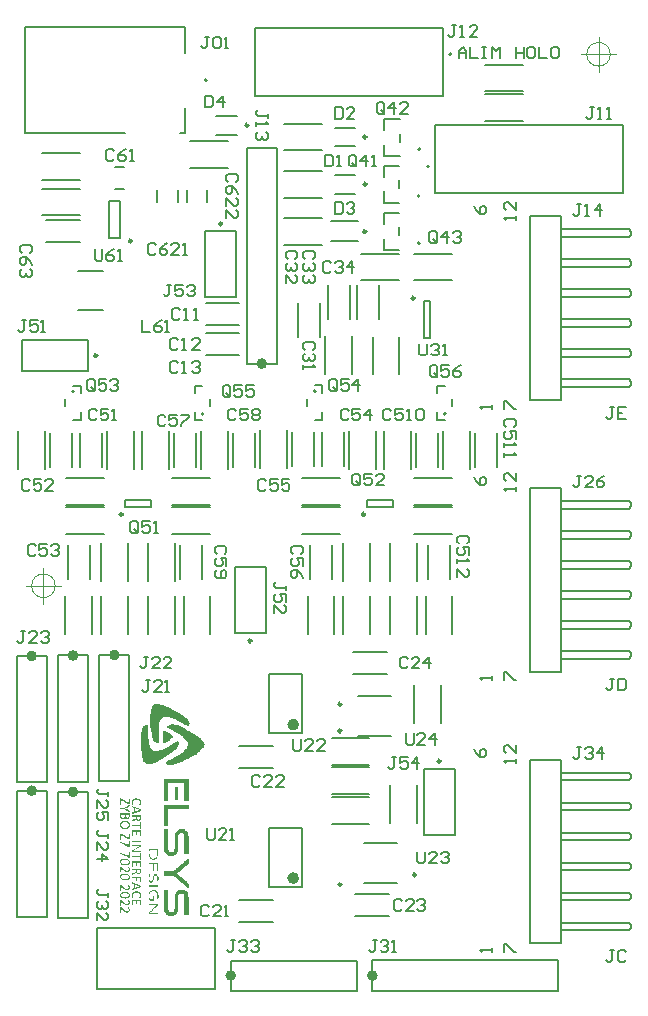
<source format=gbr>
%TF.GenerationSoftware,Altium Limited,Altium Designer,21.2.1 (34)*%
G04 Layer_Color=65535*
%FSLAX45Y45*%
%MOMM*%
%TF.SameCoordinates,53973CC1-9108-4EA7-9D5E-FD48CC852793*%
%TF.FilePolarity,Positive*%
%TF.FileFunction,Legend,Top*%
%TF.Part,Single*%
G01*
G75*
%TA.AperFunction,NonConductor*%
%ADD59C,0.25000*%
%ADD60C,0.20000*%
%ADD61C,0.50800*%
%ADD62C,0.50000*%
%ADD63C,0.10000*%
%ADD64C,0.12700*%
%ADD65C,0.15000*%
%ADD66C,0.15240*%
G36*
X1239708Y2441935D02*
X1259500D01*
Y2436987D01*
X1269396D01*
Y2432039D01*
X1284240D01*
Y2427091D01*
X1294136D01*
Y2422143D01*
X1308981D01*
Y2417195D01*
X1318877D01*
Y2412247D01*
X1328773D01*
Y2407299D01*
X1338669D01*
Y2402351D01*
X1348565D01*
Y2397403D01*
X1358461D01*
Y2392455D01*
X1368357D01*
Y2387507D01*
X1373305D01*
Y2382559D01*
X1383201D01*
Y2377610D01*
X1393097D01*
Y2372662D01*
X1402994D01*
Y2367714D01*
X1407942D01*
Y2362766D01*
X1417838D01*
Y2357818D01*
X1427734D01*
Y2352870D01*
X1432682D01*
Y2347922D01*
X1437630D01*
Y2342974D01*
X1447526D01*
Y2338026D01*
X1452474D01*
Y2333078D01*
X1457422D01*
Y2328130D01*
X1462370D01*
Y2323182D01*
X1467318D01*
Y2318234D01*
X1472266D01*
Y2313286D01*
X1477214D01*
Y2303390D01*
X1482162D01*
Y2288546D01*
X1487110D01*
Y2278649D01*
X1482162D01*
Y2263805D01*
X1477214D01*
Y2258857D01*
X1472266D01*
Y2263805D01*
X1462370D01*
Y2268753D01*
X1452474D01*
Y2273701D01*
X1442578D01*
Y2278649D01*
X1437630D01*
Y2283597D01*
X1427734D01*
Y2288546D01*
X1417838D01*
Y2293494D01*
X1407942D01*
Y2298442D01*
X1398045D01*
Y2303390D01*
X1388149D01*
Y2308338D01*
X1378253D01*
Y2313286D01*
X1368357D01*
Y2318234D01*
X1358461D01*
Y2323182D01*
X1343617D01*
Y2328130D01*
X1333721D01*
Y2333078D01*
X1318877D01*
Y2338026D01*
X1264448D01*
Y2333078D01*
X1259500D01*
Y2328130D01*
X1254552D01*
Y2323182D01*
X1249604D01*
Y2318234D01*
X1244656D01*
Y2313286D01*
X1239708D01*
Y2303390D01*
X1234760D01*
Y2293494D01*
X1229812D01*
Y2268753D01*
X1224864D01*
Y2120312D01*
X1229812D01*
Y2115364D01*
X1210019D01*
Y2120312D01*
X1200123D01*
Y2125260D01*
X1190227D01*
Y2130208D01*
X1185279D01*
Y2140104D01*
X1180331D01*
Y2145052D01*
X1175383D01*
Y2159896D01*
X1170435D01*
Y2179688D01*
X1165487D01*
Y2209377D01*
X1160539D01*
Y2244013D01*
X1155591D01*
Y2367714D01*
X1160539D01*
Y2407299D01*
X1165487D01*
Y2422143D01*
X1170435D01*
Y2432039D01*
X1175383D01*
Y2436987D01*
X1180331D01*
Y2441935D01*
X1190227D01*
Y2446883D01*
X1239708D01*
Y2441935D01*
D02*
G37*
G36*
X1284240Y2214325D02*
X1299085D01*
Y2209377D01*
X1304032D01*
Y2204429D01*
X1313929D01*
Y2199480D01*
X1318877D01*
Y2194533D01*
X1328773D01*
Y2189584D01*
X1338669D01*
Y2179688D01*
X1348565D01*
Y2164844D01*
X1343617D01*
Y2159896D01*
X1333721D01*
Y2150000D01*
X1318877D01*
Y2140104D01*
X1304032D01*
Y2130208D01*
X1289188D01*
Y2120312D01*
X1264448D01*
Y2125260D01*
X1259500D01*
Y2199480D01*
Y2204429D01*
Y2214325D01*
X1264448D01*
Y2219273D01*
X1269396D01*
Y2224221D01*
X1274344D01*
Y2219273D01*
X1279292D01*
Y2224221D01*
X1284240D01*
Y2214325D01*
D02*
G37*
G36*
X1135799Y2154948D02*
X1140747D01*
Y2120312D01*
X1145695D01*
Y2100520D01*
X1150643D01*
Y2085675D01*
X1155591D01*
Y2080727D01*
X1160539D01*
Y2070831D01*
X1165487D01*
Y2065883D01*
X1170435D01*
Y2060935D01*
X1175383D01*
Y2055987D01*
X1180331D01*
Y2051039D01*
X1229812D01*
Y2055987D01*
X1244656D01*
Y2060935D01*
X1259500D01*
Y2065883D01*
X1269396D01*
Y2070831D01*
X1279292D01*
Y2075779D01*
X1289188D01*
Y2080727D01*
X1299085D01*
Y2085675D01*
X1308981D01*
Y2090623D01*
X1313929D01*
Y2095571D01*
X1323825D01*
Y2100520D01*
X1333721D01*
Y2105467D01*
X1338669D01*
Y2110416D01*
X1348565D01*
Y2115364D01*
X1353513D01*
Y2120312D01*
X1363409D01*
Y2125260D01*
X1368357D01*
Y2130208D01*
X1378253D01*
Y2135156D01*
X1383201D01*
Y2140104D01*
X1388149D01*
Y2135156D01*
X1393097D01*
Y2125260D01*
X1398045D01*
Y2100520D01*
X1393097D01*
Y2090623D01*
X1388149D01*
Y2085675D01*
X1383201D01*
Y2075779D01*
X1378253D01*
Y2070831D01*
X1373305D01*
Y2065883D01*
X1368357D01*
Y2060935D01*
X1363409D01*
Y2055987D01*
X1353513D01*
Y2051039D01*
X1348565D01*
Y2046091D01*
X1343617D01*
Y2041143D01*
X1338669D01*
Y2036195D01*
X1328773D01*
Y2031247D01*
X1323825D01*
Y2026299D01*
X1313929D01*
Y2021351D01*
X1308981D01*
Y2016403D01*
X1299085D01*
Y2011455D01*
X1294136D01*
Y2006507D01*
X1284240D01*
Y2001559D01*
X1274344D01*
Y1996610D01*
X1269396D01*
Y1991662D01*
X1259500D01*
Y1986714D01*
X1254552D01*
Y1981766D01*
X1244656D01*
Y1976818D01*
X1234760D01*
Y1971870D01*
X1229812D01*
Y1966922D01*
X1219916D01*
Y1961974D01*
X1210019D01*
Y1957026D01*
X1205072D01*
Y1952078D01*
X1190227D01*
Y1947130D01*
X1180331D01*
Y1942182D01*
X1165487D01*
Y1937234D01*
X1120955D01*
Y1942182D01*
X1116006D01*
Y1947130D01*
X1106110D01*
Y1957026D01*
X1101162D01*
Y1961974D01*
X1096214D01*
Y1976818D01*
X1091266D01*
Y1991662D01*
X1086318D01*
Y2016403D01*
X1081370D01*
Y2051039D01*
X1076422D01*
Y2209377D01*
X1081370D01*
Y2234117D01*
X1086318D01*
Y2244013D01*
X1091266D01*
Y2253909D01*
X1096214D01*
Y2258857D01*
X1101162D01*
Y2263805D01*
X1106110D01*
Y2268753D01*
X1116006D01*
Y2273701D01*
X1135799D01*
Y2154948D01*
D02*
G37*
G36*
X1358461Y2273701D02*
X1388149D01*
Y2268753D01*
X1398045D01*
Y2263805D01*
X1407942D01*
Y2258857D01*
X1417838D01*
Y2253909D01*
X1427734D01*
Y2248961D01*
X1437630D01*
Y2244013D01*
X1447526D01*
Y2239065D01*
X1452474D01*
Y2234117D01*
X1457422D01*
Y2229169D01*
X1467318D01*
Y2224221D01*
X1482162D01*
Y2219273D01*
X1487110D01*
Y2214325D01*
X1492058D01*
Y2209377D01*
X1501955D01*
Y2204429D01*
X1506902D01*
Y2199480D01*
X1516799D01*
Y2194533D01*
X1531643D01*
Y2189584D01*
X1536591D01*
Y2184636D01*
X1541539D01*
Y2179688D01*
X1551435D01*
Y2174740D01*
X1561331D01*
Y2169792D01*
X1566279D01*
Y2164844D01*
X1571227D01*
Y2159896D01*
X1581123D01*
Y2150000D01*
X1586072D01*
Y2145052D01*
X1591019D01*
Y2140104D01*
X1595968D01*
Y2135156D01*
X1600916D01*
Y2130208D01*
X1605864D01*
Y2125260D01*
X1610812D01*
Y2110416D01*
X1615760D01*
Y2100520D01*
X1610812D01*
Y2090623D01*
X1605864D01*
Y2080727D01*
X1600916D01*
Y2075779D01*
X1595968D01*
Y2070831D01*
X1591019D01*
Y2065883D01*
X1586072D01*
Y2060935D01*
X1581123D01*
Y2055987D01*
X1576175D01*
Y2046091D01*
X1561331D01*
Y2041143D01*
X1556383D01*
Y2031247D01*
X1551435D01*
Y2026299D01*
X1546487D01*
Y2021351D01*
X1531643D01*
Y2016403D01*
X1521747D01*
Y2011455D01*
X1516799D01*
Y2006507D01*
X1506902D01*
Y2001559D01*
X1501955D01*
Y1996610D01*
X1487110D01*
Y1991662D01*
X1482162D01*
Y1986714D01*
X1472266D01*
Y1981766D01*
X1457422D01*
Y1976818D01*
X1447526D01*
Y1971870D01*
X1437630D01*
Y1966922D01*
X1427734D01*
Y1961974D01*
X1417838D01*
Y1957026D01*
X1407942D01*
Y1952078D01*
X1393097D01*
Y1947130D01*
X1383201D01*
Y1942182D01*
X1368357D01*
Y1937234D01*
X1353513D01*
Y1932286D01*
X1299085D01*
Y1937234D01*
X1289188D01*
Y1942182D01*
X1284240D01*
Y1952078D01*
X1289188D01*
Y1961974D01*
X1294136D01*
Y1966922D01*
X1304032D01*
Y1971870D01*
X1313929D01*
Y1976818D01*
X1328773D01*
Y1981766D01*
X1338669D01*
Y1986714D01*
X1348565D01*
Y1991662D01*
X1353513D01*
Y1996610D01*
X1368357D01*
Y2001559D01*
X1373305D01*
Y2006507D01*
X1388149D01*
Y2011455D01*
X1393097D01*
Y2016403D01*
X1398045D01*
Y2021351D01*
X1407942D01*
Y2026299D01*
X1412890D01*
Y2031247D01*
X1422786D01*
Y2036195D01*
X1427734D01*
Y2046091D01*
X1437630D01*
Y2051039D01*
X1442578D01*
Y2055987D01*
X1447526D01*
Y2060935D01*
X1452474D01*
Y2065883D01*
X1457422D01*
Y2070831D01*
X1462370D01*
Y2080727D01*
X1467318D01*
Y2090623D01*
X1472266D01*
Y2125260D01*
X1467318D01*
Y2135156D01*
X1462370D01*
Y2140104D01*
X1457422D01*
Y2145052D01*
X1452474D01*
Y2150000D01*
X1447526D01*
Y2154948D01*
X1442578D01*
Y2164844D01*
X1432682D01*
Y2169792D01*
X1427734D01*
Y2174740D01*
X1422786D01*
Y2179688D01*
X1417838D01*
Y2184636D01*
X1412890D01*
Y2189584D01*
X1402994D01*
Y2194533D01*
X1393097D01*
Y2199480D01*
X1383201D01*
Y2204429D01*
X1373305D01*
Y2209377D01*
X1363409D01*
Y2214325D01*
X1353513D01*
Y2219273D01*
X1348565D01*
Y2224221D01*
X1343617D01*
Y2229169D01*
X1333721D01*
Y2234117D01*
X1318877D01*
Y2239065D01*
X1313929D01*
Y2244013D01*
X1304032D01*
Y2248961D01*
X1299085D01*
Y2258857D01*
X1304032D01*
Y2263805D01*
X1308981D01*
Y2268753D01*
X1313929D01*
Y2273701D01*
X1328773D01*
Y2278649D01*
X1358461D01*
Y2273701D01*
D02*
G37*
G36*
X1393097Y1635403D02*
X1363409D01*
Y1699727D01*
Y1704675D01*
Y1749208D01*
X1393097D01*
Y1635403D01*
D02*
G37*
G36*
X1482162Y1625507D02*
X1442578D01*
Y1778896D01*
X1304032D01*
Y1625507D01*
X1269396D01*
Y1813533D01*
X1482162D01*
Y1625507D01*
D02*
G37*
G36*
Y1556234D02*
X1304032D01*
Y1412740D01*
X1269396D01*
Y1590870D01*
X1482162D01*
Y1556234D01*
D02*
G37*
G36*
X1447526Y1383052D02*
X1452474D01*
Y1378104D01*
X1462370D01*
Y1373156D01*
X1467318D01*
Y1363260D01*
X1472266D01*
Y1353364D01*
X1477214D01*
Y1333571D01*
X1482162D01*
Y1204922D01*
Y1199974D01*
Y1175234D01*
X1442578D01*
Y1343467D01*
X1437630D01*
Y1348416D01*
X1427734D01*
Y1353364D01*
X1407942D01*
Y1348416D01*
X1398045D01*
Y1338520D01*
X1393097D01*
Y1219766D01*
X1388149D01*
Y1195026D01*
X1383201D01*
Y1185130D01*
X1378253D01*
Y1180182D01*
X1373305D01*
Y1175234D01*
X1368357D01*
Y1170286D01*
X1358461D01*
Y1165338D01*
X1304032D01*
Y1170286D01*
X1294136D01*
Y1175234D01*
X1289188D01*
Y1180182D01*
X1284240D01*
Y1185130D01*
X1279292D01*
Y1195026D01*
X1274344D01*
Y1209870D01*
X1269396D01*
Y1388000D01*
X1304032D01*
Y1214818D01*
X1308981D01*
Y1209870D01*
X1313929D01*
Y1199974D01*
X1328773D01*
Y1195026D01*
X1338669D01*
Y1199974D01*
X1353513D01*
Y1209870D01*
X1358461D01*
Y1219766D01*
X1363409D01*
Y1353364D01*
X1368357D01*
Y1363260D01*
X1373305D01*
Y1368208D01*
X1378253D01*
Y1373156D01*
X1383201D01*
Y1378104D01*
X1388149D01*
Y1383052D01*
X1398045D01*
Y1388000D01*
X1447526D01*
Y1383052D01*
D02*
G37*
G36*
X1219916Y1160390D02*
X1214968D01*
Y1150494D01*
X1210019D01*
Y1140597D01*
X1205072D01*
Y1135649D01*
X1195175D01*
Y1130701D01*
X1165487D01*
Y1135649D01*
X1160539D01*
Y1140597D01*
X1155591D01*
Y1145546D01*
X1150643D01*
Y1150494D01*
X1145695D01*
Y1165338D01*
X1140747D01*
Y1219766D01*
X1219916D01*
Y1160390D01*
D02*
G37*
G36*
Y1031740D02*
X1214968D01*
Y1096065D01*
X1185279D01*
Y1036688D01*
X1180331D01*
Y1061429D01*
Y1066377D01*
Y1091117D01*
X1175383D01*
Y1096065D01*
X1150643D01*
Y1091117D01*
X1145695D01*
Y1031740D01*
X1140747D01*
Y1105961D01*
X1219916D01*
Y1031740D01*
D02*
G37*
G36*
X1155591Y997104D02*
X1150643D01*
Y987208D01*
X1145695D01*
Y957520D01*
X1150643D01*
Y952571D01*
X1155591D01*
Y947623D01*
X1170435D01*
Y957520D01*
X1175383D01*
Y972364D01*
X1180331D01*
Y992156D01*
X1185279D01*
Y1002052D01*
X1190227D01*
Y1007000D01*
X1214968D01*
Y997104D01*
X1219916D01*
Y987208D01*
X1224864D01*
Y972364D01*
Y967416D01*
Y962467D01*
X1219916D01*
Y947623D01*
X1214968D01*
Y942675D01*
X1210019D01*
Y957520D01*
X1214968D01*
Y992156D01*
X1210019D01*
Y997104D01*
X1195175D01*
Y992156D01*
X1190227D01*
Y982260D01*
X1185279D01*
Y962467D01*
X1180331D01*
Y947623D01*
X1175383D01*
Y942675D01*
X1170435D01*
Y937727D01*
X1155591D01*
Y942675D01*
X1145695D01*
Y952571D01*
X1140747D01*
Y997104D01*
X1145695D01*
Y1007000D01*
X1150643D01*
Y1011948D01*
X1155591D01*
Y997104D01*
D02*
G37*
G36*
X1219916Y903091D02*
X1140747D01*
Y912987D01*
X1219916D01*
Y903091D01*
D02*
G37*
G36*
X1482162Y1096065D02*
X1477214D01*
Y1091117D01*
X1472266D01*
Y1086169D01*
X1467318D01*
Y1081221D01*
X1457422D01*
Y1076273D01*
X1452474D01*
Y1071325D01*
X1447526D01*
Y1066377D01*
X1442578D01*
Y1061429D01*
X1437630D01*
Y1056480D01*
X1427734D01*
Y1051533D01*
X1422786D01*
Y1046584D01*
X1417838D01*
Y1041636D01*
X1412890D01*
Y1036688D01*
X1407942D01*
Y1031740D01*
X1402994D01*
Y1026792D01*
X1393097D01*
Y1021844D01*
X1388149D01*
Y1016896D01*
X1383201D01*
Y1011948D01*
X1388149D01*
Y1007000D01*
X1393097D01*
Y1002052D01*
X1398045D01*
Y997104D01*
X1402994D01*
Y992156D01*
X1407942D01*
Y987208D01*
X1417838D01*
Y982260D01*
X1422786D01*
Y977312D01*
X1427734D01*
Y972364D01*
X1432682D01*
Y967416D01*
X1437630D01*
Y962467D01*
X1442578D01*
Y957520D01*
X1452474D01*
Y952571D01*
X1457422D01*
Y947623D01*
X1462370D01*
Y942675D01*
X1467318D01*
Y937727D01*
X1472266D01*
Y932779D01*
X1477214D01*
Y927831D01*
X1482162D01*
Y888247D01*
X1472266D01*
Y893195D01*
X1467318D01*
Y898143D01*
X1462370D01*
Y903091D01*
X1457422D01*
Y908039D01*
X1447526D01*
Y912987D01*
X1442578D01*
Y917935D01*
X1437630D01*
Y922883D01*
X1432682D01*
Y927831D01*
X1427734D01*
Y932779D01*
X1422786D01*
Y937727D01*
X1417838D01*
Y942675D01*
X1407942D01*
Y947623D01*
X1402994D01*
Y952571D01*
X1398045D01*
Y957520D01*
X1393097D01*
Y962467D01*
X1388149D01*
Y967416D01*
X1383201D01*
Y972364D01*
X1373305D01*
Y977312D01*
X1368357D01*
Y982260D01*
X1363409D01*
Y987208D01*
X1358461D01*
Y992156D01*
X1353513D01*
Y997104D01*
X1269396D01*
Y1031740D01*
X1353513D01*
Y1036688D01*
X1358461D01*
Y1041636D01*
X1363409D01*
Y1046584D01*
X1368357D01*
Y1051533D01*
X1373305D01*
Y1056480D01*
X1378253D01*
Y1061429D01*
X1388149D01*
Y1066377D01*
X1393097D01*
Y1071325D01*
X1398045D01*
Y1076273D01*
X1402994D01*
Y1081221D01*
X1407942D01*
Y1086169D01*
X1412890D01*
Y1091117D01*
X1422786D01*
Y1096065D01*
X1427734D01*
Y1101013D01*
X1432682D01*
Y1105961D01*
X1437630D01*
Y1110909D01*
X1442578D01*
Y1115857D01*
X1447526D01*
Y1120805D01*
X1457422D01*
Y1125753D01*
X1462370D01*
Y1130701D01*
X1467318D01*
Y1135649D01*
X1472266D01*
Y1140597D01*
X1482162D01*
Y1096065D01*
D02*
G37*
G36*
X1200123Y868455D02*
X1205072D01*
Y863507D01*
X1210019D01*
Y858559D01*
X1214968D01*
Y853610D01*
X1219916D01*
Y833818D01*
X1224864D01*
Y809078D01*
X1219916D01*
Y794234D01*
X1214968D01*
Y789286D01*
X1210019D01*
Y804130D01*
X1214968D01*
Y843714D01*
X1210019D01*
Y848662D01*
X1205072D01*
Y858559D01*
X1195175D01*
Y863507D01*
X1165487D01*
Y858559D01*
X1160539D01*
Y853610D01*
X1155591D01*
Y848662D01*
X1150643D01*
Y838766D01*
X1145695D01*
Y823922D01*
Y818974D01*
Y809078D01*
X1150643D01*
Y794234D01*
X1175383D01*
Y823922D01*
X1185279D01*
Y784338D01*
X1150643D01*
Y789286D01*
X1145695D01*
Y799182D01*
X1140747D01*
Y848662D01*
X1145695D01*
Y858559D01*
X1150643D01*
Y863507D01*
X1155591D01*
Y868455D01*
X1165487D01*
Y873403D01*
X1200123D01*
Y868455D01*
D02*
G37*
G36*
X1442578Y873403D02*
X1452474D01*
Y868455D01*
X1462370D01*
Y863507D01*
X1467318D01*
Y853610D01*
X1472266D01*
Y843714D01*
X1477214D01*
Y818974D01*
X1482162D01*
Y665584D01*
X1442578D01*
Y833818D01*
X1437630D01*
Y838766D01*
X1427734D01*
Y843714D01*
X1407942D01*
Y838766D01*
X1398045D01*
Y828870D01*
X1393097D01*
Y710117D01*
X1388149D01*
Y685377D01*
X1383201D01*
Y675480D01*
X1378253D01*
Y670533D01*
X1373305D01*
Y665584D01*
X1368357D01*
Y660636D01*
X1358461D01*
Y655688D01*
X1304032D01*
Y660636D01*
X1294136D01*
Y665584D01*
X1289188D01*
Y670533D01*
X1284240D01*
Y675480D01*
X1279292D01*
Y685377D01*
X1274344D01*
Y700221D01*
X1269396D01*
Y878351D01*
X1304032D01*
Y705169D01*
X1308981D01*
Y695273D01*
X1313929D01*
Y690325D01*
X1328773D01*
Y685377D01*
X1338669D01*
Y690325D01*
X1353513D01*
Y700221D01*
X1358461D01*
Y710117D01*
X1363409D01*
Y843714D01*
X1368357D01*
Y853610D01*
X1373305D01*
Y858559D01*
X1378253D01*
Y863507D01*
X1383201D01*
Y868455D01*
X1388149D01*
Y873403D01*
X1398045D01*
Y878351D01*
X1442578D01*
Y873403D01*
D02*
G37*
G36*
X1219916Y739805D02*
X1214968D01*
Y734857D01*
X1210019D01*
Y729909D01*
X1200123D01*
Y724961D01*
X1195175D01*
Y720013D01*
X1190227D01*
Y715065D01*
X1185279D01*
Y710117D01*
X1180331D01*
Y705169D01*
X1175383D01*
Y700221D01*
X1170435D01*
Y695273D01*
X1165487D01*
Y690325D01*
X1160539D01*
Y685377D01*
X1155591D01*
Y680429D01*
X1219916D01*
Y670533D01*
X1140747D01*
Y680429D01*
X1145695D01*
Y685377D01*
X1150643D01*
Y690325D01*
X1155591D01*
Y695273D01*
X1160539D01*
Y700221D01*
X1165487D01*
Y705169D01*
X1170435D01*
Y710117D01*
X1175383D01*
Y715065D01*
X1180331D01*
Y720013D01*
X1185279D01*
Y724961D01*
X1190227D01*
Y729909D01*
X1195175D01*
Y734857D01*
X1200123D01*
Y739805D01*
X1205072D01*
Y744753D01*
X1140747D01*
Y754649D01*
X1219916D01*
Y739805D01*
D02*
G37*
G36*
X909305Y1649859D02*
X910291Y1649577D01*
X910432Y1649436D01*
X910855Y1649295D01*
X911419Y1649013D01*
X911983Y1648731D01*
X912124Y1648590D01*
X912688Y1648308D01*
X913393Y1647885D01*
X914238Y1647321D01*
X971190Y1610951D01*
Y1647180D01*
X971331Y1647885D01*
X971472Y1648167D01*
X972036Y1648590D01*
X972177D01*
X972459Y1648731D01*
X972882Y1648872D01*
X973446Y1649013D01*
X973587D01*
X974010D01*
X974574Y1649154D01*
X975419D01*
X975560D01*
X976124D01*
X976688D01*
X977393Y1649013D01*
X977534D01*
X977957Y1648872D01*
X978803Y1648590D01*
X978944D01*
X979085Y1648449D01*
X979649Y1647885D01*
Y1647744D01*
X979790Y1647603D01*
X979930Y1646898D01*
Y1602775D01*
X979790Y1602070D01*
X979508Y1601224D01*
X978944Y1600519D01*
X978803Y1600378D01*
X978239Y1599955D01*
X977252Y1599673D01*
X975983Y1599532D01*
X973728D01*
X973587D01*
X973164D01*
X972600D01*
X971895Y1599673D01*
X971754D01*
X971472D01*
X970908Y1599814D01*
X970345Y1600096D01*
X970204D01*
X969922Y1600237D01*
X969358Y1600519D01*
X968653Y1600942D01*
X968512Y1601083D01*
X968089Y1601224D01*
X967384Y1601647D01*
X966538Y1602211D01*
X910009Y1638440D01*
Y1599814D01*
X909868Y1599391D01*
X909586Y1598827D01*
X908882Y1598404D01*
X908741Y1598264D01*
X908036Y1598123D01*
X907049Y1597982D01*
X905498Y1597841D01*
X905357D01*
X904793D01*
X904230D01*
X903525Y1597982D01*
X903384D01*
X903102D01*
X902115Y1598264D01*
X901974D01*
X901833Y1598404D01*
X901269Y1598968D01*
Y1599250D01*
X901128Y1599955D01*
Y1646757D01*
X901269Y1647321D01*
X901551Y1648167D01*
X901974Y1649013D01*
X902115Y1649154D01*
X902820Y1649436D01*
X903807Y1649859D01*
X905216Y1649999D01*
X907472D01*
X907613D01*
X907895D01*
X908882D01*
X909023D01*
X909305Y1649859D01*
D02*
G37*
G36*
X1038687D02*
X1039674D01*
X1041929Y1649718D01*
X1044608Y1649436D01*
X1047568Y1649013D01*
X1050528Y1648449D01*
X1053489Y1647603D01*
X1053630D01*
X1053771Y1647462D01*
X1054193Y1647321D01*
X1054757Y1647180D01*
X1056167Y1646616D01*
X1058000Y1645770D01*
X1060114Y1644784D01*
X1062229Y1643515D01*
X1064484Y1642105D01*
X1066599Y1640555D01*
X1066881Y1640273D01*
X1067445Y1639709D01*
X1068431Y1638722D01*
X1069700Y1637453D01*
X1070969Y1635762D01*
X1072379Y1633929D01*
X1073647Y1631814D01*
X1074775Y1629559D01*
Y1629418D01*
X1074916Y1629277D01*
X1075198Y1628431D01*
X1075621Y1627162D01*
X1076185Y1625330D01*
X1076749Y1623215D01*
X1077172Y1620819D01*
X1077454Y1618140D01*
X1077594Y1615321D01*
Y1614052D01*
X1077454Y1613206D01*
Y1612220D01*
X1077313Y1611092D01*
X1076890Y1608695D01*
Y1608554D01*
X1076749Y1608131D01*
X1076608Y1607568D01*
X1076467Y1606722D01*
X1075903Y1604889D01*
X1075198Y1602775D01*
Y1602634D01*
X1075057Y1602352D01*
X1074775Y1601788D01*
X1074493Y1601083D01*
X1073788Y1599532D01*
X1072942Y1597841D01*
Y1597700D01*
X1072802Y1597559D01*
X1072238Y1596713D01*
X1071533Y1595726D01*
X1070828Y1594880D01*
X1070687Y1594739D01*
X1070405Y1594457D01*
X1069982Y1594034D01*
X1069559Y1593893D01*
X1069277Y1593752D01*
X1068572Y1593471D01*
X1068431D01*
X1068150Y1593330D01*
X1067727D01*
X1067163Y1593189D01*
X1067022D01*
X1066740Y1593048D01*
X1066035D01*
X1065330D01*
X1065189D01*
X1064625D01*
X1064061D01*
X1063357Y1593189D01*
X1063216D01*
X1062793Y1593330D01*
X1061806Y1593611D01*
X1061665D01*
X1061524Y1593752D01*
X1060960Y1594175D01*
Y1594316D01*
X1060819Y1595021D01*
Y1595162D01*
X1060960Y1595585D01*
X1061242Y1596431D01*
X1061947Y1597418D01*
X1062088Y1597700D01*
X1062652Y1598545D01*
X1063497Y1599673D01*
X1064484Y1601365D01*
X1064625Y1601506D01*
X1064766Y1601788D01*
X1065048Y1602352D01*
X1065471Y1603056D01*
X1065894Y1603902D01*
X1066317Y1604889D01*
X1067163Y1607286D01*
Y1607427D01*
X1067304Y1607849D01*
X1067586Y1608554D01*
X1067868Y1609541D01*
X1068009Y1610810D01*
X1068290Y1612220D01*
X1068431Y1613770D01*
Y1616449D01*
X1068290Y1617435D01*
X1068150Y1618704D01*
X1067868Y1620255D01*
X1067586Y1621805D01*
X1067022Y1623497D01*
X1066317Y1625189D01*
X1066176Y1625330D01*
X1065894Y1625894D01*
X1065471Y1626739D01*
X1064766Y1627726D01*
X1063920Y1628854D01*
X1062793Y1630123D01*
X1061524Y1631250D01*
X1060114Y1632519D01*
X1059973Y1632660D01*
X1059409Y1633083D01*
X1058564Y1633647D01*
X1057295Y1634211D01*
X1055885Y1635057D01*
X1054193Y1635902D01*
X1052220Y1636607D01*
X1050105Y1637312D01*
X1049823D01*
X1049119Y1637594D01*
X1047850Y1637735D01*
X1046299Y1638017D01*
X1044326Y1638299D01*
X1042070Y1638581D01*
X1039533Y1638722D01*
X1036713Y1638863D01*
X1036572D01*
X1036431D01*
X1036008D01*
X1035444D01*
X1034035Y1638722D01*
X1032202D01*
X1030229Y1638440D01*
X1027973Y1638158D01*
X1025718Y1637876D01*
X1023462Y1637312D01*
X1023180Y1637171D01*
X1022475Y1637030D01*
X1021488Y1636607D01*
X1020079Y1636043D01*
X1018528Y1635480D01*
X1016977Y1634634D01*
X1015427Y1633647D01*
X1013876Y1632660D01*
X1013735Y1632519D01*
X1013312Y1632096D01*
X1012607Y1631391D01*
X1011762Y1630546D01*
X1010775Y1629418D01*
X1009788Y1628149D01*
X1008942Y1626739D01*
X1008096Y1625189D01*
X1007955Y1625048D01*
X1007814Y1624343D01*
X1007532Y1623497D01*
X1007109Y1622228D01*
X1006687Y1620819D01*
X1006405Y1619127D01*
X1006264Y1617294D01*
X1006123Y1615180D01*
Y1613488D01*
X1006264Y1612361D01*
X1006405Y1611092D01*
X1006546Y1609823D01*
X1007250Y1607004D01*
Y1606863D01*
X1007391Y1606440D01*
X1007673Y1605735D01*
X1007955Y1604889D01*
X1008801Y1603056D01*
X1009788Y1601083D01*
Y1600942D01*
X1010070Y1600660D01*
X1010352Y1600237D01*
X1010634Y1599673D01*
X1011480Y1598264D01*
X1012325Y1596995D01*
Y1596854D01*
X1012466Y1596713D01*
X1013030Y1596008D01*
X1013453Y1595162D01*
X1013594Y1594457D01*
Y1594175D01*
X1013312Y1593752D01*
Y1593611D01*
X1013171Y1593471D01*
X1013030Y1593330D01*
X1012607Y1593189D01*
X1012466D01*
X1012325Y1593048D01*
X1011902D01*
X1011198Y1592907D01*
X1011057D01*
X1010634Y1592766D01*
X1009929D01*
X1008942D01*
X1008801D01*
X1008378D01*
X1007814D01*
X1007109Y1592907D01*
X1006969D01*
X1006687D01*
X1005841Y1593189D01*
X1005559Y1593330D01*
X1004995Y1593611D01*
X1004854D01*
X1004713Y1593752D01*
X1004290Y1594034D01*
X1003867Y1594457D01*
X1003726Y1594598D01*
X1003444Y1595021D01*
X1002880Y1595726D01*
X1002035Y1596995D01*
Y1597136D01*
X1001753Y1597277D01*
X1001612Y1597700D01*
X1001189Y1598264D01*
X1000484Y1599814D01*
X999497Y1601788D01*
Y1601929D01*
X999356Y1602352D01*
X999074Y1602916D01*
X998792Y1603620D01*
X998510Y1604607D01*
X998228Y1605735D01*
X997665Y1608413D01*
Y1608554D01*
X997524Y1609118D01*
X997383Y1609823D01*
X997242Y1610810D01*
X997101Y1612079D01*
X996960Y1613488D01*
X996819Y1616590D01*
Y1617858D01*
X996960Y1619409D01*
X997101Y1621242D01*
X997383Y1623356D01*
X997946Y1625753D01*
X998510Y1628149D01*
X999356Y1630546D01*
X999497Y1630828D01*
X999779Y1631532D01*
X1000484Y1632660D01*
X1001189Y1634070D01*
X1002317Y1635762D01*
X1003585Y1637453D01*
X1005136Y1639286D01*
X1006828Y1640977D01*
X1007109Y1641118D01*
X1007673Y1641682D01*
X1008801Y1642528D01*
X1010352Y1643515D01*
X1012043Y1644502D01*
X1014158Y1645629D01*
X1016554Y1646757D01*
X1019233Y1647744D01*
X1019374D01*
X1019515Y1647885D01*
X1019938D01*
X1020502Y1648026D01*
X1021206Y1648308D01*
X1022052Y1648449D01*
X1024167Y1648872D01*
X1026563Y1649295D01*
X1029524Y1649577D01*
X1032625Y1649859D01*
X1036149Y1649999D01*
X1036290D01*
X1036572D01*
X1037136D01*
X1037841D01*
X1038687Y1649859D01*
D02*
G37*
G36*
X979649Y1593048D02*
X979790Y1592907D01*
X979930Y1592625D01*
X980071Y1592061D01*
X980212Y1591356D01*
Y1591074D01*
X980353Y1590510D01*
Y1586140D01*
X980212Y1585153D01*
Y1585012D01*
X980071Y1584448D01*
X979930Y1584026D01*
X979790Y1583462D01*
Y1583321D01*
X979649Y1583039D01*
X979508Y1582757D01*
X979226Y1582475D01*
Y1582334D01*
X978944Y1582193D01*
X978239Y1581770D01*
X955543Y1570774D01*
X955402D01*
X954979Y1570492D01*
X954274Y1570210D01*
X953428Y1569929D01*
X952441Y1569365D01*
X951314Y1568942D01*
X948776Y1567814D01*
X948635Y1567673D01*
X948212Y1567532D01*
X947507Y1567250D01*
X946521Y1566827D01*
X945534Y1566404D01*
X944265Y1565840D01*
X941587Y1564713D01*
Y1564572D01*
X941728D01*
X942151Y1564290D01*
X942855Y1564008D01*
X943842Y1563726D01*
X944829Y1563303D01*
X945957Y1562739D01*
X948494Y1561752D01*
X948635Y1561611D01*
X949058Y1561470D01*
X949763Y1561188D01*
X950750Y1560765D01*
X951736Y1560343D01*
X952864Y1559779D01*
X955402Y1558792D01*
X978098Y1547796D01*
X978239D01*
X978521Y1547655D01*
X979226Y1547232D01*
X979367D01*
X979508Y1546950D01*
X979790Y1546387D01*
Y1546246D01*
X979930Y1545964D01*
X980071Y1545541D01*
X980212Y1544836D01*
Y1544695D01*
X980353Y1544131D01*
Y1540889D01*
X980212Y1539761D01*
X980071Y1538633D01*
Y1538492D01*
X979930Y1537928D01*
X979790Y1537364D01*
X979508Y1536942D01*
X979367Y1536801D01*
X979226Y1536660D01*
X978803Y1536519D01*
X978239Y1536660D01*
X978098D01*
X977675Y1536801D01*
X977111Y1536942D01*
X976265Y1537364D01*
X931719Y1559638D01*
X902538D01*
X902256D01*
X901692Y1559920D01*
X901551Y1560061D01*
X901269Y1560765D01*
Y1560906D01*
X901128Y1561188D01*
Y1561752D01*
X900987Y1562457D01*
Y1562598D01*
X900846Y1563162D01*
X900705Y1563867D01*
Y1565699D01*
X900846Y1566545D01*
X900987Y1567391D01*
Y1567532D01*
X901128Y1567955D01*
X901269Y1569083D01*
Y1569224D01*
X901410Y1569365D01*
X901692Y1569929D01*
X901833D01*
X901974D01*
X902538Y1570070D01*
X931719D01*
X976265Y1592484D01*
X976547Y1592625D01*
X976970Y1592766D01*
X977675Y1593048D01*
X978380Y1593330D01*
X978521D01*
X978803D01*
X979226D01*
X979649Y1593048D01*
D02*
G37*
G36*
X999779Y1587127D02*
X1000484Y1586986D01*
X1001471Y1586704D01*
X1074775Y1560343D01*
X1074916D01*
X1075198Y1560202D01*
X1075903Y1559779D01*
X1076044Y1559638D01*
X1076185Y1559497D01*
X1076467Y1558651D01*
Y1558510D01*
X1076608Y1558087D01*
X1076749Y1557523D01*
X1076890Y1556677D01*
Y1556395D01*
X1077031Y1555832D01*
Y1551320D01*
X1076890Y1550334D01*
Y1550052D01*
X1076749Y1549629D01*
X1076608Y1548924D01*
X1076467Y1548360D01*
Y1548219D01*
X1076326Y1547937D01*
X1076185Y1547514D01*
X1075762Y1547091D01*
Y1546950D01*
X1075480Y1546809D01*
X1074775Y1546387D01*
X1001471Y1519884D01*
X1001189Y1519743D01*
X1000625Y1519602D01*
X999920Y1519461D01*
X999215D01*
X999074D01*
X998792D01*
X998369Y1519602D01*
X997946Y1519884D01*
Y1520025D01*
X997805Y1520166D01*
X997665Y1520730D01*
X997524Y1521435D01*
Y1522281D01*
X997383Y1523267D01*
Y1526510D01*
X997524Y1527497D01*
Y1527638D01*
X997665Y1528060D01*
Y1528624D01*
X997805Y1529188D01*
Y1529329D01*
X997946Y1529470D01*
X998228Y1530034D01*
X998369D01*
X998510Y1530175D01*
X999215Y1530598D01*
X1018528Y1537364D01*
Y1570210D01*
X999497Y1576554D01*
X999356D01*
X999215Y1576695D01*
X998510Y1577118D01*
X998228Y1577259D01*
X997805Y1577964D01*
Y1578105D01*
X997665Y1578387D01*
Y1578951D01*
X997524Y1579655D01*
Y1580360D01*
X997383Y1581206D01*
Y1583321D01*
X997524Y1584307D01*
X997665Y1585294D01*
Y1585435D01*
X997805Y1585858D01*
X997946Y1586422D01*
X998087Y1586845D01*
X998228D01*
X998369Y1586986D01*
X998792Y1587127D01*
X999215Y1587268D01*
X999356D01*
X999779Y1587127D01*
D02*
G37*
G36*
X976829Y1523831D02*
X977957Y1523549D01*
X978944Y1522845D01*
X979085Y1522563D01*
X979508Y1521999D01*
X979790Y1521153D01*
X979930Y1520166D01*
Y1499585D01*
X979790Y1498034D01*
X979649Y1496201D01*
X979367Y1494228D01*
X978944Y1492395D01*
X978521Y1490562D01*
Y1490421D01*
X978239Y1489858D01*
X977957Y1489012D01*
X977534Y1487884D01*
X976265Y1485488D01*
X975419Y1484219D01*
X974574Y1483091D01*
X974433Y1482950D01*
X974151Y1482527D01*
X973587Y1481963D01*
X972882Y1481399D01*
X971895Y1480554D01*
X970767Y1479849D01*
X969640Y1479144D01*
X968230Y1478439D01*
X968089Y1478298D01*
X967525Y1478157D01*
X966820Y1477875D01*
X965833Y1477593D01*
X964565Y1477311D01*
X963155Y1477170D01*
X961604Y1476888D01*
X959913D01*
X959772D01*
X959490D01*
X958926D01*
X958221Y1477029D01*
X956529Y1477170D01*
X954556Y1477593D01*
X954415D01*
X954133Y1477734D01*
X953569Y1477875D01*
X953005Y1478157D01*
X951455Y1478721D01*
X949763Y1479708D01*
X949622D01*
X949481Y1479990D01*
X948494Y1480554D01*
X947225Y1481540D01*
X945957Y1482950D01*
Y1483091D01*
X945675Y1483232D01*
X945393Y1483655D01*
X944970Y1484219D01*
X944124Y1485628D01*
X943137Y1487461D01*
Y1487320D01*
X942996Y1486897D01*
X942855Y1486333D01*
X942714Y1485488D01*
X942010Y1483514D01*
X940882Y1481399D01*
Y1481258D01*
X940600Y1480976D01*
X940318Y1480413D01*
X939754Y1479708D01*
X938485Y1478157D01*
X936794Y1476606D01*
X936653Y1476465D01*
X936371Y1476183D01*
X935807Y1475902D01*
X935102Y1475338D01*
X934256Y1474915D01*
X933269Y1474351D01*
X930873Y1473223D01*
X930732D01*
X930309Y1473082D01*
X929604Y1472800D01*
X928758Y1472518D01*
X927631Y1472377D01*
X926503Y1472095D01*
X923683Y1471954D01*
X923542D01*
X922979D01*
X922274D01*
X921428Y1472095D01*
X920300Y1472236D01*
X919172Y1472377D01*
X916776Y1472941D01*
X916635D01*
X916212Y1473082D01*
X915648Y1473364D01*
X914943Y1473646D01*
X913111Y1474492D01*
X911137Y1475620D01*
X910996Y1475761D01*
X910714Y1475902D01*
X910291Y1476324D01*
X909586Y1476747D01*
X908177Y1478016D01*
X906767Y1479708D01*
X906626Y1479849D01*
X906485Y1480131D01*
X906062Y1480695D01*
X905639Y1481258D01*
X905216Y1482104D01*
X904652Y1483091D01*
X903666Y1485206D01*
Y1485347D01*
X903525Y1485769D01*
X903243Y1486333D01*
X902961Y1487179D01*
X902679Y1488025D01*
X902256Y1489153D01*
X901692Y1491690D01*
Y1491831D01*
X901551Y1492254D01*
Y1492959D01*
X901410Y1493946D01*
X901269Y1495073D01*
Y1496483D01*
X901128Y1497893D01*
Y1520448D01*
X901269Y1521012D01*
X901551Y1521858D01*
X901974Y1522845D01*
X902115Y1522986D01*
X902820Y1523408D01*
X903807Y1523831D01*
X905357Y1523972D01*
X975560D01*
X975701D01*
X975983D01*
X976829Y1523831D01*
D02*
G37*
G36*
X1073506Y1506633D02*
X1074634Y1506351D01*
X1075621Y1505646D01*
X1075762Y1505364D01*
X1076185Y1504800D01*
X1076467Y1503955D01*
X1076608Y1502968D01*
Y1484501D01*
X1076467Y1482809D01*
X1076326Y1481258D01*
Y1480976D01*
X1076185Y1479990D01*
Y1478862D01*
X1076044Y1477593D01*
Y1477452D01*
X1075903Y1476888D01*
X1075762Y1476043D01*
X1075480Y1474915D01*
X1075057Y1473646D01*
X1074634Y1472236D01*
X1073506Y1469558D01*
X1073365Y1469417D01*
X1073224Y1468994D01*
X1072802Y1468289D01*
X1072379Y1467443D01*
X1070969Y1465611D01*
X1069136Y1463637D01*
X1068995Y1463496D01*
X1068713Y1463214D01*
X1068150Y1462791D01*
X1067445Y1462227D01*
X1066599Y1461664D01*
X1065612Y1461100D01*
X1063216Y1460113D01*
X1063075D01*
X1062652Y1459972D01*
X1061947Y1459690D01*
X1060960Y1459408D01*
X1059973Y1459267D01*
X1058705Y1458985D01*
X1055744Y1458844D01*
X1055603D01*
X1055039D01*
X1054334D01*
X1053348Y1458985D01*
X1052220Y1459126D01*
X1051092Y1459267D01*
X1048555Y1459972D01*
X1048414D01*
X1047991Y1460113D01*
X1047427Y1460395D01*
X1046722Y1460818D01*
X1044889Y1461805D01*
X1043057Y1463073D01*
X1042916Y1463214D01*
X1042634Y1463355D01*
X1042211Y1463778D01*
X1041647Y1464342D01*
X1040237Y1465893D01*
X1038828Y1467866D01*
Y1468007D01*
X1038546Y1468289D01*
X1038264Y1468994D01*
X1037841Y1469699D01*
X1037418Y1470686D01*
X1036995Y1471672D01*
X1036008Y1474210D01*
Y1474069D01*
X1035867Y1473928D01*
X1035303Y1473082D01*
X1034599Y1471954D01*
X1033753Y1470686D01*
Y1470545D01*
X1033471Y1470404D01*
X1032907Y1469699D01*
X1031920Y1468712D01*
X1030651Y1467725D01*
X1030511D01*
X1030370Y1467443D01*
X1029947Y1467161D01*
X1029383Y1466879D01*
X1028114Y1466034D01*
X1026422Y1465188D01*
X1026281D01*
X1025999Y1464906D01*
X1025577Y1464765D01*
X1024872Y1464342D01*
X1023180Y1463637D01*
X1021066Y1462650D01*
X1003726Y1455602D01*
X1003585D01*
X1003303Y1455461D01*
X1002457Y1455179D01*
X1001471Y1454756D01*
X1000625Y1454615D01*
X1000484D01*
X1000202Y1454474D01*
X999215Y1454333D01*
X998933D01*
X998369Y1454474D01*
X998228Y1454615D01*
X998087Y1454897D01*
X997805Y1455320D01*
Y1455461D01*
X997665Y1455743D01*
Y1456307D01*
X997524Y1457012D01*
Y1457716D01*
X997383Y1458562D01*
Y1461664D01*
X997524Y1462509D01*
Y1462650D01*
X997665Y1463073D01*
Y1463637D01*
X997805Y1464060D01*
Y1464201D01*
X997946Y1464342D01*
X998510Y1465047D01*
X998651D01*
X998933Y1465188D01*
X999779Y1465611D01*
X1018387Y1472800D01*
X1018528D01*
X1018951Y1473082D01*
X1019515Y1473223D01*
X1020361Y1473646D01*
X1022193Y1474492D01*
X1024167Y1475479D01*
X1024308D01*
X1024590Y1475761D01*
X1025154Y1476043D01*
X1025718Y1476465D01*
X1027268Y1477452D01*
X1028678Y1478862D01*
X1028819Y1479003D01*
X1028960Y1479144D01*
X1029383Y1479567D01*
X1029806Y1480131D01*
X1030792Y1481540D01*
X1031779Y1483232D01*
Y1483373D01*
X1031920Y1483655D01*
X1032202Y1484219D01*
X1032343Y1484924D01*
X1032625Y1485910D01*
X1032766Y1486897D01*
X1032907Y1489435D01*
Y1496342D01*
X999215D01*
X998933D01*
X998369Y1496624D01*
X998228Y1496906D01*
X998087Y1497188D01*
X997946Y1497611D01*
Y1497752D01*
X997805Y1498034D01*
Y1498457D01*
X997665Y1499162D01*
Y1499303D01*
X997524Y1499866D01*
X997383Y1500571D01*
Y1502404D01*
X997524Y1503250D01*
X997665Y1504096D01*
Y1504237D01*
X997805Y1504659D01*
X997946Y1505787D01*
Y1505928D01*
X998087Y1506069D01*
X998369Y1506633D01*
X998510D01*
X998651D01*
X999215Y1506774D01*
X1072238D01*
X1072379D01*
X1072661D01*
X1073506Y1506633D01*
D02*
G37*
G36*
X943419Y1460395D02*
X945675Y1460254D01*
X948212Y1459972D01*
X951173Y1459690D01*
X953992Y1459126D01*
X956952Y1458421D01*
X957093D01*
X957234Y1458280D01*
X957657Y1458139D01*
X958221Y1457998D01*
X959631Y1457434D01*
X961463Y1456730D01*
X963437Y1455743D01*
X965552Y1454615D01*
X967666Y1453205D01*
X969781Y1451655D01*
X970063Y1451373D01*
X970626Y1450809D01*
X971613Y1449822D01*
X972882Y1448553D01*
X974151Y1446862D01*
X975560Y1445029D01*
X976829Y1442774D01*
X978098Y1440377D01*
Y1440236D01*
X978239Y1440095D01*
X978380Y1439672D01*
X978521Y1439108D01*
X979085Y1437699D01*
X979649Y1435866D01*
X980071Y1433611D01*
X980635Y1430791D01*
X980917Y1427831D01*
X981058Y1424588D01*
Y1423179D01*
X980917Y1421487D01*
X980776Y1419373D01*
X980353Y1416976D01*
X979930Y1414439D01*
X979226Y1411901D01*
X978380Y1409364D01*
Y1409223D01*
X978239Y1409082D01*
X977957Y1408236D01*
X977252Y1407108D01*
X976406Y1405558D01*
X975278Y1403866D01*
X974010Y1402033D01*
X972459Y1400342D01*
X970626Y1398650D01*
X970345Y1398509D01*
X969781Y1397945D01*
X968653Y1397099D01*
X967243Y1396253D01*
X965411Y1395126D01*
X963296Y1393998D01*
X960900Y1393011D01*
X958221Y1392165D01*
X958080D01*
X957939Y1392024D01*
X957516D01*
X956952Y1391883D01*
X956248Y1391601D01*
X955402Y1391461D01*
X953428Y1391038D01*
X950891Y1390756D01*
X947930Y1390333D01*
X944829Y1390192D01*
X941305Y1390051D01*
X941164D01*
X940882D01*
X940318D01*
X939754D01*
X938908D01*
X937921Y1390192D01*
X935666Y1390333D01*
X932987Y1390615D01*
X930027Y1391038D01*
X927067Y1391601D01*
X924106Y1392306D01*
X923965D01*
X923824Y1392447D01*
X923402Y1392588D01*
X922838Y1392729D01*
X921428Y1393293D01*
X919595Y1393998D01*
X917622Y1394985D01*
X915366Y1396113D01*
X913252Y1397522D01*
X911137Y1399073D01*
X910855Y1399214D01*
X910291Y1399919D01*
X909305Y1400906D01*
X908036Y1402174D01*
X906767Y1403866D01*
X905357Y1405698D01*
X904089Y1407954D01*
X902820Y1410350D01*
Y1410491D01*
X902679Y1410632D01*
X902538Y1411055D01*
X902397Y1411478D01*
X901974Y1413029D01*
X901410Y1414862D01*
X900846Y1417117D01*
X900423Y1419795D01*
X900141Y1422897D01*
X900000Y1426139D01*
Y1427690D01*
X900141Y1428395D01*
Y1429240D01*
X900282Y1431355D01*
X900564Y1433752D01*
X901128Y1436430D01*
X901692Y1438967D01*
X902538Y1441505D01*
X902679Y1441787D01*
X903102Y1442633D01*
X903666Y1443760D01*
X904512Y1445311D01*
X905639Y1447003D01*
X906908Y1448694D01*
X908459Y1450527D01*
X910291Y1452219D01*
X910573Y1452360D01*
X911137Y1452923D01*
X912265Y1453628D01*
X913816Y1454615D01*
X915648Y1455602D01*
X917763Y1456730D01*
X920159Y1457716D01*
X922838Y1458562D01*
X922979D01*
X923120Y1458703D01*
X923542D01*
X924106Y1458844D01*
X924811Y1458985D01*
X925657Y1459126D01*
X927772Y1459549D01*
X930309Y1459972D01*
X933269Y1460254D01*
X936512Y1460395D01*
X940036Y1460536D01*
X940177D01*
X940459D01*
X940882D01*
X941587D01*
X942432D01*
X943419Y1460395D01*
D02*
G37*
G36*
X1074070Y1448412D02*
X1074211D01*
X1074634Y1448271D01*
X1075480Y1448130D01*
X1075621D01*
X1075762Y1447989D01*
X1076326Y1447426D01*
Y1447285D01*
X1076467Y1447144D01*
X1076608Y1446580D01*
Y1391461D01*
X1076326Y1390897D01*
Y1390756D01*
X1076185Y1390615D01*
X1075480Y1390192D01*
X1075339D01*
X1075057Y1390051D01*
X1074634Y1389910D01*
X1074070Y1389769D01*
X1073929D01*
X1073506Y1389628D01*
X1072942D01*
X1072097D01*
X1071956D01*
X1071392D01*
X1070687D01*
X1069982Y1389769D01*
X1069841D01*
X1069559Y1389910D01*
X1068572Y1390192D01*
X1068290Y1390333D01*
X1067868Y1390897D01*
Y1391179D01*
X1067727Y1391742D01*
Y1413875D01*
X999215D01*
X998933D01*
X998369Y1414157D01*
X998228Y1414439D01*
X998087Y1414721D01*
X997946Y1415143D01*
Y1415284D01*
X997805Y1415566D01*
Y1415989D01*
X997665Y1416694D01*
Y1416835D01*
X997524Y1417399D01*
X997383Y1418104D01*
Y1419936D01*
X997524Y1420782D01*
X997665Y1421628D01*
Y1421769D01*
X997805Y1422192D01*
X997946Y1423320D01*
Y1423461D01*
X998087Y1423602D01*
X998369Y1424166D01*
X998510D01*
X998651D01*
X999215Y1424307D01*
X1067727D01*
Y1446862D01*
X1067868Y1447426D01*
X1068009Y1447708D01*
X1068572Y1448130D01*
X1068713D01*
X1068995Y1448271D01*
X1069418D01*
X1069982Y1448412D01*
X1070123D01*
X1070546D01*
X1071251Y1448553D01*
X1072097D01*
X1072238D01*
X1072802D01*
X1073365D01*
X1074070Y1448412D01*
D02*
G37*
G36*
X1073506Y1378068D02*
X1074634Y1377786D01*
X1075621Y1377082D01*
X1075762Y1376800D01*
X1076185Y1376236D01*
X1076467Y1375390D01*
X1076608Y1374403D01*
Y1336623D01*
X1076326Y1336059D01*
Y1335918D01*
X1076185Y1335777D01*
X1075480Y1335495D01*
X1075339D01*
X1075057Y1335354D01*
X1074634Y1335213D01*
X1074070Y1335073D01*
X1073929D01*
X1073506Y1334932D01*
X1072942Y1334791D01*
X1072097D01*
X1071956D01*
X1071392D01*
X1070828Y1334932D01*
X1070123Y1335073D01*
X1069982D01*
X1069700Y1335213D01*
X1068713Y1335495D01*
X1068431Y1335636D01*
X1068009Y1336059D01*
Y1336341D01*
X1067868Y1336905D01*
Y1367778D01*
X1043198D01*
Y1341134D01*
X1042916Y1340570D01*
Y1340429D01*
X1042775Y1340288D01*
X1042070Y1339865D01*
X1041929D01*
X1041788Y1339725D01*
X1041365Y1339584D01*
X1040801Y1339443D01*
X1040660D01*
X1040237Y1339302D01*
X1039533D01*
X1038687D01*
X1038546D01*
X1038123D01*
X1037559D01*
X1036854Y1339443D01*
X1036713D01*
X1036431Y1339584D01*
X1036008Y1339725D01*
X1035585Y1339865D01*
X1035303Y1340006D01*
X1034881Y1340570D01*
Y1340852D01*
X1034740Y1341416D01*
Y1367778D01*
X1006546D01*
Y1336341D01*
X1006264Y1335777D01*
Y1335636D01*
X1006123Y1335495D01*
X1005418Y1335073D01*
X1005277Y1334932D01*
X1005136Y1334791D01*
X1004713Y1334650D01*
X1004149Y1334509D01*
X1004008D01*
X1003585Y1334368D01*
X1002880D01*
X1002035D01*
X1001894D01*
X1001330D01*
X1000766D01*
X1000061Y1334509D01*
X999920D01*
X999638Y1334650D01*
X998792Y1335073D01*
X998651D01*
X998510Y1335213D01*
X997946Y1335777D01*
Y1335918D01*
X997805Y1336623D01*
Y1374685D01*
X997946Y1375249D01*
X998228Y1376095D01*
X998651Y1377082D01*
X998792Y1377223D01*
X999497Y1377645D01*
X1000484Y1378068D01*
X1002035Y1378209D01*
X1072238D01*
X1072379D01*
X1072661D01*
X1073506Y1378068D01*
D02*
G37*
G36*
X909305Y1352130D02*
X910291Y1351848D01*
X910432Y1351707D01*
X910855Y1351566D01*
X911419Y1351284D01*
X911983Y1351002D01*
X912124Y1350861D01*
X912688Y1350579D01*
X913393Y1350156D01*
X914238Y1349592D01*
X971190Y1313222D01*
Y1349451D01*
X971331Y1350156D01*
X971472Y1350438D01*
X972036Y1350861D01*
X972177D01*
X972459Y1351002D01*
X972882Y1351143D01*
X973446Y1351284D01*
X973587D01*
X974010D01*
X974574Y1351425D01*
X975419D01*
X975560D01*
X976124D01*
X976688D01*
X977393Y1351284D01*
X977534D01*
X977957Y1351143D01*
X978803Y1350861D01*
X978944D01*
X979085Y1350720D01*
X979649Y1350156D01*
Y1350015D01*
X979790Y1349874D01*
X979930Y1349170D01*
Y1305046D01*
X979790Y1304341D01*
X979508Y1303495D01*
X978944Y1302790D01*
X978803Y1302649D01*
X978239Y1302227D01*
X977252Y1301945D01*
X975983Y1301804D01*
X973728D01*
X973587D01*
X973164D01*
X972600D01*
X971895Y1301945D01*
X971754D01*
X971472D01*
X970908Y1302086D01*
X970345Y1302367D01*
X970204D01*
X969922Y1302508D01*
X969358Y1302790D01*
X968653Y1303213D01*
X968512Y1303354D01*
X968089Y1303495D01*
X967384Y1303918D01*
X966538Y1304482D01*
X910009Y1340711D01*
Y1302086D01*
X909868Y1301663D01*
X909586Y1301099D01*
X908882Y1300676D01*
X908741Y1300535D01*
X908036Y1300394D01*
X907049Y1300253D01*
X905498Y1300112D01*
X905357D01*
X904793D01*
X904230D01*
X903525Y1300253D01*
X903384D01*
X903102D01*
X902115Y1300535D01*
X901974D01*
X901833Y1300676D01*
X901269Y1301240D01*
Y1301522D01*
X901128Y1302227D01*
Y1349029D01*
X901269Y1349592D01*
X901551Y1350438D01*
X901974Y1351284D01*
X902115Y1351425D01*
X902820Y1351707D01*
X903807Y1352130D01*
X905216Y1352271D01*
X907472D01*
X907613D01*
X907895D01*
X908882D01*
X909023D01*
X909305Y1352130D01*
D02*
G37*
G36*
X1075762Y1288975D02*
X1075903D01*
X1076044Y1288693D01*
X1076326Y1288130D01*
Y1287989D01*
X1076467Y1287707D01*
X1076608Y1287143D01*
X1076749Y1286438D01*
Y1286297D01*
X1076890Y1285733D01*
X1077031Y1284887D01*
Y1283055D01*
X1076890Y1282350D01*
X1076749Y1281504D01*
Y1281363D01*
X1076608Y1280940D01*
X1076467Y1280376D01*
X1076326Y1279953D01*
Y1279812D01*
X1076185Y1279530D01*
X1076044Y1279248D01*
X1075762Y1278966D01*
X1075621Y1278825D01*
X1075057Y1278685D01*
X999215D01*
X998933D01*
X998369Y1278966D01*
X998228Y1279248D01*
X998087Y1279530D01*
X997946Y1279953D01*
Y1280094D01*
X997805Y1280376D01*
Y1280799D01*
X997665Y1281504D01*
Y1281645D01*
X997524Y1282209D01*
X997383Y1282914D01*
Y1284746D01*
X997524Y1285592D01*
X997665Y1286438D01*
Y1286579D01*
X997805Y1287002D01*
X997946Y1288130D01*
Y1288270D01*
X998087Y1288411D01*
X998369Y1288975D01*
X998510D01*
X998651D01*
X999215Y1289116D01*
X1075057D01*
X1075198D01*
X1075339D01*
X1075762Y1288975D01*
D02*
G37*
G36*
X977252Y1291231D02*
X977393D01*
X977816Y1291090D01*
X978662Y1290808D01*
X978803D01*
X979085Y1290667D01*
X979367Y1290385D01*
X979649Y1290103D01*
Y1289962D01*
X979790Y1289821D01*
X979930Y1289116D01*
Y1242596D01*
X979649Y1241750D01*
Y1241609D01*
X979508Y1241327D01*
X979367Y1241046D01*
X978944Y1240764D01*
X978803Y1240623D01*
X978521Y1240482D01*
X978098Y1240341D01*
X977534Y1240200D01*
X977393D01*
X976970Y1240059D01*
X976265Y1239918D01*
X975419D01*
X975278D01*
X974715D01*
X974010D01*
X973305Y1240059D01*
X973164D01*
X972741Y1240200D01*
X972177D01*
X971613Y1240341D01*
X971472D01*
X971190Y1240482D01*
X970626Y1240623D01*
X970063Y1240764D01*
X969922D01*
X969640Y1240905D01*
X969076Y1241046D01*
X968512Y1241327D01*
X902961Y1269803D01*
X902820D01*
X902538Y1269944D01*
X901833Y1270649D01*
Y1270790D01*
X901551Y1270931D01*
X901128Y1271777D01*
Y1271918D01*
X900987Y1272200D01*
Y1272905D01*
X900846Y1273610D01*
Y1274314D01*
X900705Y1275160D01*
Y1277416D01*
X900846Y1278403D01*
X900987Y1279530D01*
Y1279671D01*
X901128Y1280094D01*
X901269Y1280658D01*
X901410Y1281222D01*
X901551D01*
X901692Y1281363D01*
X901974Y1281504D01*
X902397Y1281645D01*
X902538D01*
X902820Y1281504D01*
X903243Y1281363D01*
X903807Y1281081D01*
X970767Y1251195D01*
Y1289257D01*
X970908Y1289680D01*
X971190Y1290244D01*
X971895Y1290808D01*
X972177Y1290949D01*
X972741Y1291090D01*
X973869Y1291231D01*
X975278Y1291372D01*
X975419D01*
X975983D01*
X976547D01*
X977252Y1291231D01*
D02*
G37*
G36*
X1073365Y1257539D02*
X1074493Y1257116D01*
X1075480Y1256411D01*
X1075621Y1256129D01*
X1076044Y1255424D01*
X1076467Y1254438D01*
X1076608Y1253310D01*
Y1247107D01*
X1076467Y1246261D01*
X1076185Y1245275D01*
Y1244993D01*
X1075903Y1244570D01*
X1075621Y1243724D01*
X1075198Y1243019D01*
X1075057Y1242878D01*
X1074634Y1242455D01*
X1074070Y1241891D01*
X1073224Y1241186D01*
X1073083Y1241046D01*
X1072379Y1240623D01*
X1071392Y1239918D01*
X1070123Y1239213D01*
X1035585Y1220605D01*
X1035444Y1220464D01*
X1035022Y1220323D01*
X1034458Y1220041D01*
X1033612Y1219618D01*
X1032625Y1219054D01*
X1031497Y1218490D01*
X1029242Y1217363D01*
X1029101Y1217222D01*
X1028678Y1217081D01*
X1028114Y1216799D01*
X1027409Y1216376D01*
X1025436Y1215389D01*
X1023321Y1214261D01*
X1023180Y1214120D01*
X1022898Y1213979D01*
X1022334Y1213697D01*
X1021629Y1213274D01*
X1019797Y1212288D01*
X1017682Y1211301D01*
X1017541D01*
X1017259Y1211019D01*
X1016695Y1210737D01*
X1015850Y1210455D01*
X1014017Y1209468D01*
X1011902Y1208481D01*
Y1208340D01*
X1012184D01*
X1012748D01*
X1013735D01*
X1015004D01*
X1016414Y1208481D01*
X1018105D01*
X1019938D01*
X1021911D01*
X1022193D01*
X1022757D01*
X1023885D01*
X1025154D01*
X1026704D01*
X1028396D01*
X1031920D01*
X1074775D01*
X1074916D01*
X1075057D01*
X1075480Y1208340D01*
X1075621D01*
X1075762Y1208059D01*
X1076185Y1207495D01*
Y1207354D01*
X1076326Y1207072D01*
X1076467Y1206508D01*
X1076608Y1205803D01*
Y1205662D01*
X1076749Y1205098D01*
Y1201715D01*
X1076608Y1200869D01*
Y1200728D01*
X1076467Y1200164D01*
X1076326Y1199741D01*
X1076185Y1199177D01*
Y1199036D01*
X1076044Y1198895D01*
X1075480Y1198332D01*
X1075339Y1198191D01*
X1074775Y1198050D01*
X1002035D01*
X1001894D01*
X1001330D01*
X1000766Y1198191D01*
X1000061Y1198473D01*
X999920Y1198614D01*
X999638Y1198755D01*
X998651Y1199600D01*
X998510Y1199741D01*
X998369Y1200023D01*
X998087Y1200587D01*
X997805Y1201151D01*
Y1201574D01*
X997665Y1202138D01*
Y1207213D01*
X997805Y1208059D01*
X997946Y1209045D01*
Y1209186D01*
X998228Y1209750D01*
X998510Y1210596D01*
X999074Y1211442D01*
X999215Y1211583D01*
X999638Y1212006D01*
X1000484Y1212711D01*
X1001471Y1213556D01*
X1001612D01*
X1001753Y1213697D01*
X1002598Y1214261D01*
X1003726Y1215107D01*
X1005418Y1215953D01*
X1050246Y1240059D01*
X1050387Y1240200D01*
X1050810Y1240341D01*
X1051515Y1240764D01*
X1052361Y1241186D01*
X1053489Y1241750D01*
X1054757Y1242455D01*
X1057436Y1243865D01*
X1057577Y1244006D01*
X1058141Y1244147D01*
X1058845Y1244570D01*
X1059832Y1244993D01*
X1060960Y1245557D01*
X1062229Y1246120D01*
X1064907Y1247389D01*
Y1247530D01*
X1064766D01*
X1064202D01*
X1063216D01*
X1062088Y1247389D01*
X1060819D01*
X1059268D01*
X1055885D01*
X1055744D01*
X1055180D01*
X1054193D01*
X1053066Y1247248D01*
X1051656D01*
X1050246D01*
X1046863D01*
X999215D01*
X998933D01*
X998369Y1247530D01*
X998228Y1247812D01*
X998087Y1248094D01*
X997946Y1248517D01*
Y1248658D01*
X997805Y1248940D01*
Y1249363D01*
X997665Y1250068D01*
Y1250209D01*
X997524Y1250772D01*
X997383Y1251618D01*
Y1253451D01*
X997524Y1254297D01*
X997665Y1255143D01*
Y1255283D01*
X997805Y1255706D01*
Y1256270D01*
X997946Y1256693D01*
Y1256834D01*
X998087Y1256975D01*
X998369Y1257539D01*
X998510D01*
X998651D01*
X999215Y1257680D01*
X1072097D01*
X1072238D01*
X1072520D01*
X1073365Y1257539D01*
D02*
G37*
G36*
X977252Y1199741D02*
X977393D01*
X977816Y1199600D01*
X978662Y1199318D01*
X978803D01*
X979085Y1199177D01*
X979367Y1198895D01*
X979649Y1198614D01*
Y1198473D01*
X979790Y1198332D01*
X979930Y1197627D01*
Y1151107D01*
X979649Y1150261D01*
Y1150120D01*
X979508Y1149838D01*
X979367Y1149556D01*
X978944Y1149274D01*
X978803Y1149133D01*
X978521Y1148992D01*
X978098Y1148851D01*
X977534Y1148710D01*
X977393D01*
X976970Y1148569D01*
X976265Y1148428D01*
X975419D01*
X975278D01*
X974715D01*
X974010D01*
X973305Y1148569D01*
X973164D01*
X972741Y1148710D01*
X972177D01*
X971613Y1148851D01*
X971472D01*
X971190Y1148992D01*
X970626Y1149133D01*
X970063Y1149274D01*
X969922D01*
X969640Y1149415D01*
X969076Y1149556D01*
X968512Y1149838D01*
X902961Y1178314D01*
X902820D01*
X902538Y1178455D01*
X901833Y1179160D01*
Y1179301D01*
X901551Y1179442D01*
X901128Y1180287D01*
Y1180428D01*
X900987Y1180710D01*
Y1181415D01*
X900846Y1182120D01*
Y1182825D01*
X900705Y1183671D01*
Y1185926D01*
X900846Y1186913D01*
X900987Y1188041D01*
Y1188182D01*
X901128Y1188605D01*
X901269Y1189169D01*
X901410Y1189732D01*
X901551D01*
X901692Y1189873D01*
X901974Y1190014D01*
X902397Y1190155D01*
X902538D01*
X902820Y1190014D01*
X903243Y1189873D01*
X903807Y1189591D01*
X970767Y1159706D01*
Y1197768D01*
X970908Y1198191D01*
X971190Y1198755D01*
X971895Y1199318D01*
X972177Y1199459D01*
X972741Y1199600D01*
X973869Y1199741D01*
X975278Y1199882D01*
X975419D01*
X975983D01*
X976547D01*
X977252Y1199741D01*
D02*
G37*
G36*
X1074070Y1186631D02*
X1074211D01*
X1074634Y1186490D01*
X1075480Y1186349D01*
X1075621D01*
X1075762Y1186208D01*
X1076326Y1185644D01*
Y1185503D01*
X1076467Y1185362D01*
X1076608Y1184798D01*
Y1129679D01*
X1076326Y1129115D01*
Y1128974D01*
X1076185Y1128833D01*
X1075480Y1128410D01*
X1075339D01*
X1075057Y1128270D01*
X1074634Y1128129D01*
X1074070Y1127988D01*
X1073929D01*
X1073506Y1127847D01*
X1072942D01*
X1072097D01*
X1071956D01*
X1071392D01*
X1070687D01*
X1069982Y1127988D01*
X1069841D01*
X1069559Y1128129D01*
X1068572Y1128410D01*
X1068290Y1128551D01*
X1067868Y1129115D01*
Y1129397D01*
X1067727Y1129961D01*
Y1152093D01*
X999215D01*
X998933D01*
X998369Y1152375D01*
X998228Y1152657D01*
X998087Y1152939D01*
X997946Y1153362D01*
Y1153503D01*
X997805Y1153785D01*
Y1154208D01*
X997665Y1154913D01*
Y1155054D01*
X997524Y1155618D01*
X997383Y1156323D01*
Y1158155D01*
X997524Y1159001D01*
X997665Y1159847D01*
Y1159988D01*
X997805Y1160411D01*
X997946Y1161538D01*
Y1161679D01*
X998087Y1161820D01*
X998369Y1162384D01*
X998510D01*
X998651D01*
X999215Y1162525D01*
X1067727D01*
Y1185080D01*
X1067868Y1185644D01*
X1068009Y1185926D01*
X1068572Y1186349D01*
X1068713D01*
X1068995Y1186490D01*
X1069418D01*
X1069982Y1186631D01*
X1070123D01*
X1070546D01*
X1071251Y1186772D01*
X1072097D01*
X1072238D01*
X1072802D01*
X1073365D01*
X1074070Y1186631D01*
D02*
G37*
G36*
X943560Y1138137D02*
X945816D01*
X948353Y1137996D01*
X951032Y1137715D01*
X953992Y1137292D01*
X956811Y1136869D01*
X956952D01*
X957093Y1136728D01*
X957516D01*
X958080Y1136587D01*
X959490Y1136305D01*
X961181Y1135741D01*
X963296Y1135177D01*
X965411Y1134331D01*
X967525Y1133344D01*
X969640Y1132217D01*
X969922Y1132076D01*
X970485Y1131653D01*
X971472Y1130807D01*
X972741Y1129820D01*
X974151Y1128551D01*
X975560Y1127142D01*
X976829Y1125450D01*
X978098Y1123477D01*
X978239Y1123195D01*
X978521Y1122490D01*
X979085Y1121362D01*
X979649Y1119811D01*
X980071Y1117979D01*
X980635Y1115723D01*
X980917Y1113186D01*
X981058Y1110366D01*
Y1109098D01*
X980917Y1107688D01*
X980776Y1105855D01*
X980353Y1103882D01*
X979930Y1101767D01*
X979226Y1099653D01*
X978380Y1097679D01*
X978239Y1097397D01*
X977816Y1096833D01*
X977252Y1095846D01*
X976406Y1094719D01*
X975278Y1093450D01*
X973869Y1092040D01*
X972318Y1090772D01*
X970485Y1089503D01*
X970204Y1089362D01*
X969640Y1088939D01*
X968512Y1088516D01*
X966961Y1087811D01*
X965129Y1087106D01*
X963014Y1086401D01*
X960477Y1085697D01*
X957798Y1085133D01*
X957657D01*
X957516D01*
X957093Y1084992D01*
X956529Y1084851D01*
X955825D01*
X954979Y1084710D01*
X952864Y1084428D01*
X950327Y1084146D01*
X947366Y1084005D01*
X944124Y1083723D01*
X940600D01*
X940459D01*
X940177D01*
X939754D01*
X939049D01*
X938344D01*
X937358Y1083864D01*
X935102D01*
X932565Y1084146D01*
X929886Y1084428D01*
X926926Y1084710D01*
X924106Y1085274D01*
X923965D01*
X923824D01*
X923402Y1085415D01*
X922838Y1085556D01*
X921428Y1085838D01*
X919736Y1086401D01*
X917622Y1087106D01*
X915507Y1087952D01*
X913252Y1088939D01*
X911137Y1090067D01*
X910855Y1090208D01*
X910291Y1090631D01*
X909305Y1091335D01*
X908036Y1092322D01*
X906767Y1093591D01*
X905357Y1095001D01*
X904089Y1096692D01*
X902820Y1098666D01*
X902679Y1098948D01*
X902397Y1099653D01*
X901974Y1100780D01*
X901410Y1102331D01*
X900846Y1104305D01*
X900423Y1106560D01*
X900141Y1109098D01*
X900000Y1111917D01*
Y1113186D01*
X900141Y1114595D01*
X900282Y1116287D01*
X900564Y1118261D01*
X901128Y1120375D01*
X901692Y1122490D01*
X902538Y1124463D01*
X902679Y1124745D01*
X903102Y1125309D01*
X903666Y1126296D01*
X904512Y1127424D01*
X905639Y1128692D01*
X906908Y1130102D01*
X908459Y1131371D01*
X910291Y1132640D01*
X910573Y1132781D01*
X911278Y1133203D01*
X912406Y1133626D01*
X913816Y1134331D01*
X915648Y1135036D01*
X917904Y1135741D01*
X920300Y1136446D01*
X922979Y1137010D01*
X923120D01*
X923261D01*
X923683Y1137151D01*
X924388D01*
X925093Y1137292D01*
X925939Y1137433D01*
X928054Y1137574D01*
X930591Y1137855D01*
X933551Y1138137D01*
X936794Y1138278D01*
X940318D01*
X940459D01*
X940741D01*
X941164D01*
X941869D01*
X942573D01*
X943560Y1138137D01*
D02*
G37*
G36*
X1073506Y1116287D02*
X1074634Y1116005D01*
X1075621Y1115300D01*
X1075762Y1115018D01*
X1076185Y1114454D01*
X1076467Y1113609D01*
X1076608Y1112622D01*
Y1074842D01*
X1076326Y1074278D01*
Y1074137D01*
X1076185Y1073996D01*
X1075480Y1073714D01*
X1075339D01*
X1075057Y1073573D01*
X1074634Y1073432D01*
X1074070Y1073291D01*
X1073929D01*
X1073506Y1073150D01*
X1072942Y1073009D01*
X1072097D01*
X1071956D01*
X1071392D01*
X1070828Y1073150D01*
X1070123Y1073291D01*
X1069982D01*
X1069700Y1073432D01*
X1068713Y1073714D01*
X1068431Y1073855D01*
X1068009Y1074278D01*
Y1074560D01*
X1067868Y1075124D01*
Y1105996D01*
X1043198D01*
Y1079353D01*
X1042916Y1078789D01*
Y1078648D01*
X1042775Y1078507D01*
X1042070Y1078084D01*
X1041929D01*
X1041788Y1077943D01*
X1041365Y1077802D01*
X1040801Y1077661D01*
X1040660D01*
X1040237Y1077520D01*
X1039533D01*
X1038687D01*
X1038546D01*
X1038123D01*
X1037559D01*
X1036854Y1077661D01*
X1036713D01*
X1036431Y1077802D01*
X1036008Y1077943D01*
X1035585Y1078084D01*
X1035303Y1078225D01*
X1034881Y1078789D01*
Y1079071D01*
X1034740Y1079635D01*
Y1105996D01*
X1006546D01*
Y1074560D01*
X1006264Y1073996D01*
Y1073855D01*
X1006123Y1073714D01*
X1005418Y1073291D01*
X1005277Y1073150D01*
X1005136Y1073009D01*
X1004713Y1072868D01*
X1004149Y1072727D01*
X1004008D01*
X1003585Y1072586D01*
X1002880D01*
X1002035D01*
X1001894D01*
X1001330D01*
X1000766D01*
X1000061Y1072727D01*
X999920D01*
X999638Y1072868D01*
X998792Y1073291D01*
X998651D01*
X998510Y1073432D01*
X997946Y1073996D01*
Y1074137D01*
X997805Y1074842D01*
Y1112904D01*
X997946Y1113468D01*
X998228Y1114313D01*
X998651Y1115300D01*
X998792Y1115441D01*
X999497Y1115864D01*
X1000484Y1116287D01*
X1002035Y1116428D01*
X1072238D01*
X1072379D01*
X1072661D01*
X1073506Y1116287D01*
D02*
G37*
G36*
X908318Y1072304D02*
X909305Y1072022D01*
X909445D01*
X909727Y1071882D01*
X910714Y1071318D01*
X910855Y1071177D01*
X911137Y1070895D01*
X911701Y1070472D01*
X912265Y1070049D01*
X928476Y1054260D01*
X928758Y1053978D01*
X929463Y1053414D01*
X930450Y1052287D01*
X931719Y1051159D01*
X933269Y1049749D01*
X934961Y1048199D01*
X936653Y1046789D01*
X938344Y1045520D01*
X938485Y1045379D01*
X939049Y1044956D01*
X940036Y1044392D01*
X941023Y1043547D01*
X942291Y1042842D01*
X943701Y1041996D01*
X945111Y1041150D01*
X946521Y1040445D01*
X946662Y1040304D01*
X947084Y1040163D01*
X947789Y1039881D01*
X948776Y1039458D01*
X950891Y1038613D01*
X953146Y1038049D01*
X953287D01*
X953710Y1037908D01*
X954274Y1037767D01*
X954979Y1037626D01*
X956811Y1037485D01*
X958785Y1037344D01*
X958926D01*
X959208D01*
X959772D01*
X960477Y1037485D01*
X962027Y1037767D01*
X963719Y1038331D01*
X963860D01*
X964142Y1038472D01*
X964565Y1038613D01*
X965129Y1038895D01*
X966397Y1039740D01*
X967807Y1040868D01*
X967948Y1041009D01*
X968089Y1041150D01*
X968794Y1041996D01*
X969781Y1043406D01*
X970626Y1045097D01*
Y1045238D01*
X970767Y1045520D01*
X971049Y1046084D01*
X971190Y1046789D01*
X971472Y1047635D01*
X971613Y1048621D01*
X971754Y1050877D01*
Y1052287D01*
X971613Y1053133D01*
X971472Y1054260D01*
X971331Y1055388D01*
X970626Y1057785D01*
Y1057925D01*
X970485Y1058348D01*
X970204Y1058912D01*
X969922Y1059617D01*
X969217Y1061309D01*
X968371Y1063141D01*
Y1063282D01*
X968230Y1063564D01*
X967948Y1063987D01*
X967666Y1064410D01*
X966820Y1065679D01*
X966115Y1066948D01*
X965974Y1067230D01*
X965693Y1067793D01*
X965270Y1068639D01*
X965129Y1069344D01*
Y1069626D01*
X965270Y1070190D01*
X965552Y1070331D01*
X966115Y1070754D01*
X966256D01*
X966538Y1070895D01*
X966961D01*
X967525Y1071036D01*
X967666D01*
X968230D01*
X968935D01*
X969781D01*
X969922D01*
X970345D01*
X971331D01*
X971472D01*
X971754D01*
X972459Y1070895D01*
X972600D01*
X972741Y1070754D01*
X973446Y1070472D01*
X973587D01*
X973728Y1070190D01*
X974010Y1069908D01*
X974433Y1069485D01*
X974574Y1069344D01*
X974997Y1068921D01*
X975560Y1068075D01*
X976265Y1066948D01*
Y1066807D01*
X976406Y1066666D01*
X976688Y1066243D01*
X976970Y1065679D01*
X977675Y1064269D01*
X978380Y1062437D01*
Y1062296D01*
X978521Y1061873D01*
X978803Y1061309D01*
X979085Y1060604D01*
X979367Y1059758D01*
X979649Y1058630D01*
X980212Y1056375D01*
Y1056234D01*
X980353Y1055811D01*
X980494Y1055106D01*
X980635Y1054260D01*
X980776Y1053273D01*
X980917Y1052146D01*
X981058Y1049608D01*
Y1048621D01*
X980917Y1047494D01*
Y1046225D01*
X980635Y1044674D01*
X980353Y1042983D01*
X979930Y1041291D01*
X979367Y1039599D01*
Y1039458D01*
X979085Y1038895D01*
X978662Y1038049D01*
X978239Y1037062D01*
X976829Y1034665D01*
X975983Y1033538D01*
X974997Y1032410D01*
X974856Y1032269D01*
X974433Y1031987D01*
X973869Y1031423D01*
X973164Y1030718D01*
X972177Y1030013D01*
X971049Y1029309D01*
X969781Y1028604D01*
X968371Y1028040D01*
X968230D01*
X967807Y1027758D01*
X966961Y1027617D01*
X965974Y1027335D01*
X964847Y1027053D01*
X963437Y1026912D01*
X960477Y1026630D01*
X960336D01*
X959913D01*
X959067D01*
X958221Y1026771D01*
X957093D01*
X955825Y1026912D01*
X953005Y1027335D01*
X952864D01*
X952300Y1027476D01*
X951596Y1027617D01*
X950609Y1027899D01*
X949340Y1028322D01*
X947930Y1028886D01*
X946380Y1029450D01*
X944829Y1030295D01*
X944688Y1030436D01*
X944124Y1030718D01*
X943278Y1031141D01*
X942010Y1031846D01*
X940600Y1032692D01*
X939049Y1033820D01*
X937217Y1035088D01*
X935243Y1036498D01*
X934961Y1036639D01*
X934256Y1037203D01*
X933128Y1038190D01*
X931719Y1039317D01*
X929886Y1041009D01*
X927772Y1042842D01*
X925516Y1044956D01*
X922979Y1047353D01*
X910009Y1059758D01*
Y1025220D01*
X909727Y1024657D01*
Y1024516D01*
X909586Y1024375D01*
X908882Y1023811D01*
X908741D01*
X908459Y1023670D01*
X908036Y1023529D01*
X907472Y1023388D01*
X907331D01*
X906908Y1023247D01*
X906344Y1023106D01*
X905498D01*
X905357D01*
X904934D01*
X904371Y1023247D01*
X903666Y1023388D01*
X903525D01*
X903102Y1023529D01*
X902115Y1023811D01*
X901974D01*
X901833Y1023952D01*
X901269Y1024516D01*
Y1024798D01*
X901128Y1025502D01*
Y1069626D01*
X901269Y1070613D01*
Y1070754D01*
X901410Y1070895D01*
X901974Y1071600D01*
X902115D01*
X902256Y1071882D01*
X902679Y1072022D01*
X903243Y1072304D01*
X903384D01*
X903948D01*
X904652Y1072445D01*
X905639D01*
X905921D01*
X906344D01*
X907049D01*
X907754D01*
X907895D01*
X908318Y1072304D01*
D02*
G37*
G36*
X1073506Y1055388D02*
X1074634Y1055106D01*
X1075621Y1054401D01*
X1075762Y1054119D01*
X1076185Y1053555D01*
X1076467Y1052710D01*
X1076608Y1051723D01*
Y1033256D01*
X1076467Y1031564D01*
X1076326Y1030013D01*
Y1029731D01*
X1076185Y1028745D01*
Y1027617D01*
X1076044Y1026348D01*
Y1026207D01*
X1075903Y1025643D01*
X1075762Y1024798D01*
X1075480Y1023670D01*
X1075057Y1022401D01*
X1074634Y1020991D01*
X1073506Y1018313D01*
X1073365Y1018172D01*
X1073224Y1017749D01*
X1072802Y1017044D01*
X1072379Y1016198D01*
X1070969Y1014366D01*
X1069136Y1012392D01*
X1068995Y1012251D01*
X1068713Y1011969D01*
X1068150Y1011546D01*
X1067445Y1010982D01*
X1066599Y1010419D01*
X1065612Y1009855D01*
X1063216Y1008868D01*
X1063075D01*
X1062652Y1008727D01*
X1061947Y1008445D01*
X1060960Y1008163D01*
X1059973Y1008022D01*
X1058705Y1007740D01*
X1055744Y1007599D01*
X1055603D01*
X1055039D01*
X1054334D01*
X1053348Y1007740D01*
X1052220Y1007881D01*
X1051092Y1008022D01*
X1048555Y1008727D01*
X1048414D01*
X1047991Y1008868D01*
X1047427Y1009150D01*
X1046722Y1009573D01*
X1044889Y1010560D01*
X1043057Y1011828D01*
X1042916Y1011969D01*
X1042634Y1012110D01*
X1042211Y1012533D01*
X1041647Y1013097D01*
X1040237Y1014648D01*
X1038828Y1016621D01*
Y1016762D01*
X1038546Y1017044D01*
X1038264Y1017749D01*
X1037841Y1018454D01*
X1037418Y1019441D01*
X1036995Y1020427D01*
X1036008Y1022965D01*
Y1022824D01*
X1035867Y1022683D01*
X1035303Y1021837D01*
X1034599Y1020709D01*
X1033753Y1019441D01*
Y1019300D01*
X1033471Y1019159D01*
X1032907Y1018454D01*
X1031920Y1017467D01*
X1030651Y1016480D01*
X1030511D01*
X1030370Y1016198D01*
X1029947Y1015916D01*
X1029383Y1015634D01*
X1028114Y1014789D01*
X1026422Y1013943D01*
X1026281D01*
X1025999Y1013661D01*
X1025577Y1013520D01*
X1024872Y1013097D01*
X1023180Y1012392D01*
X1021066Y1011405D01*
X1003726Y1004357D01*
X1003585D01*
X1003303Y1004216D01*
X1002457Y1003934D01*
X1001471Y1003511D01*
X1000625Y1003370D01*
X1000484D01*
X1000202Y1003229D01*
X999215Y1003088D01*
X998933D01*
X998369Y1003229D01*
X998228Y1003370D01*
X998087Y1003652D01*
X997805Y1004075D01*
Y1004216D01*
X997665Y1004498D01*
Y1005062D01*
X997524Y1005767D01*
Y1006471D01*
X997383Y1007317D01*
Y1010419D01*
X997524Y1011264D01*
Y1011405D01*
X997665Y1011828D01*
Y1012392D01*
X997805Y1012815D01*
Y1012956D01*
X997946Y1013097D01*
X998510Y1013802D01*
X998651D01*
X998933Y1013943D01*
X999779Y1014366D01*
X1018387Y1021555D01*
X1018528D01*
X1018951Y1021837D01*
X1019515Y1021978D01*
X1020361Y1022401D01*
X1022193Y1023247D01*
X1024167Y1024234D01*
X1024308D01*
X1024590Y1024516D01*
X1025154Y1024798D01*
X1025718Y1025220D01*
X1027268Y1026207D01*
X1028678Y1027617D01*
X1028819Y1027758D01*
X1028960Y1027899D01*
X1029383Y1028322D01*
X1029806Y1028886D01*
X1030792Y1030295D01*
X1031779Y1031987D01*
Y1032128D01*
X1031920Y1032410D01*
X1032202Y1032974D01*
X1032343Y1033679D01*
X1032625Y1034665D01*
X1032766Y1035652D01*
X1032907Y1038190D01*
Y1045097D01*
X999215D01*
X998933D01*
X998369Y1045379D01*
X998228Y1045661D01*
X998087Y1045943D01*
X997946Y1046366D01*
Y1046507D01*
X997805Y1046789D01*
Y1047212D01*
X997665Y1047917D01*
Y1048058D01*
X997524Y1048621D01*
X997383Y1049326D01*
Y1051159D01*
X997524Y1052005D01*
X997665Y1052851D01*
Y1052992D01*
X997805Y1053414D01*
X997946Y1054542D01*
Y1054683D01*
X998087Y1054824D01*
X998369Y1055388D01*
X998510D01*
X998651D01*
X999215Y1055529D01*
X1072238D01*
X1072379D01*
X1072661D01*
X1073506Y1055388D01*
D02*
G37*
G36*
X943560Y1011546D02*
X945816D01*
X948353Y1011405D01*
X951032Y1011123D01*
X953992Y1010701D01*
X956811Y1010278D01*
X956952D01*
X957093Y1010137D01*
X957516D01*
X958080Y1009996D01*
X959490Y1009714D01*
X961181Y1009150D01*
X963296Y1008586D01*
X965411Y1007740D01*
X967525Y1006753D01*
X969640Y1005626D01*
X969922Y1005485D01*
X970485Y1005062D01*
X971472Y1004216D01*
X972741Y1003229D01*
X974151Y1001960D01*
X975560Y1000551D01*
X976829Y998859D01*
X978098Y996885D01*
X978239Y996604D01*
X978521Y995899D01*
X979085Y994771D01*
X979649Y993220D01*
X980071Y991388D01*
X980635Y989132D01*
X980917Y986595D01*
X981058Y983775D01*
Y982507D01*
X980917Y981097D01*
X980776Y979264D01*
X980353Y977291D01*
X979930Y975176D01*
X979226Y973062D01*
X978380Y971088D01*
X978239Y970806D01*
X977816Y970242D01*
X977252Y969255D01*
X976406Y968128D01*
X975278Y966859D01*
X973869Y965449D01*
X972318Y964180D01*
X970485Y962912D01*
X970204Y962771D01*
X969640Y962348D01*
X968512Y961925D01*
X966961Y961220D01*
X965129Y960515D01*
X963014Y959810D01*
X960477Y959106D01*
X957798Y958542D01*
X957657D01*
X957516D01*
X957093Y958401D01*
X956529Y958260D01*
X955825D01*
X954979Y958119D01*
X952864Y957837D01*
X950327Y957555D01*
X947366Y957414D01*
X944124Y957132D01*
X940600D01*
X940459D01*
X940177D01*
X939754D01*
X939049D01*
X938344D01*
X937358Y957273D01*
X935102D01*
X932565Y957555D01*
X929886Y957837D01*
X926926Y958119D01*
X924106Y958683D01*
X923965D01*
X923824D01*
X923402Y958824D01*
X922838Y958965D01*
X921428Y959246D01*
X919736Y959810D01*
X917622Y960515D01*
X915507Y961361D01*
X913252Y962348D01*
X911137Y963476D01*
X910855Y963617D01*
X910291Y964039D01*
X909305Y964744D01*
X908036Y965731D01*
X906767Y967000D01*
X905357Y968410D01*
X904089Y970101D01*
X902820Y972075D01*
X902679Y972357D01*
X902397Y973062D01*
X901974Y974189D01*
X901410Y975740D01*
X900846Y977714D01*
X900423Y979969D01*
X900141Y982507D01*
X900000Y985326D01*
Y986595D01*
X900141Y988004D01*
X900282Y989696D01*
X900564Y991670D01*
X901128Y993784D01*
X901692Y995899D01*
X902538Y997872D01*
X902679Y998154D01*
X903102Y998718D01*
X903666Y999705D01*
X904512Y1000833D01*
X905639Y1002101D01*
X906908Y1003511D01*
X908459Y1004780D01*
X910291Y1006049D01*
X910573Y1006190D01*
X911278Y1006612D01*
X912406Y1007035D01*
X913816Y1007740D01*
X915648Y1008445D01*
X917904Y1009150D01*
X920300Y1009855D01*
X922979Y1010419D01*
X923120D01*
X923261D01*
X923683Y1010560D01*
X924388D01*
X925093Y1010701D01*
X925939Y1010842D01*
X928054Y1010982D01*
X930591Y1011264D01*
X933551Y1011546D01*
X936794Y1011687D01*
X940318D01*
X940459D01*
X940741D01*
X941164D01*
X941869D01*
X942573D01*
X943560Y1011546D01*
D02*
G37*
G36*
X1073506Y987581D02*
X1074634Y987300D01*
X1075621Y986595D01*
X1075762Y986313D01*
X1076185Y985749D01*
X1076467Y984903D01*
X1076608Y983916D01*
Y948110D01*
X1076326Y947687D01*
Y947546D01*
X1076185Y947405D01*
X1075480Y946982D01*
X1075339Y946841D01*
X1075057Y946700D01*
X1074634Y946559D01*
X1074070Y946418D01*
X1073929D01*
X1073506Y946277D01*
X1072942D01*
X1072097D01*
X1071956D01*
X1071392D01*
X1070687D01*
X1069982Y946418D01*
X1069841D01*
X1069559Y946559D01*
X1068572Y946982D01*
X1068290Y947123D01*
X1067868Y947687D01*
Y947828D01*
X1067727Y948392D01*
Y977291D01*
X1040942D01*
Y949661D01*
X1040660Y949238D01*
Y949097D01*
X1040519Y948956D01*
X1039956Y948533D01*
X1039815Y948392D01*
X1039674Y948251D01*
X1039251Y948110D01*
X1038687D01*
X1038546D01*
X1038123Y947969D01*
X1037418D01*
X1036572D01*
X1036431D01*
X1035867D01*
X1035163D01*
X1034458Y948110D01*
X1034317D01*
X1034035D01*
X1033612Y948251D01*
X1033189Y948533D01*
X1033048D01*
X1032907Y948674D01*
X1032343Y949238D01*
Y949379D01*
X1032202Y949942D01*
Y977291D01*
X999215D01*
X998933D01*
X998369Y977573D01*
X998228Y977855D01*
X998087Y978136D01*
X997946Y978559D01*
Y978700D01*
X997805Y978982D01*
Y979405D01*
X997665Y980110D01*
Y980251D01*
X997524Y980674D01*
X997383Y981520D01*
Y983352D01*
X997524Y984198D01*
X997665Y985044D01*
Y985185D01*
X997805Y985608D01*
X997946Y986736D01*
Y986877D01*
X998087Y987018D01*
X998369Y987581D01*
X998510D01*
X998651D01*
X999215Y987722D01*
X1072238D01*
X1072379D01*
X1072661D01*
X1073506Y987581D01*
D02*
G37*
G36*
X908318Y917519D02*
X909305Y917237D01*
X909445D01*
X909727Y917096D01*
X910714Y916533D01*
X910855Y916392D01*
X911137Y916110D01*
X911701Y915687D01*
X912265Y915264D01*
X928476Y899475D01*
X928758Y899193D01*
X929463Y898629D01*
X930450Y897502D01*
X931719Y896374D01*
X933269Y894964D01*
X934961Y893414D01*
X936653Y892004D01*
X938344Y890735D01*
X938485Y890594D01*
X939049Y890171D01*
X940036Y889607D01*
X941023Y888761D01*
X942291Y888057D01*
X943701Y887211D01*
X945111Y886365D01*
X946521Y885660D01*
X946662Y885519D01*
X947084Y885378D01*
X947789Y885096D01*
X948776Y884673D01*
X950891Y883828D01*
X953146Y883264D01*
X953287D01*
X953710Y883123D01*
X954274Y882982D01*
X954979Y882841D01*
X956811Y882700D01*
X958785Y882559D01*
X958926D01*
X959208D01*
X959772D01*
X960477Y882700D01*
X962027Y882982D01*
X963719Y883546D01*
X963860D01*
X964142Y883687D01*
X964565Y883828D01*
X965129Y884109D01*
X966397Y884955D01*
X967807Y886083D01*
X967948Y886224D01*
X968089Y886365D01*
X968794Y887211D01*
X969781Y888621D01*
X970626Y890312D01*
Y890453D01*
X970767Y890735D01*
X971049Y891299D01*
X971190Y892004D01*
X971472Y892850D01*
X971613Y893836D01*
X971754Y896092D01*
Y897502D01*
X971613Y898347D01*
X971472Y899475D01*
X971331Y900603D01*
X970626Y902999D01*
Y903140D01*
X970485Y903563D01*
X970204Y904127D01*
X969922Y904832D01*
X969217Y906524D01*
X968371Y908356D01*
Y908497D01*
X968230Y908779D01*
X967948Y909202D01*
X967666Y909625D01*
X966820Y910894D01*
X966115Y912163D01*
X965974Y912444D01*
X965693Y913008D01*
X965270Y913854D01*
X965129Y914559D01*
Y914841D01*
X965270Y915405D01*
X965552Y915546D01*
X966115Y915969D01*
X966256D01*
X966538Y916110D01*
X966961D01*
X967525Y916251D01*
X967666D01*
X968230D01*
X968935D01*
X969781D01*
X969922D01*
X970345D01*
X971331D01*
X971472D01*
X971754D01*
X972459Y916110D01*
X972600D01*
X972741Y915969D01*
X973446Y915687D01*
X973587D01*
X973728Y915405D01*
X974010Y915123D01*
X974433Y914700D01*
X974574Y914559D01*
X974997Y914136D01*
X975560Y913290D01*
X976265Y912163D01*
Y912022D01*
X976406Y911881D01*
X976688Y911458D01*
X976970Y910894D01*
X977675Y909484D01*
X978380Y907651D01*
Y907511D01*
X978521Y907088D01*
X978803Y906524D01*
X979085Y905819D01*
X979367Y904973D01*
X979649Y903845D01*
X980212Y901590D01*
Y901449D01*
X980353Y901026D01*
X980494Y900321D01*
X980635Y899475D01*
X980776Y898488D01*
X980917Y897361D01*
X981058Y894823D01*
Y893836D01*
X980917Y892709D01*
Y891440D01*
X980635Y889889D01*
X980353Y888198D01*
X979930Y886506D01*
X979367Y884814D01*
Y884673D01*
X979085Y884109D01*
X978662Y883264D01*
X978239Y882277D01*
X976829Y879880D01*
X975983Y878753D01*
X974997Y877625D01*
X974856Y877484D01*
X974433Y877202D01*
X973869Y876638D01*
X973164Y875933D01*
X972177Y875228D01*
X971049Y874524D01*
X969781Y873819D01*
X968371Y873255D01*
X968230D01*
X967807Y872973D01*
X966961Y872832D01*
X965974Y872550D01*
X964847Y872268D01*
X963437Y872127D01*
X960477Y871845D01*
X960336D01*
X959913D01*
X959067D01*
X958221Y871986D01*
X957093D01*
X955825Y872127D01*
X953005Y872550D01*
X952864D01*
X952300Y872691D01*
X951596Y872832D01*
X950609Y873114D01*
X949340Y873537D01*
X947930Y874101D01*
X946380Y874664D01*
X944829Y875510D01*
X944688Y875651D01*
X944124Y875933D01*
X943278Y876356D01*
X942010Y877061D01*
X940600Y877907D01*
X939049Y879035D01*
X937217Y880303D01*
X935243Y881713D01*
X934961Y881854D01*
X934256Y882418D01*
X933128Y883405D01*
X931719Y884532D01*
X929886Y886224D01*
X927772Y888057D01*
X925516Y890171D01*
X922979Y892568D01*
X910009Y904973D01*
Y870435D01*
X909727Y869872D01*
Y869731D01*
X909586Y869590D01*
X908882Y869026D01*
X908741D01*
X908459Y868885D01*
X908036Y868744D01*
X907472Y868603D01*
X907331D01*
X906908Y868462D01*
X906344Y868321D01*
X905498D01*
X905357D01*
X904934D01*
X904371Y868462D01*
X903666Y868603D01*
X903525D01*
X903102Y868744D01*
X902115Y869026D01*
X901974D01*
X901833Y869167D01*
X901269Y869731D01*
Y870012D01*
X901128Y870717D01*
Y914841D01*
X901269Y915828D01*
Y915969D01*
X901410Y916110D01*
X901974Y916815D01*
X902115D01*
X902256Y917096D01*
X902679Y917237D01*
X903243Y917519D01*
X903384D01*
X903948D01*
X904652Y917660D01*
X905639D01*
X905921D01*
X906344D01*
X907049D01*
X907754D01*
X907895D01*
X908318Y917519D01*
D02*
G37*
G36*
X999779Y938524D02*
X1000484Y938383D01*
X1001471Y938101D01*
X1074775Y911740D01*
X1074916D01*
X1075198Y911599D01*
X1075903Y911176D01*
X1076044Y911035D01*
X1076185Y910894D01*
X1076467Y910048D01*
Y909907D01*
X1076608Y909484D01*
X1076749Y908920D01*
X1076890Y908074D01*
Y907792D01*
X1077031Y907229D01*
Y902718D01*
X1076890Y901731D01*
Y901449D01*
X1076749Y901026D01*
X1076608Y900321D01*
X1076467Y899757D01*
Y899616D01*
X1076326Y899334D01*
X1076185Y898911D01*
X1075762Y898488D01*
Y898347D01*
X1075480Y898206D01*
X1074775Y897784D01*
X1001471Y871281D01*
X1001189Y871140D01*
X1000625Y870999D01*
X999920Y870858D01*
X999215D01*
X999074D01*
X998792D01*
X998369Y870999D01*
X997946Y871281D01*
Y871422D01*
X997805Y871563D01*
X997665Y872127D01*
X997524Y872832D01*
Y873678D01*
X997383Y874664D01*
Y877907D01*
X997524Y878894D01*
Y879035D01*
X997665Y879457D01*
Y880021D01*
X997805Y880585D01*
Y880726D01*
X997946Y880867D01*
X998228Y881431D01*
X998369D01*
X998510Y881572D01*
X999215Y881995D01*
X1018528Y888761D01*
Y921608D01*
X999497Y927951D01*
X999356D01*
X999215Y928092D01*
X998510Y928515D01*
X998228Y928656D01*
X997805Y929361D01*
Y929502D01*
X997665Y929784D01*
Y930348D01*
X997524Y931052D01*
Y931757D01*
X997383Y932603D01*
Y934718D01*
X997524Y935705D01*
X997665Y936691D01*
Y936832D01*
X997805Y937255D01*
X997946Y937819D01*
X998087Y938242D01*
X998228D01*
X998369Y938383D01*
X998792Y938524D01*
X999215Y938665D01*
X999356D01*
X999779Y938524D01*
D02*
G37*
G36*
X1038687Y862541D02*
X1039674D01*
X1041929Y862400D01*
X1044608Y862118D01*
X1047568Y861695D01*
X1050528Y861131D01*
X1053489Y860286D01*
X1053630D01*
X1053771Y860145D01*
X1054193Y860004D01*
X1054757Y859863D01*
X1056167Y859299D01*
X1058000Y858453D01*
X1060114Y857466D01*
X1062229Y856197D01*
X1064484Y854788D01*
X1066599Y853237D01*
X1066881Y852955D01*
X1067445Y852391D01*
X1068431Y851404D01*
X1069700Y850136D01*
X1070969Y848444D01*
X1072379Y846611D01*
X1073647Y844497D01*
X1074775Y842241D01*
Y842100D01*
X1074916Y841959D01*
X1075198Y841114D01*
X1075621Y839845D01*
X1076185Y838012D01*
X1076749Y835898D01*
X1077172Y833501D01*
X1077454Y830823D01*
X1077594Y828003D01*
Y826735D01*
X1077454Y825889D01*
Y824902D01*
X1077313Y823774D01*
X1076890Y821378D01*
Y821237D01*
X1076749Y820814D01*
X1076608Y820250D01*
X1076467Y819404D01*
X1075903Y817572D01*
X1075198Y815457D01*
Y815316D01*
X1075057Y815034D01*
X1074775Y814470D01*
X1074493Y813765D01*
X1073788Y812215D01*
X1072942Y810523D01*
Y810382D01*
X1072802Y810241D01*
X1072238Y809395D01*
X1071533Y808409D01*
X1070828Y807563D01*
X1070687Y807422D01*
X1070405Y807140D01*
X1069982Y806717D01*
X1069559Y806576D01*
X1069277Y806435D01*
X1068572Y806153D01*
X1068431D01*
X1068150Y806012D01*
X1067727D01*
X1067163Y805871D01*
X1067022D01*
X1066740Y805730D01*
X1066035D01*
X1065330D01*
X1065189D01*
X1064625D01*
X1064061D01*
X1063357Y805871D01*
X1063216D01*
X1062793Y806012D01*
X1061806Y806294D01*
X1061665D01*
X1061524Y806435D01*
X1060960Y806858D01*
Y806999D01*
X1060819Y807704D01*
Y807845D01*
X1060960Y808268D01*
X1061242Y809113D01*
X1061947Y810100D01*
X1062088Y810382D01*
X1062652Y811228D01*
X1063497Y812356D01*
X1064484Y814047D01*
X1064625Y814188D01*
X1064766Y814470D01*
X1065048Y815034D01*
X1065471Y815739D01*
X1065894Y816585D01*
X1066317Y817572D01*
X1067163Y819968D01*
Y820109D01*
X1067304Y820532D01*
X1067586Y821237D01*
X1067868Y822224D01*
X1068009Y823492D01*
X1068290Y824902D01*
X1068431Y826453D01*
Y829131D01*
X1068290Y830118D01*
X1068150Y831387D01*
X1067868Y832937D01*
X1067586Y834488D01*
X1067022Y836180D01*
X1066317Y837871D01*
X1066176Y838012D01*
X1065894Y838576D01*
X1065471Y839422D01*
X1064766Y840409D01*
X1063920Y841537D01*
X1062793Y842805D01*
X1061524Y843933D01*
X1060114Y845202D01*
X1059973Y845343D01*
X1059409Y845766D01*
X1058564Y846330D01*
X1057295Y846893D01*
X1055885Y847739D01*
X1054193Y848585D01*
X1052220Y849290D01*
X1050105Y849995D01*
X1049823D01*
X1049119Y850277D01*
X1047850Y850418D01*
X1046299Y850700D01*
X1044326Y850982D01*
X1042070Y851263D01*
X1039533Y851404D01*
X1036713Y851545D01*
X1036572D01*
X1036431D01*
X1036008D01*
X1035444D01*
X1034035Y851404D01*
X1032202D01*
X1030229Y851123D01*
X1027973Y850841D01*
X1025718Y850559D01*
X1023462Y849995D01*
X1023180Y849854D01*
X1022475Y849713D01*
X1021488Y849290D01*
X1020079Y848726D01*
X1018528Y848162D01*
X1016977Y847316D01*
X1015427Y846330D01*
X1013876Y845343D01*
X1013735Y845202D01*
X1013312Y844779D01*
X1012607Y844074D01*
X1011762Y843228D01*
X1010775Y842100D01*
X1009788Y840832D01*
X1008942Y839422D01*
X1008096Y837871D01*
X1007955Y837730D01*
X1007814Y837026D01*
X1007532Y836180D01*
X1007109Y834911D01*
X1006687Y833501D01*
X1006405Y831810D01*
X1006264Y829977D01*
X1006123Y827862D01*
Y826171D01*
X1006264Y825043D01*
X1006405Y823774D01*
X1006546Y822506D01*
X1007250Y819686D01*
Y819545D01*
X1007391Y819122D01*
X1007673Y818417D01*
X1007955Y817572D01*
X1008801Y815739D01*
X1009788Y813765D01*
Y813624D01*
X1010070Y813343D01*
X1010352Y812920D01*
X1010634Y812356D01*
X1011480Y810946D01*
X1012325Y809677D01*
Y809536D01*
X1012466Y809395D01*
X1013030Y808691D01*
X1013453Y807845D01*
X1013594Y807140D01*
Y806858D01*
X1013312Y806435D01*
Y806294D01*
X1013171Y806153D01*
X1013030Y806012D01*
X1012607Y805871D01*
X1012466D01*
X1012325Y805730D01*
X1011902D01*
X1011198Y805589D01*
X1011057D01*
X1010634Y805448D01*
X1009929D01*
X1008942D01*
X1008801D01*
X1008378D01*
X1007814D01*
X1007109Y805589D01*
X1006969D01*
X1006687D01*
X1005841Y805871D01*
X1005559Y806012D01*
X1004995Y806294D01*
X1004854D01*
X1004713Y806435D01*
X1004290Y806717D01*
X1003867Y807140D01*
X1003726Y807281D01*
X1003444Y807704D01*
X1002880Y808409D01*
X1002035Y809677D01*
Y809818D01*
X1001753Y809959D01*
X1001612Y810382D01*
X1001189Y810946D01*
X1000484Y812497D01*
X999497Y814470D01*
Y814611D01*
X999356Y815034D01*
X999074Y815598D01*
X998792Y816303D01*
X998510Y817290D01*
X998228Y818417D01*
X997665Y821096D01*
Y821237D01*
X997524Y821801D01*
X997383Y822506D01*
X997242Y823492D01*
X997101Y824761D01*
X996960Y826171D01*
X996819Y829272D01*
Y830541D01*
X996960Y832092D01*
X997101Y833924D01*
X997383Y836039D01*
X997946Y838435D01*
X998510Y840832D01*
X999356Y843228D01*
X999497Y843510D01*
X999779Y844215D01*
X1000484Y845343D01*
X1001189Y846752D01*
X1002317Y848444D01*
X1003585Y850136D01*
X1005136Y851968D01*
X1006828Y853660D01*
X1007109Y853801D01*
X1007673Y854365D01*
X1008801Y855211D01*
X1010352Y856197D01*
X1012043Y857184D01*
X1014158Y858312D01*
X1016554Y859440D01*
X1019233Y860427D01*
X1019374D01*
X1019515Y860567D01*
X1019938D01*
X1020502Y860708D01*
X1021206Y860990D01*
X1022052Y861131D01*
X1024167Y861554D01*
X1026563Y861977D01*
X1029524Y862259D01*
X1032625Y862541D01*
X1036149Y862682D01*
X1036290D01*
X1036572D01*
X1037136D01*
X1037841D01*
X1038687Y862541D01*
D02*
G37*
G36*
X943560Y856761D02*
X945816D01*
X948353Y856620D01*
X951032Y856338D01*
X953992Y855915D01*
X956811Y855493D01*
X956952D01*
X957093Y855352D01*
X957516D01*
X958080Y855211D01*
X959490Y854929D01*
X961181Y854365D01*
X963296Y853801D01*
X965411Y852955D01*
X967525Y851968D01*
X969640Y850841D01*
X969922Y850700D01*
X970485Y850277D01*
X971472Y849431D01*
X972741Y848444D01*
X974151Y847175D01*
X975560Y845766D01*
X976829Y844074D01*
X978098Y842100D01*
X978239Y841818D01*
X978521Y841114D01*
X979085Y839986D01*
X979649Y838435D01*
X980071Y836603D01*
X980635Y834347D01*
X980917Y831810D01*
X981058Y828990D01*
Y827721D01*
X980917Y826312D01*
X980776Y824479D01*
X980353Y822506D01*
X979930Y820391D01*
X979226Y818276D01*
X978380Y816303D01*
X978239Y816021D01*
X977816Y815457D01*
X977252Y814470D01*
X976406Y813343D01*
X975278Y812074D01*
X973869Y810664D01*
X972318Y809395D01*
X970485Y808127D01*
X970204Y807986D01*
X969640Y807563D01*
X968512Y807140D01*
X966961Y806435D01*
X965129Y805730D01*
X963014Y805025D01*
X960477Y804320D01*
X957798Y803757D01*
X957657D01*
X957516D01*
X957093Y803616D01*
X956529Y803475D01*
X955825D01*
X954979Y803334D01*
X952864Y803052D01*
X950327Y802770D01*
X947366Y802629D01*
X944124Y802347D01*
X940600D01*
X940459D01*
X940177D01*
X939754D01*
X939049D01*
X938344D01*
X937358Y802488D01*
X935102D01*
X932565Y802770D01*
X929886Y803052D01*
X926926Y803334D01*
X924106Y803898D01*
X923965D01*
X923824D01*
X923402Y804039D01*
X922838Y804179D01*
X921428Y804461D01*
X919736Y805025D01*
X917622Y805730D01*
X915507Y806576D01*
X913252Y807563D01*
X911137Y808691D01*
X910855Y808832D01*
X910291Y809254D01*
X909305Y809959D01*
X908036Y810946D01*
X906767Y812215D01*
X905357Y813624D01*
X904089Y815316D01*
X902820Y817290D01*
X902679Y817572D01*
X902397Y818276D01*
X901974Y819404D01*
X901410Y820955D01*
X900846Y822929D01*
X900423Y825184D01*
X900141Y827721D01*
X900000Y830541D01*
Y831810D01*
X900141Y833219D01*
X900282Y834911D01*
X900564Y836885D01*
X901128Y838999D01*
X901692Y841114D01*
X902538Y843087D01*
X902679Y843369D01*
X903102Y843933D01*
X903666Y844920D01*
X904512Y846048D01*
X905639Y847316D01*
X906908Y848726D01*
X908459Y849995D01*
X910291Y851263D01*
X910573Y851404D01*
X911278Y851827D01*
X912406Y852250D01*
X913816Y852955D01*
X915648Y853660D01*
X917904Y854365D01*
X920300Y855070D01*
X922979Y855634D01*
X923120D01*
X923261D01*
X923683Y855775D01*
X924388D01*
X925093Y855915D01*
X925939Y856056D01*
X928054Y856197D01*
X930591Y856479D01*
X933551Y856761D01*
X936794Y856902D01*
X940318D01*
X940459D01*
X940741D01*
X941164D01*
X941869D01*
X942573D01*
X943560Y856761D01*
D02*
G37*
G36*
X1073506Y791492D02*
X1074634Y791210D01*
X1075621Y790505D01*
X1075762Y790223D01*
X1076185Y789660D01*
X1076467Y788814D01*
X1076608Y787827D01*
Y750047D01*
X1076326Y749483D01*
Y749342D01*
X1076185Y749201D01*
X1075480Y748919D01*
X1075339D01*
X1075057Y748778D01*
X1074634Y748637D01*
X1074070Y748496D01*
X1073929D01*
X1073506Y748355D01*
X1072942Y748214D01*
X1072097D01*
X1071956D01*
X1071392D01*
X1070828Y748355D01*
X1070123Y748496D01*
X1069982D01*
X1069700Y748637D01*
X1068713Y748919D01*
X1068431Y749060D01*
X1068009Y749483D01*
Y749765D01*
X1067868Y750329D01*
Y781201D01*
X1043198D01*
Y754558D01*
X1042916Y753994D01*
Y753853D01*
X1042775Y753712D01*
X1042070Y753289D01*
X1041929D01*
X1041788Y753148D01*
X1041365Y753007D01*
X1040801Y752866D01*
X1040660D01*
X1040237Y752725D01*
X1039533D01*
X1038687D01*
X1038546D01*
X1038123D01*
X1037559D01*
X1036854Y752866D01*
X1036713D01*
X1036431Y753007D01*
X1036008Y753148D01*
X1035585Y753289D01*
X1035303Y753430D01*
X1034881Y753994D01*
Y754276D01*
X1034740Y754840D01*
Y781201D01*
X1006546D01*
Y749765D01*
X1006264Y749201D01*
Y749060D01*
X1006123Y748919D01*
X1005418Y748496D01*
X1005277Y748355D01*
X1005136Y748214D01*
X1004713Y748073D01*
X1004149Y747932D01*
X1004008D01*
X1003585Y747791D01*
X1002880D01*
X1002035D01*
X1001894D01*
X1001330D01*
X1000766D01*
X1000061Y747932D01*
X999920D01*
X999638Y748073D01*
X998792Y748496D01*
X998651D01*
X998510Y748637D01*
X997946Y749201D01*
Y749342D01*
X997805Y750047D01*
Y788109D01*
X997946Y788673D01*
X998228Y789519D01*
X998651Y790505D01*
X998792Y790646D01*
X999497Y791069D01*
X1000484Y791492D01*
X1002035Y791633D01*
X1072238D01*
X1072379D01*
X1072661D01*
X1073506Y791492D01*
D02*
G37*
G36*
X908318Y790928D02*
X909305Y790646D01*
X909445D01*
X909727Y790505D01*
X910714Y789942D01*
X910855Y789801D01*
X911137Y789519D01*
X911701Y789096D01*
X912265Y788673D01*
X928476Y772884D01*
X928758Y772602D01*
X929463Y772038D01*
X930450Y770911D01*
X931719Y769783D01*
X933269Y768373D01*
X934961Y766822D01*
X936653Y765413D01*
X938344Y764144D01*
X938485Y764003D01*
X939049Y763580D01*
X940036Y763016D01*
X941023Y762170D01*
X942291Y761466D01*
X943701Y760620D01*
X945111Y759774D01*
X946521Y759069D01*
X946662Y758928D01*
X947084Y758787D01*
X947789Y758505D01*
X948776Y758082D01*
X950891Y757236D01*
X953146Y756673D01*
X953287D01*
X953710Y756532D01*
X954274Y756391D01*
X954979Y756250D01*
X956811Y756109D01*
X958785Y755968D01*
X958926D01*
X959208D01*
X959772D01*
X960477Y756109D01*
X962027Y756391D01*
X963719Y756955D01*
X963860D01*
X964142Y757096D01*
X964565Y757236D01*
X965129Y757518D01*
X966397Y758364D01*
X967807Y759492D01*
X967948Y759633D01*
X968089Y759774D01*
X968794Y760620D01*
X969781Y762029D01*
X970626Y763721D01*
Y763862D01*
X970767Y764144D01*
X971049Y764708D01*
X971190Y765413D01*
X971472Y766259D01*
X971613Y767245D01*
X971754Y769501D01*
Y770911D01*
X971613Y771756D01*
X971472Y772884D01*
X971331Y774012D01*
X970626Y776408D01*
Y776549D01*
X970485Y776972D01*
X970204Y777536D01*
X969922Y778241D01*
X969217Y779933D01*
X968371Y781765D01*
Y781906D01*
X968230Y782188D01*
X967948Y782611D01*
X967666Y783034D01*
X966820Y784303D01*
X966115Y785571D01*
X965974Y785853D01*
X965693Y786417D01*
X965270Y787263D01*
X965129Y787968D01*
Y788250D01*
X965270Y788814D01*
X965552Y788955D01*
X966115Y789378D01*
X966256D01*
X966538Y789519D01*
X966961D01*
X967525Y789660D01*
X967666D01*
X968230D01*
X968935D01*
X969781D01*
X969922D01*
X970345D01*
X971331D01*
X971472D01*
X971754D01*
X972459Y789519D01*
X972600D01*
X972741Y789378D01*
X973446Y789096D01*
X973587D01*
X973728Y788814D01*
X974010Y788532D01*
X974433Y788109D01*
X974574Y787968D01*
X974997Y787545D01*
X975560Y786699D01*
X976265Y785571D01*
Y785430D01*
X976406Y785290D01*
X976688Y784867D01*
X976970Y784303D01*
X977675Y782893D01*
X978380Y781060D01*
Y780919D01*
X978521Y780497D01*
X978803Y779933D01*
X979085Y779228D01*
X979367Y778382D01*
X979649Y777254D01*
X980212Y774999D01*
Y774858D01*
X980353Y774435D01*
X980494Y773730D01*
X980635Y772884D01*
X980776Y771897D01*
X980917Y770770D01*
X981058Y768232D01*
Y767245D01*
X980917Y766118D01*
Y764849D01*
X980635Y763298D01*
X980353Y761607D01*
X979930Y759915D01*
X979367Y758223D01*
Y758082D01*
X979085Y757518D01*
X978662Y756673D01*
X978239Y755686D01*
X976829Y753289D01*
X975983Y752162D01*
X974997Y751034D01*
X974856Y750893D01*
X974433Y750611D01*
X973869Y750047D01*
X973164Y749342D01*
X972177Y748637D01*
X971049Y747932D01*
X969781Y747228D01*
X968371Y746664D01*
X968230D01*
X967807Y746382D01*
X966961Y746241D01*
X965974Y745959D01*
X964847Y745677D01*
X963437Y745536D01*
X960477Y745254D01*
X960336D01*
X959913D01*
X959067D01*
X958221Y745395D01*
X957093D01*
X955825Y745536D01*
X953005Y745959D01*
X952864D01*
X952300Y746100D01*
X951596Y746241D01*
X950609Y746523D01*
X949340Y746946D01*
X947930Y747510D01*
X946380Y748073D01*
X944829Y748919D01*
X944688Y749060D01*
X944124Y749342D01*
X943278Y749765D01*
X942010Y750470D01*
X940600Y751316D01*
X939049Y752444D01*
X937217Y753712D01*
X935243Y755122D01*
X934961Y755263D01*
X934256Y755827D01*
X933128Y756814D01*
X931719Y757941D01*
X929886Y759633D01*
X927772Y761466D01*
X925516Y763580D01*
X922979Y765977D01*
X910009Y778382D01*
Y743844D01*
X909727Y743280D01*
Y743139D01*
X909586Y742999D01*
X908882Y742435D01*
X908741D01*
X908459Y742294D01*
X908036Y742153D01*
X907472Y742012D01*
X907331D01*
X906908Y741871D01*
X906344Y741730D01*
X905498D01*
X905357D01*
X904934D01*
X904371Y741871D01*
X903666Y742012D01*
X903525D01*
X903102Y742153D01*
X902115Y742435D01*
X901974D01*
X901833Y742576D01*
X901269Y743139D01*
Y743421D01*
X901128Y744126D01*
Y788250D01*
X901269Y789237D01*
Y789378D01*
X901410Y789519D01*
X901974Y790223D01*
X902115D01*
X902256Y790505D01*
X902679Y790646D01*
X903243Y790928D01*
X903384D01*
X903948D01*
X904652Y791069D01*
X905639D01*
X905921D01*
X906344D01*
X907049D01*
X907754D01*
X907895D01*
X908318Y790928D01*
D02*
G37*
G36*
Y727633D02*
X909305Y727351D01*
X909445D01*
X909727Y727210D01*
X910714Y726646D01*
X910855Y726505D01*
X911137Y726223D01*
X911701Y725800D01*
X912265Y725377D01*
X928476Y709589D01*
X928758Y709307D01*
X929463Y708743D01*
X930450Y707615D01*
X931719Y706487D01*
X933269Y705078D01*
X934961Y703527D01*
X936653Y702117D01*
X938344Y700848D01*
X938485Y700708D01*
X939049Y700285D01*
X940036Y699721D01*
X941023Y698875D01*
X942291Y698170D01*
X943701Y697324D01*
X945111Y696478D01*
X946521Y695774D01*
X946662Y695633D01*
X947084Y695492D01*
X947789Y695210D01*
X948776Y694787D01*
X950891Y693941D01*
X953146Y693377D01*
X953287D01*
X953710Y693236D01*
X954274Y693095D01*
X954979Y692954D01*
X956811Y692813D01*
X958785Y692672D01*
X958926D01*
X959208D01*
X959772D01*
X960477Y692813D01*
X962027Y693095D01*
X963719Y693659D01*
X963860D01*
X964142Y693800D01*
X964565Y693941D01*
X965129Y694223D01*
X966397Y695069D01*
X967807Y696196D01*
X967948Y696337D01*
X968089Y696478D01*
X968794Y697324D01*
X969781Y698734D01*
X970626Y700426D01*
Y700567D01*
X970767Y700848D01*
X971049Y701412D01*
X971190Y702117D01*
X971472Y702963D01*
X971613Y703950D01*
X971754Y706205D01*
Y707615D01*
X971613Y708461D01*
X971472Y709589D01*
X971331Y710716D01*
X970626Y713113D01*
Y713254D01*
X970485Y713677D01*
X970204Y714241D01*
X969922Y714945D01*
X969217Y716637D01*
X968371Y718470D01*
Y718611D01*
X968230Y718893D01*
X967948Y719316D01*
X967666Y719738D01*
X966820Y721007D01*
X966115Y722276D01*
X965974Y722558D01*
X965693Y723122D01*
X965270Y723968D01*
X965129Y724672D01*
Y724954D01*
X965270Y725518D01*
X965552Y725659D01*
X966115Y726082D01*
X966256D01*
X966538Y726223D01*
X966961D01*
X967525Y726364D01*
X967666D01*
X968230D01*
X968935D01*
X969781D01*
X969922D01*
X970345D01*
X971331D01*
X971472D01*
X971754D01*
X972459Y726223D01*
X972600D01*
X972741Y726082D01*
X973446Y725800D01*
X973587D01*
X973728Y725518D01*
X974010Y725236D01*
X974433Y724813D01*
X974574Y724672D01*
X974997Y724250D01*
X975560Y723404D01*
X976265Y722276D01*
Y722135D01*
X976406Y721994D01*
X976688Y721571D01*
X976970Y721007D01*
X977675Y719597D01*
X978380Y717765D01*
Y717624D01*
X978521Y717201D01*
X978803Y716637D01*
X979085Y715932D01*
X979367Y715086D01*
X979649Y713959D01*
X980212Y711703D01*
Y711562D01*
X980353Y711139D01*
X980494Y710434D01*
X980635Y709589D01*
X980776Y708602D01*
X980917Y707474D01*
X981058Y704937D01*
Y703950D01*
X980917Y702822D01*
Y701553D01*
X980635Y700003D01*
X980353Y698311D01*
X979930Y696619D01*
X979367Y694928D01*
Y694787D01*
X979085Y694223D01*
X978662Y693377D01*
X978239Y692390D01*
X976829Y689994D01*
X975983Y688866D01*
X974997Y687738D01*
X974856Y687597D01*
X974433Y687315D01*
X973869Y686751D01*
X973164Y686047D01*
X972177Y685342D01*
X971049Y684637D01*
X969781Y683932D01*
X968371Y683368D01*
X968230D01*
X967807Y683086D01*
X966961Y682945D01*
X965974Y682663D01*
X964847Y682381D01*
X963437Y682240D01*
X960477Y681959D01*
X960336D01*
X959913D01*
X959067D01*
X958221Y682099D01*
X957093D01*
X955825Y682240D01*
X953005Y682663D01*
X952864D01*
X952300Y682804D01*
X951596Y682945D01*
X950609Y683227D01*
X949340Y683650D01*
X947930Y684214D01*
X946380Y684778D01*
X944829Y685624D01*
X944688Y685765D01*
X944124Y686047D01*
X943278Y686470D01*
X942010Y687174D01*
X940600Y688020D01*
X939049Y689148D01*
X937217Y690417D01*
X935243Y691826D01*
X934961Y691967D01*
X934256Y692531D01*
X933128Y693518D01*
X931719Y694646D01*
X929886Y696337D01*
X927772Y698170D01*
X925516Y700285D01*
X922979Y702681D01*
X910009Y715086D01*
Y680549D01*
X909727Y679985D01*
Y679844D01*
X909586Y679703D01*
X908882Y679139D01*
X908741D01*
X908459Y678998D01*
X908036Y678857D01*
X907472Y678716D01*
X907331D01*
X906908Y678575D01*
X906344Y678434D01*
X905498D01*
X905357D01*
X904934D01*
X904371Y678575D01*
X903666Y678716D01*
X903525D01*
X903102Y678857D01*
X902115Y679139D01*
X901974D01*
X901833Y679280D01*
X901269Y679844D01*
Y680126D01*
X901128Y680831D01*
Y724954D01*
X901269Y725941D01*
Y726082D01*
X901410Y726223D01*
X901974Y726928D01*
X902115D01*
X902256Y727210D01*
X902679Y727351D01*
X903243Y727633D01*
X903384D01*
X903948D01*
X904652Y727774D01*
X905639D01*
X905921D01*
X906344D01*
X907049D01*
X907754D01*
X907895D01*
X908318Y727633D01*
D02*
G37*
%LPC*%
G36*
X1214968Y1209870D02*
X1150643D01*
Y1204922D01*
X1145695D01*
Y1175234D01*
X1150643D01*
Y1160390D01*
X1155591D01*
Y1150494D01*
X1160539D01*
Y1145546D01*
X1170435D01*
Y1140597D01*
X1190227D01*
Y1145546D01*
X1200123D01*
Y1150494D01*
X1205072D01*
Y1155442D01*
X1210019D01*
Y1165338D01*
X1214968D01*
Y1209870D01*
D02*
G37*
G36*
X1026845Y1567532D02*
Y1540043D01*
X1066176Y1553858D01*
Y1553999D01*
X1026845Y1567532D01*
D02*
G37*
G36*
X971331Y1513541D02*
X945816D01*
Y1500148D01*
X945957Y1499162D01*
X946239Y1497047D01*
X946521Y1496060D01*
X946803Y1495073D01*
Y1494932D01*
X946943Y1494651D01*
X947225Y1494228D01*
X947648Y1493523D01*
X948494Y1492254D01*
X949622Y1490844D01*
X949763Y1490703D01*
X949904Y1490562D01*
X950327Y1490280D01*
X950891Y1489858D01*
X952159Y1489153D01*
X953851Y1488448D01*
X953992D01*
X954274Y1488307D01*
X954697Y1488166D01*
X955402Y1488025D01*
X956952Y1487743D01*
X958785Y1487602D01*
X958926D01*
X959349D01*
X959913D01*
X960618Y1487743D01*
X962309Y1487884D01*
X964001Y1488448D01*
X964142D01*
X964424Y1488589D01*
X964847Y1488730D01*
X965411Y1489012D01*
X966679Y1489858D01*
X967948Y1490985D01*
X968089Y1491126D01*
X968230Y1491267D01*
X968512Y1491690D01*
X968794Y1492113D01*
X969640Y1493664D01*
X970345Y1495496D01*
Y1495637D01*
X970485Y1495919D01*
X970626Y1496624D01*
X970908Y1497329D01*
X971049Y1498457D01*
X971190Y1499585D01*
X971331Y1501135D01*
Y1513541D01*
D02*
G37*
G36*
X937499D02*
X909727D01*
Y1497047D01*
X909868Y1496201D01*
X910150Y1494228D01*
X910573Y1492113D01*
Y1491972D01*
X910714Y1491690D01*
X910996Y1491126D01*
X911137Y1490562D01*
X911983Y1489012D01*
X912970Y1487461D01*
X913111Y1487320D01*
X913252Y1487038D01*
X914097Y1486192D01*
X915507Y1485206D01*
X917199Y1484219D01*
X917340D01*
X917622Y1484078D01*
X918186Y1483796D01*
X918890Y1483514D01*
X919736Y1483373D01*
X920723Y1483091D01*
X922979Y1482950D01*
X923120D01*
X923542D01*
X924247D01*
X925093Y1483091D01*
X927067Y1483373D01*
X929181Y1484078D01*
X929322D01*
X929604Y1484219D01*
X930168Y1484501D01*
X930732Y1484924D01*
X932283Y1485910D01*
X933692Y1487461D01*
X933833Y1487602D01*
X933974Y1487884D01*
X934397Y1488307D01*
X934679Y1488871D01*
X935243Y1489717D01*
X935666Y1490562D01*
X936512Y1492818D01*
Y1492959D01*
X936653Y1493382D01*
X936794Y1494087D01*
X937076Y1495073D01*
X937217Y1496201D01*
X937358Y1497611D01*
X937499Y1499162D01*
Y1513541D01*
D02*
G37*
G36*
X1068009Y1496342D02*
X1041365D01*
Y1484642D01*
X1041506Y1483655D01*
X1041788Y1481399D01*
X1042352Y1479003D01*
Y1478862D01*
X1042493Y1478439D01*
X1042775Y1477875D01*
X1043057Y1477170D01*
X1043903Y1475479D01*
X1045030Y1473928D01*
X1045171Y1473787D01*
X1045312Y1473646D01*
X1045735Y1473223D01*
X1046299Y1472800D01*
X1047568Y1471813D01*
X1049260Y1470968D01*
X1049400D01*
X1049682Y1470827D01*
X1050246Y1470686D01*
X1050951Y1470404D01*
X1052643Y1470122D01*
X1054616Y1469981D01*
X1054757D01*
X1055462D01*
X1056308Y1470122D01*
X1057295Y1470263D01*
X1058564Y1470545D01*
X1059973Y1470827D01*
X1061242Y1471391D01*
X1062511Y1472095D01*
X1062652Y1472236D01*
X1063075Y1472518D01*
X1063638Y1473082D01*
X1064343Y1473787D01*
X1065048Y1474774D01*
X1065894Y1475902D01*
X1066599Y1477452D01*
X1067163Y1479144D01*
X1067304Y1479426D01*
X1067445Y1480131D01*
X1067586Y1481117D01*
X1067727Y1482527D01*
Y1482809D01*
X1067868Y1483373D01*
Y1484642D01*
X1068009Y1485488D01*
Y1496342D01*
D02*
G37*
G36*
X942996Y1449399D02*
X940741D01*
X940600D01*
X940459D01*
X939613D01*
X938203D01*
X936512Y1449258D01*
X934538Y1449117D01*
X932424Y1448976D01*
X927913Y1448271D01*
X927631D01*
X926926Y1447989D01*
X925798Y1447708D01*
X924529Y1447426D01*
X922979Y1446862D01*
X921287Y1446157D01*
X919595Y1445452D01*
X917904Y1444465D01*
X917763Y1444324D01*
X917199Y1443901D01*
X916494Y1443337D01*
X915507Y1442492D01*
X914379Y1441364D01*
X913393Y1440236D01*
X912265Y1438685D01*
X911278Y1437135D01*
X911137Y1436853D01*
X910996Y1436289D01*
X910573Y1435302D01*
X910150Y1433892D01*
X909727Y1432201D01*
X909445Y1430227D01*
X909164Y1428113D01*
X909023Y1425575D01*
Y1424447D01*
X909164Y1423179D01*
X909305Y1421628D01*
X909586Y1419795D01*
X910150Y1417963D01*
X910714Y1415989D01*
X911560Y1414157D01*
X911701Y1413875D01*
X911983Y1413311D01*
X912547Y1412465D01*
X913393Y1411337D01*
X914379Y1410210D01*
X915507Y1408941D01*
X916776Y1407672D01*
X918327Y1406544D01*
X918468Y1406403D01*
X919172Y1406121D01*
X920018Y1405558D01*
X921287Y1404994D01*
X922697Y1404289D01*
X924388Y1403584D01*
X926362Y1403020D01*
X928476Y1402456D01*
X928758D01*
X929463Y1402315D01*
X930591Y1402033D01*
X932142Y1401751D01*
X933974Y1401610D01*
X936089Y1401328D01*
X938203Y1401187D01*
X940600D01*
X940741D01*
X940882D01*
X941728D01*
X942996D01*
X944688Y1401328D01*
X946521Y1401469D01*
X948635Y1401751D01*
X953005Y1402456D01*
X953287D01*
X953992Y1402738D01*
X955120Y1403020D01*
X956388Y1403302D01*
X957939Y1403866D01*
X959631Y1404571D01*
X961322Y1405417D01*
X963014Y1406403D01*
X963155Y1406544D01*
X963719Y1406826D01*
X964424Y1407531D01*
X965411Y1408377D01*
X966538Y1409364D01*
X967666Y1410632D01*
X968653Y1412042D01*
X969640Y1413734D01*
X969781Y1413875D01*
X970063Y1414580D01*
X970345Y1415566D01*
X970908Y1416835D01*
X971331Y1418527D01*
X971613Y1420500D01*
X971895Y1422756D01*
X972036Y1425152D01*
Y1426280D01*
X971895Y1427549D01*
X971754Y1429100D01*
X971331Y1430932D01*
X970908Y1432765D01*
X970204Y1434738D01*
X969358Y1436571D01*
X969217Y1436712D01*
X968935Y1437276D01*
X968371Y1438263D01*
X967525Y1439249D01*
X966538Y1440518D01*
X965411Y1441787D01*
X964142Y1443056D01*
X962591Y1444183D01*
X962450Y1444324D01*
X961886Y1444606D01*
X960900Y1445170D01*
X959772Y1445734D01*
X958362Y1446439D01*
X956529Y1447144D01*
X954697Y1447708D01*
X952582Y1448271D01*
X952300D01*
X951596Y1448412D01*
X950468Y1448553D01*
X949058Y1448835D01*
X947225Y1448976D01*
X945252Y1449258D01*
X942996Y1449399D01*
D02*
G37*
G36*
X943419Y1127565D02*
X941023D01*
X940882D01*
X940600D01*
X940177D01*
X939613D01*
X937921D01*
X935807Y1127424D01*
X933410D01*
X930873Y1127142D01*
X928335Y1127001D01*
X925939Y1126719D01*
X925657D01*
X924952Y1126578D01*
X923824Y1126296D01*
X922415Y1126014D01*
X920864Y1125591D01*
X919172Y1125168D01*
X917481Y1124604D01*
X915930Y1123899D01*
X915789Y1123758D01*
X915366Y1123477D01*
X914661Y1123054D01*
X913816Y1122490D01*
X911983Y1120798D01*
X910996Y1119952D01*
X910291Y1118825D01*
Y1118684D01*
X910009Y1118261D01*
X909727Y1117556D01*
X909445Y1116710D01*
X909164Y1115582D01*
X908882Y1114313D01*
X908741Y1112904D01*
X908600Y1111353D01*
Y1110084D01*
X908741Y1109239D01*
X909023Y1107265D01*
X909586Y1105291D01*
Y1105150D01*
X909868Y1104869D01*
X910009Y1104305D01*
X910432Y1103741D01*
X911419Y1102190D01*
X912688Y1100780D01*
X912829Y1100639D01*
X913111Y1100498D01*
X913534Y1100076D01*
X914097Y1099653D01*
X915648Y1098807D01*
X917622Y1097820D01*
X917763D01*
X918186Y1097538D01*
X918749Y1097397D01*
X919454Y1097115D01*
X920441Y1096833D01*
X921428Y1096410D01*
X923965Y1095846D01*
X924106D01*
X924529Y1095705D01*
X925234Y1095564D01*
X926221Y1095424D01*
X927349Y1095142D01*
X928617Y1095001D01*
X931437Y1094719D01*
X931578D01*
X932142D01*
X932987Y1094578D01*
X933974D01*
X935243D01*
X936794Y1094437D01*
X939895D01*
X940177D01*
X940882D01*
X942010D01*
X943419D01*
X945111Y1094578D01*
X946803Y1094719D01*
X950468Y1095001D01*
X950609D01*
X951314Y1095142D01*
X952159D01*
X953287Y1095283D01*
X954556Y1095424D01*
X955825Y1095705D01*
X958644Y1096269D01*
X958785D01*
X959208Y1096410D01*
X959913Y1096551D01*
X960759Y1096833D01*
X962873Y1097397D01*
X964847Y1098384D01*
X964988D01*
X965270Y1098666D01*
X965833Y1098948D01*
X966397Y1099230D01*
X967807Y1100216D01*
X969217Y1101485D01*
X969358Y1101626D01*
X969499Y1101767D01*
X969781Y1102190D01*
X970204Y1102754D01*
X970908Y1104023D01*
X971613Y1105714D01*
Y1105855D01*
X971754Y1106137D01*
X971895Y1106560D01*
X972036Y1107265D01*
X972318Y1108816D01*
X972459Y1110930D01*
Y1111776D01*
X972318Y1112763D01*
X972177Y1113891D01*
X971895Y1115300D01*
X971331Y1116710D01*
X970767Y1118120D01*
X969922Y1119388D01*
X969781Y1119529D01*
X969499Y1119952D01*
X968935Y1120516D01*
X968230Y1121221D01*
X967243Y1122067D01*
X966115Y1122913D01*
X964847Y1123758D01*
X963296Y1124463D01*
X963155Y1124604D01*
X962591Y1124745D01*
X961604Y1125027D01*
X960477Y1125450D01*
X959067Y1125873D01*
X957234Y1126296D01*
X955402Y1126719D01*
X953287Y1127001D01*
X953005D01*
X952300Y1127142D01*
X951173D01*
X949622Y1127283D01*
X947789Y1127424D01*
X945675D01*
X943419Y1127565D01*
D02*
G37*
G36*
X1068009Y1045097D02*
X1041365D01*
Y1033397D01*
X1041506Y1032410D01*
X1041788Y1030154D01*
X1042352Y1027758D01*
Y1027617D01*
X1042493Y1027194D01*
X1042775Y1026630D01*
X1043057Y1025925D01*
X1043903Y1024234D01*
X1045030Y1022683D01*
X1045171Y1022542D01*
X1045312Y1022401D01*
X1045735Y1021978D01*
X1046299Y1021555D01*
X1047568Y1020568D01*
X1049260Y1019723D01*
X1049400D01*
X1049682Y1019582D01*
X1050246Y1019441D01*
X1050951Y1019159D01*
X1052643Y1018877D01*
X1054616Y1018736D01*
X1054757D01*
X1055462D01*
X1056308Y1018877D01*
X1057295Y1019018D01*
X1058564Y1019300D01*
X1059973Y1019582D01*
X1061242Y1020146D01*
X1062511Y1020850D01*
X1062652Y1020991D01*
X1063075Y1021273D01*
X1063638Y1021837D01*
X1064343Y1022542D01*
X1065048Y1023529D01*
X1065894Y1024657D01*
X1066599Y1026207D01*
X1067163Y1027899D01*
X1067304Y1028181D01*
X1067445Y1028886D01*
X1067586Y1029872D01*
X1067727Y1031282D01*
Y1031564D01*
X1067868Y1032128D01*
Y1033397D01*
X1068009Y1034243D01*
Y1045097D01*
D02*
G37*
G36*
X943419Y1000974D02*
X941023D01*
X940882D01*
X940600D01*
X940177D01*
X939613D01*
X937921D01*
X935807Y1000833D01*
X933410D01*
X930873Y1000551D01*
X928335Y1000410D01*
X925939Y1000128D01*
X925657D01*
X924952Y999987D01*
X923824Y999705D01*
X922415Y999423D01*
X920864Y999000D01*
X919172Y998577D01*
X917481Y998013D01*
X915930Y997308D01*
X915789Y997167D01*
X915366Y996885D01*
X914661Y996463D01*
X913816Y995899D01*
X911983Y994207D01*
X910996Y993361D01*
X910291Y992233D01*
Y992093D01*
X910009Y991670D01*
X909727Y990965D01*
X909445Y990119D01*
X909164Y988991D01*
X908882Y987722D01*
X908741Y986313D01*
X908600Y984762D01*
Y983493D01*
X908741Y982648D01*
X909023Y980674D01*
X909586Y978700D01*
Y978559D01*
X909868Y978277D01*
X910009Y977714D01*
X910432Y977150D01*
X911419Y975599D01*
X912688Y974189D01*
X912829Y974048D01*
X913111Y973907D01*
X913534Y973484D01*
X914097Y973062D01*
X915648Y972216D01*
X917622Y971229D01*
X917763D01*
X918186Y970947D01*
X918749Y970806D01*
X919454Y970524D01*
X920441Y970242D01*
X921428Y969819D01*
X923965Y969255D01*
X924106D01*
X924529Y969114D01*
X925234Y968973D01*
X926221Y968832D01*
X927349Y968551D01*
X928617Y968410D01*
X931437Y968128D01*
X931578D01*
X932142D01*
X932987Y967987D01*
X933974D01*
X935243D01*
X936794Y967846D01*
X939895D01*
X940177D01*
X940882D01*
X942010D01*
X943419D01*
X945111Y967987D01*
X946803Y968128D01*
X950468Y968410D01*
X950609D01*
X951314Y968551D01*
X952159D01*
X953287Y968691D01*
X954556Y968832D01*
X955825Y969114D01*
X958644Y969678D01*
X958785D01*
X959208Y969819D01*
X959913Y969960D01*
X960759Y970242D01*
X962873Y970806D01*
X964847Y971793D01*
X964988D01*
X965270Y972075D01*
X965833Y972357D01*
X966397Y972639D01*
X967807Y973625D01*
X969217Y974894D01*
X969358Y975035D01*
X969499Y975176D01*
X969781Y975599D01*
X970204Y976163D01*
X970908Y977432D01*
X971613Y979123D01*
Y979264D01*
X971754Y979546D01*
X971895Y979969D01*
X972036Y980674D01*
X972318Y982225D01*
X972459Y984339D01*
Y985185D01*
X972318Y986172D01*
X972177Y987300D01*
X971895Y988709D01*
X971331Y990119D01*
X970767Y991529D01*
X969922Y992797D01*
X969781Y992938D01*
X969499Y993361D01*
X968935Y993925D01*
X968230Y994630D01*
X967243Y995476D01*
X966115Y996322D01*
X964847Y997167D01*
X963296Y997872D01*
X963155Y998013D01*
X962591Y998154D01*
X961604Y998436D01*
X960477Y998859D01*
X959067Y999282D01*
X957234Y999705D01*
X955402Y1000128D01*
X953287Y1000410D01*
X953005D01*
X952300Y1000551D01*
X951173D01*
X949622Y1000692D01*
X947789Y1000833D01*
X945675D01*
X943419Y1000974D01*
D02*
G37*
G36*
X1026845Y918929D02*
Y891440D01*
X1066176Y905255D01*
Y905396D01*
X1026845Y918929D01*
D02*
G37*
G36*
X943419Y846189D02*
X941023D01*
X940882D01*
X940600D01*
X940177D01*
X939613D01*
X937921D01*
X935807Y846048D01*
X933410D01*
X930873Y845766D01*
X928335Y845625D01*
X925939Y845343D01*
X925657D01*
X924952Y845202D01*
X923824Y844920D01*
X922415Y844638D01*
X920864Y844215D01*
X919172Y843792D01*
X917481Y843228D01*
X915930Y842523D01*
X915789Y842382D01*
X915366Y842100D01*
X914661Y841678D01*
X913816Y841114D01*
X911983Y839422D01*
X910996Y838576D01*
X910291Y837448D01*
Y837307D01*
X910009Y836885D01*
X909727Y836180D01*
X909445Y835334D01*
X909164Y834206D01*
X908882Y832937D01*
X908741Y831528D01*
X908600Y829977D01*
Y828708D01*
X908741Y827862D01*
X909023Y825889D01*
X909586Y823915D01*
Y823774D01*
X909868Y823492D01*
X910009Y822929D01*
X910432Y822365D01*
X911419Y820814D01*
X912688Y819404D01*
X912829Y819263D01*
X913111Y819122D01*
X913534Y818699D01*
X914097Y818276D01*
X915648Y817431D01*
X917622Y816444D01*
X917763D01*
X918186Y816162D01*
X918749Y816021D01*
X919454Y815739D01*
X920441Y815457D01*
X921428Y815034D01*
X923965Y814470D01*
X924106D01*
X924529Y814329D01*
X925234Y814188D01*
X926221Y814047D01*
X927349Y813765D01*
X928617Y813624D01*
X931437Y813343D01*
X931578D01*
X932142D01*
X932987Y813202D01*
X933974D01*
X935243D01*
X936794Y813061D01*
X939895D01*
X940177D01*
X940882D01*
X942010D01*
X943419D01*
X945111Y813202D01*
X946803Y813343D01*
X950468Y813624D01*
X950609D01*
X951314Y813765D01*
X952159D01*
X953287Y813906D01*
X954556Y814047D01*
X955825Y814329D01*
X958644Y814893D01*
X958785D01*
X959208Y815034D01*
X959913Y815175D01*
X960759Y815457D01*
X962873Y816021D01*
X964847Y817008D01*
X964988D01*
X965270Y817290D01*
X965833Y817572D01*
X966397Y817854D01*
X967807Y818840D01*
X969217Y820109D01*
X969358Y820250D01*
X969499Y820391D01*
X969781Y820814D01*
X970204Y821378D01*
X970908Y822647D01*
X971613Y824338D01*
Y824479D01*
X971754Y824761D01*
X971895Y825184D01*
X972036Y825889D01*
X972318Y827440D01*
X972459Y829554D01*
Y830400D01*
X972318Y831387D01*
X972177Y832514D01*
X971895Y833924D01*
X971331Y835334D01*
X970767Y836744D01*
X969922Y838012D01*
X969781Y838153D01*
X969499Y838576D01*
X968935Y839140D01*
X968230Y839845D01*
X967243Y840691D01*
X966115Y841537D01*
X964847Y842382D01*
X963296Y843087D01*
X963155Y843228D01*
X962591Y843369D01*
X961604Y843651D01*
X960477Y844074D01*
X959067Y844497D01*
X957234Y844920D01*
X955402Y845343D01*
X953287Y845625D01*
X953005D01*
X952300Y845766D01*
X951173D01*
X949622Y845907D01*
X947789Y846048D01*
X945675D01*
X943419Y846189D01*
D02*
G37*
%LPD*%
D59*
X997500Y6370000D02*
G03*
X997500Y6370000I-12500J0D01*
G01*
X2972500Y4055001D02*
G03*
X2972500Y4055001I-12500J0D01*
G01*
X3392500Y5885000D02*
G03*
X3392500Y5885000I-12500J0D01*
G01*
X2772811Y922500D02*
G03*
X2772811Y922500I-12500J0D01*
G01*
X705000Y5400000D02*
G03*
X705000Y5400000I-12500J0D01*
G01*
X1985000Y7350000D02*
G03*
X1985000Y7350000I-12500J0D01*
G01*
X2985000Y7250000D02*
G03*
X2985000Y7250000I-12500J0D01*
G01*
X2982500Y6450000D02*
G03*
X2982500Y6450000I-12500J0D01*
G01*
X3402810Y1002500D02*
G03*
X3402810Y1002500I-12500J0D01*
G01*
X2985000Y6850000D02*
G03*
X2985000Y6850000I-12500J0D01*
G01*
X922500Y4055000D02*
G03*
X922500Y4055000I-12500J0D01*
G01*
X2772190Y2447500D02*
G03*
X2772190Y2447500I-12500J0D01*
G01*
X2772810Y2222500D02*
G03*
X2772810Y2222500I-12500J0D01*
G01*
X1762500Y6515500D02*
G03*
X1762500Y6515500I-12500J0D01*
G01*
X3612500Y1965500D02*
G03*
X3612500Y1965500I-12500J0D01*
G01*
X2012500Y2984500D02*
G03*
X2012500Y2984500I-12500J0D01*
G01*
D60*
X3438000Y6350000D02*
G03*
X3438000Y6350000I-10000J0D01*
G01*
X3705500Y7950000D02*
G03*
X3705500Y7950000I-10000J0D01*
G01*
X1635000Y7730000D02*
G03*
X1635000Y7730000I-10000J0D01*
G01*
X3658350Y4905001D02*
G03*
X3658350Y4905001I-10000J0D01*
G01*
X3514500Y7000000D02*
G03*
X3514500Y7000000I-10000J0D01*
G01*
X3438000Y6750000D02*
G03*
X3438000Y6750000I-10000J0D01*
G01*
X3442000Y7145000D02*
G03*
X3442000Y7145000I-10000J0D01*
G01*
X511650Y5095000D02*
G03*
X511650Y5095000I-10000J0D01*
G01*
X2557750Y5097501D02*
G03*
X2557750Y5097501I-10000J0D01*
G01*
X1608350Y4905000D02*
G03*
X1608350Y4905000I-10000J0D01*
G01*
X895000Y6395000D02*
Y6705000D01*
X805000Y6395000D02*
Y6705000D01*
Y6395000D02*
X895000D01*
X805000Y6705000D02*
X895000D01*
X2042500Y8172500D02*
X3630500D01*
X2042500Y7600500D02*
X3630500D01*
X2042500D02*
Y8172500D01*
X3630500Y7600500D02*
Y8172500D01*
X2990000Y4180001D02*
X3210000D01*
X2990000Y4120001D02*
X3210000D01*
Y4180001D01*
X2990000Y4120001D02*
Y4180001D01*
X3475000Y5857500D02*
X3525000D01*
X3475000Y5547500D02*
X3525000D01*
X3475000D02*
Y5857500D01*
X3525000Y5547500D02*
Y5857500D01*
X545000Y6115000D02*
X755000D01*
X545000Y5785000D02*
X755000D01*
X1972499Y7158500D02*
X1973000Y7158000D01*
X1972499Y7158500D02*
X2227500D01*
Y5331000D02*
Y7158500D01*
X2227000Y5331500D02*
Y5332000D01*
X2226499Y5331000D02*
X2227000Y5331500D01*
X1972499Y5331000D02*
X2226499D01*
X1972499D02*
Y7157500D01*
X3035500Y276500D02*
X3036000Y277000D01*
X3035500Y22500D02*
Y276500D01*
Y22500D02*
X4610500D01*
Y277500D01*
X3035500D02*
X4610500D01*
X3035500D02*
X3036000Y277000D01*
X374000Y2860000D02*
X627000D01*
X373000Y2859000D02*
X374000Y2860000D01*
X373000Y1792500D02*
Y2859000D01*
Y1792500D02*
X627000D01*
Y2860000D01*
X3583400Y4855001D02*
Y4917501D01*
Y4855001D02*
Y4917501D01*
Y4855001D02*
X3645901D01*
X3583400Y5082501D02*
Y5145001D01*
Y5082501D02*
Y5145001D01*
X3645901D01*
X3713400Y4972501D02*
Y5000001D01*
Y5027501D01*
X2439768Y900000D02*
Y1400000D01*
X2160234D02*
X2439768D01*
X2160234Y900000D02*
Y1400000D01*
Y900000D02*
X2439768D01*
X71000Y5268000D02*
X629000D01*
X71000D02*
Y5532000D01*
X629000D01*
Y5268000D02*
Y5532000D01*
X1715000Y7430000D02*
X1885000D01*
X1715000Y7270000D02*
X1885000D01*
X2715000Y7170000D02*
X2885000D01*
X2715000Y7330000D02*
X2885000D01*
X2685000Y6365000D02*
X2915000D01*
X2685000Y6535000D02*
X2915000D01*
X237093Y6813107D02*
X558306D01*
X237093Y6586893D02*
X558306D01*
X3263107Y5239394D02*
Y5560607D01*
X3036893Y5239394D02*
Y5560607D01*
X2960000Y1270000D02*
X3240000D01*
X2960000Y930000D02*
X3240000D01*
X2842911Y5709589D02*
Y5995411D01*
X2657089Y5709589D02*
Y5995411D01*
X274503Y6357089D02*
X560325D01*
X274503Y6542911D02*
X560325D01*
X2874503Y2892911D02*
X3160325D01*
X2874503Y2707089D02*
X3160325D01*
X857775Y6992911D02*
X932497D01*
X857775Y6807089D02*
X932497D01*
X700000Y550000D02*
X1700000D01*
X700000Y32500D02*
X1700000D01*
X700000D02*
Y550000D01*
X1700000Y32500D02*
Y550000D01*
X4634500Y533000D02*
X5207000D01*
X4634500Y597000D02*
X5207000D01*
Y533000D02*
X5227000Y553000D01*
X5207000Y597000D02*
X5227000Y577000D01*
Y553000D02*
Y577000D01*
X4634500Y1041000D02*
X5207000D01*
X4634500Y1105000D02*
X5207000D01*
Y1041000D02*
X5227000Y1061000D01*
X5207000Y1105000D02*
X5227000Y1085000D01*
Y1061000D02*
Y1085000D01*
X4634500Y1549000D02*
X5207000D01*
X4634500Y1613000D02*
X5207000D01*
Y1549000D02*
X5227000Y1569000D01*
X5207000Y1613000D02*
X5227000Y1593000D01*
Y1569000D02*
Y1593000D01*
Y1823000D02*
Y1847000D01*
X5207000Y1867000D02*
X5227000Y1847000D01*
X5207000Y1803000D02*
X5227000Y1823000D01*
X4634500Y1867000D02*
X5207000D01*
X4634500Y1803000D02*
X5207000D01*
X4365500Y423000D02*
X4634500D01*
Y1977000D01*
X4365500D02*
X4634500D01*
X4365500Y423000D02*
Y1977000D01*
X5227000Y1315000D02*
Y1339000D01*
X5207000Y1359000D02*
X5227000Y1339000D01*
X5207000Y1295000D02*
X5227000Y1315000D01*
X4634500Y1359000D02*
X5207000D01*
X4634500Y1295000D02*
X5207000D01*
X5227000Y807000D02*
Y831000D01*
X5207000Y851000D02*
X5227000Y831000D01*
X5207000Y787000D02*
X5227000Y807000D01*
X4634500Y851000D02*
X5207000D01*
X4634500Y787000D02*
X5207000D01*
X1623089Y5657089D02*
X1908911D01*
X1623089Y5842911D02*
X1908911D01*
X1623089Y5407089D02*
X1908911D01*
X1623089Y5592911D02*
X1908911D01*
X742911Y4457089D02*
Y4742911D01*
X557089Y4457089D02*
Y4742911D01*
X492911Y4457089D02*
Y4742911D01*
X307089Y4457089D02*
Y4742911D01*
X642911Y3507089D02*
Y3792911D01*
X457089Y3507089D02*
Y3792911D01*
X2792911Y4462090D02*
Y4747912D01*
X2607089Y4462090D02*
Y4747912D01*
X2542911Y4462090D02*
Y4747912D01*
X2357089Y4462090D02*
Y4747912D01*
X2692911Y3507090D02*
Y3792912D01*
X2507089Y3507090D02*
Y3792912D01*
X1542911Y4457089D02*
Y4742911D01*
X1357089Y4457089D02*
Y4742911D01*
X2042911Y4457089D02*
Y4742911D01*
X1857089Y4457089D02*
Y4742911D01*
X1592911Y3507089D02*
Y3792911D01*
X1407089Y3507089D02*
Y3792911D01*
X3592911Y4457090D02*
Y4742912D01*
X3407089Y4457090D02*
Y4742912D01*
X4092911Y4457090D02*
Y4742912D01*
X3907089Y4457090D02*
Y4742912D01*
X3692911Y3507090D02*
Y3792912D01*
X3507089Y3507090D02*
Y3792912D01*
X2715000Y6930000D02*
X2885000D01*
X2715000Y6770000D02*
X2885000D01*
X3569500Y6777500D02*
X5157500D01*
X3569500Y7349500D02*
X5157500D01*
Y6777500D02*
Y7349500D01*
X3569500Y6777500D02*
Y7349500D01*
X724000Y2864000D02*
X977000D01*
X723000Y2863000D02*
X724000Y2864000D01*
X723000Y1796500D02*
Y2863000D01*
Y1796500D02*
X977000D01*
Y2864000D01*
X277000Y1788500D02*
Y2856000D01*
X23000Y1788500D02*
X277000D01*
X23000D02*
Y2855000D01*
X24000Y2856000D01*
X277000D01*
X374000Y1706000D02*
X627000D01*
X373000Y1705000D02*
X374000Y1706000D01*
X373000Y638500D02*
Y1705000D01*
Y638500D02*
X627000D01*
Y1706000D01*
X24000Y1714000D02*
X277000D01*
X23000Y1713000D02*
X24000Y1714000D01*
X23000Y646500D02*
Y1713000D01*
Y646500D02*
X277000D01*
Y1714000D01*
X1836000Y277000D02*
X2903500D01*
Y23000D02*
Y277000D01*
X1837000Y23000D02*
X2903500D01*
X1836000Y24000D02*
X1837000Y23000D01*
X1836000Y24000D02*
Y277000D01*
X940000Y4180000D02*
X1160000D01*
X940000Y4120000D02*
X1160000D01*
Y4180000D01*
X940000Y4120000D02*
Y4180000D01*
X436600Y4972500D02*
Y5000000D01*
Y5027500D01*
X504100Y4855000D02*
X566600D01*
Y4917500D01*
Y4855000D02*
Y4917500D01*
X504100Y5145000D02*
X566600D01*
Y5082500D02*
Y5145000D01*
Y5082500D02*
Y5145000D01*
X2482700Y4975000D02*
Y5002501D01*
Y5030001D01*
X2550200Y4857501D02*
X2612700D01*
Y4920001D01*
Y4857501D02*
Y4920001D01*
X2550200Y5147500D02*
X2612700D01*
Y5085000D02*
Y5147500D01*
Y5085000D02*
Y5147500D01*
X1663400Y5000000D02*
Y5027500D01*
Y4972500D02*
Y5000000D01*
X1533400Y5145000D02*
X1595900D01*
X1533400Y5082500D02*
Y5145000D01*
Y5082500D02*
Y5145000D01*
Y4855000D02*
X1595900D01*
X1533400D02*
Y4917500D01*
Y4855000D02*
Y4917500D01*
X1339394Y4113107D02*
X1660607D01*
X1339394Y3886894D02*
X1660607D01*
X1339394Y4363107D02*
X1660607D01*
X1339394Y4136894D02*
X1660607D01*
X3863107Y4439394D02*
Y4760607D01*
X3636893Y4439394D02*
Y4760607D01*
X3136893Y4439394D02*
Y4760607D01*
X3363107Y4439394D02*
Y4760607D01*
X3186893Y3041894D02*
Y3363107D01*
X3413106Y3041894D02*
Y3363107D01*
X3713107Y3039394D02*
Y3360607D01*
X3486893Y3039394D02*
Y3360607D01*
X3413106Y3489394D02*
Y3810607D01*
X3186893Y3489394D02*
Y3810607D01*
X3389394Y4113107D02*
X3710606D01*
X3389394Y3886894D02*
X3710606D01*
X3386893Y4363107D02*
X3708106D01*
X3386893Y4136894D02*
X3708106D01*
X2289393Y6963107D02*
X2610606D01*
X2289393Y6736893D02*
X2610606D01*
X2289393Y7363107D02*
X2610606D01*
X2289393Y7136893D02*
X2610606D01*
X2289393Y6563107D02*
X2610606D01*
X2289393Y6336893D02*
X2610606D01*
X263107Y4439394D02*
Y4760607D01*
X36893Y4439394D02*
Y4760607D01*
X786893Y4439394D02*
Y4760607D01*
X1013107Y4439394D02*
Y4760607D01*
X736893Y3039394D02*
Y3360607D01*
X963107Y3039394D02*
Y3360607D01*
X663107Y3039394D02*
Y3360607D01*
X436893Y3039394D02*
Y3360607D01*
X963107Y3489394D02*
Y3810607D01*
X736893Y3489394D02*
Y3810607D01*
X439393Y3886893D02*
X760606D01*
X439393Y4113107D02*
X760606D01*
X439393Y4136893D02*
X760606D01*
X439393Y4363107D02*
X760606D01*
X2313107Y4444394D02*
Y4765607D01*
X2086893Y4444394D02*
Y4765607D01*
X2836893Y4441894D02*
Y4763107D01*
X3063107Y4441894D02*
Y4763107D01*
X2786893Y3039394D02*
Y3360607D01*
X3013106Y3039394D02*
Y3360607D01*
X2713106Y3039394D02*
Y3360607D01*
X2486893Y3039394D02*
Y3360607D01*
X3013106Y3489394D02*
Y3810607D01*
X2786893Y3489394D02*
Y3810607D01*
X2439393Y3886893D02*
X2760606D01*
X2439393Y4113107D02*
X2760606D01*
X2439393Y4136893D02*
X2760606D01*
X2439393Y4363107D02*
X2760606D01*
X1813107Y4439394D02*
Y4760607D01*
X1586893Y4439394D02*
Y4760607D01*
X1086893Y4439394D02*
Y4760607D01*
X1313107Y4439394D02*
Y4760607D01*
X1136893Y3039394D02*
Y3360607D01*
X1363107Y3039394D02*
Y3360607D01*
X1663107Y3039394D02*
Y3360607D01*
X1436893Y3039394D02*
Y3360607D01*
X1363107Y3489394D02*
Y3810607D01*
X1136893Y3489394D02*
Y3810607D01*
X2592911Y5559589D02*
Y5845411D01*
X2407089Y5559589D02*
Y5845411D01*
X3092911Y5709589D02*
Y5995411D01*
X2907089Y5709589D02*
Y5995411D01*
X2863107Y5241894D02*
Y5563107D01*
X2636893Y5241894D02*
Y5563107D01*
X2910000Y2180000D02*
X3190000D01*
X2910000Y2520000D02*
X3190000D01*
X2160233Y2200000D02*
X2439767D01*
X2160233D02*
Y2700000D01*
X2439767D01*
Y2200000D02*
Y2700000D01*
X1907089Y1907089D02*
X2192911D01*
X1907089Y2092911D02*
X2192911D01*
X1907089Y792911D02*
X2192912D01*
X1907089Y607089D02*
X2192912D01*
X1882000Y5894000D02*
Y6452000D01*
X1618000Y5894000D02*
X1882000D01*
X1618000D02*
Y6452000D01*
X1882000D01*
X3468000Y1902000D02*
X3732000D01*
X3468000Y1344000D02*
Y1902000D01*
Y1344000D02*
X3732000D01*
Y1902000D01*
X1868000Y3048000D02*
X2132000D01*
Y3606000D01*
X1868000D02*
X2132000D01*
X1868000Y3048000D02*
Y3606000D01*
X239393Y6886893D02*
X560606D01*
X239393Y7113107D02*
X560606D01*
X1491894Y7213107D02*
X1813107D01*
X1491894Y6986893D02*
X1813107D01*
X2889675Y657089D02*
X3175497D01*
X2889675Y842911D02*
X3175497D01*
X2689393Y1686893D02*
X3010606D01*
X2689393Y1913107D02*
X3010606D01*
X2689393Y1936893D02*
X3010606D01*
X2689393Y2163107D02*
X3010606D01*
X3186893Y1439394D02*
Y1760607D01*
X3413107Y1439394D02*
Y1760607D01*
X3613107Y2286893D02*
Y2608106D01*
X3386893Y2286893D02*
Y2608106D01*
X3989394Y7386893D02*
X4310607D01*
X3989394Y7613107D02*
X4310607D01*
X3989394Y7636893D02*
X4310607D01*
X3989394Y7863107D02*
X4310607D01*
X3389394Y6036893D02*
X3710606D01*
X3389394Y6263107D02*
X3710606D01*
X2689393Y1436893D02*
X3010606D01*
X2689393Y1663107D02*
X3010606D01*
X4634500Y5133000D02*
X5207000D01*
X4634500Y5197000D02*
X5207000D01*
Y5133000D02*
X5227000Y5153000D01*
X5207000Y5197000D02*
X5227000Y5177000D01*
Y5153000D02*
Y5177000D01*
X4634500Y5641000D02*
X5207000D01*
X4634500Y5705000D02*
X5207000D01*
Y5641000D02*
X5227000Y5661000D01*
X5207000Y5705000D02*
X5227000Y5685000D01*
Y5661000D02*
Y5685000D01*
X4634500Y6149000D02*
X5207000D01*
X4634500Y6213000D02*
X5207000D01*
Y6149000D02*
X5227000Y6169000D01*
X5207000Y6213000D02*
X5227000Y6193000D01*
Y6169000D02*
Y6193000D01*
Y6423000D02*
Y6447000D01*
X5207000Y6467000D02*
X5227000Y6447000D01*
X5207000Y6403000D02*
X5227000Y6423000D01*
X4634500Y6467000D02*
X5207000D01*
X4634500Y6403000D02*
X5207000D01*
X4365500Y5023000D02*
X4634500D01*
Y6577000D01*
X4365500D02*
X4634500D01*
X4365500Y5023000D02*
Y6577000D01*
X5227000Y5915000D02*
Y5939000D01*
X5207000Y5959000D02*
X5227000Y5939000D01*
X5207000Y5895000D02*
X5227000Y5915000D01*
X4634500Y5959000D02*
X5207000D01*
X4634500Y5895000D02*
X5207000D01*
X5227000Y5407000D02*
Y5431000D01*
X5207000Y5451000D02*
X5227000Y5431000D01*
X5207000Y5387000D02*
X5227000Y5407000D01*
X4634500Y5451000D02*
X5207000D01*
X4634500Y5387000D02*
X5207000D01*
X4634500Y2833000D02*
X5207000D01*
X4634500Y2897000D02*
X5207000D01*
Y2833000D02*
X5227000Y2853000D01*
X5207000Y2897000D02*
X5227000Y2877000D01*
Y2853000D02*
Y2877000D01*
X4634500Y3341000D02*
X5207000D01*
X4634500Y3405000D02*
X5207000D01*
Y3341000D02*
X5227000Y3361000D01*
X5207000Y3405000D02*
X5227000Y3385000D01*
Y3361000D02*
Y3385000D01*
X4634500Y3849000D02*
X5207000D01*
X4634500Y3913000D02*
X5207000D01*
Y3849000D02*
X5227000Y3869000D01*
X5207000Y3913000D02*
X5227000Y3893000D01*
Y3869000D02*
Y3893000D01*
Y4123000D02*
Y4147000D01*
X5207000Y4167000D02*
X5227000Y4147000D01*
X5207000Y4103000D02*
X5227000Y4123000D01*
X4634500Y4167000D02*
X5207000D01*
X4634500Y4103000D02*
X5207000D01*
X4365500Y2723000D02*
X4634500D01*
Y4277000D01*
X4365500D02*
X4634500D01*
X4365500Y2723000D02*
Y4277000D01*
X5227000Y3615000D02*
Y3639000D01*
X5207000Y3659000D02*
X5227000Y3639000D01*
X5207000Y3595000D02*
X5227000Y3615000D01*
X4634500Y3659000D02*
X5207000D01*
X4634500Y3595000D02*
X5207000D01*
X5227000Y3107000D02*
Y3131000D01*
X5207000Y3151000D02*
X5227000Y3131000D01*
X5207000Y3087000D02*
X5227000Y3107000D01*
X4634500Y3151000D02*
X5207000D01*
X4634500Y3087000D02*
X5207000D01*
X2937093Y6263107D02*
X3258306D01*
X2937093Y6036893D02*
X3258306D01*
D61*
X2119819Y5331000D02*
G03*
X2119819Y5331000I-20320J0D01*
G01*
X3055820Y149500D02*
G03*
X3055820Y149500I-20320J0D01*
G01*
X520820Y2860000D02*
G03*
X520820Y2860000I-20320J0D01*
G01*
X870820Y2864000D02*
G03*
X870820Y2864000I-20320J0D01*
G01*
X170820Y2856000D02*
G03*
X170820Y2856000I-20320J0D01*
G01*
X520820Y1706000D02*
G03*
X520820Y1706000I-20320J0D01*
G01*
X170820Y1714000D02*
G03*
X170820Y1714000I-20320J0D01*
G01*
X1856320Y150500D02*
G03*
X1856320Y150500I-20320J0D01*
G01*
D62*
X2389767Y975000D02*
G03*
X2389767Y975000I-25000J0D01*
G01*
X2389767Y2275000D02*
G03*
X2389767Y2275000I-25000J0D01*
G01*
D63*
X350000Y3450000D02*
G03*
X350000Y3450000I-100000J0D01*
G01*
X5050000Y7950000D02*
G03*
X5050000Y7950000I-100000J0D01*
G01*
X250000Y3300000D02*
Y3600000D01*
X100000Y3450000D02*
X400000D01*
X4800000Y7950000D02*
X5100000D01*
X4950000Y7800000D02*
Y8100000D01*
D64*
X3133000Y6294100D02*
X3263000D01*
X3133000D02*
Y6388500D01*
Y6511500D02*
Y6605900D01*
X3263000Y6415850D02*
Y6484150D01*
X3133000Y6605900D02*
X3263000D01*
X95000Y7280000D02*
Y8180000D01*
Y7280000D02*
X940000D01*
X1410000D02*
X1445000D01*
Y7495000D01*
Y7965000D02*
Y8180000D01*
X95000D02*
X1445000D01*
X1638000Y6700000D02*
Y6800000D01*
X1462000Y6700000D02*
Y6800000D01*
X3133000Y7005900D02*
X3263000D01*
Y6815850D02*
Y6884150D01*
X3133000Y6911500D02*
Y7005900D01*
Y6694100D02*
Y6788500D01*
Y6694100D02*
X3263000D01*
X3137000Y7089100D02*
X3267000D01*
X3137000D02*
Y7183500D01*
Y7306500D02*
Y7400900D01*
X3267000Y7210850D02*
Y7279150D01*
X3137000Y7400900D02*
X3267000D01*
X1388000Y6700000D02*
Y6800000D01*
X1212000Y6700000D02*
Y6800000D01*
D65*
X683371Y6299984D02*
Y6216677D01*
X700032Y6200016D01*
X733355D01*
X750016Y6216677D01*
Y6299984D01*
X849984D02*
X816661Y6283322D01*
X783339Y6250000D01*
Y6216677D01*
X800000Y6200016D01*
X833323D01*
X849984Y6216677D01*
Y6233339D01*
X833323Y6250000D01*
X783339D01*
X883307Y6200016D02*
X916629D01*
X899968D01*
Y6299984D01*
X883307Y6283322D01*
X3583355Y6366677D02*
Y6433322D01*
X3566694Y6449984D01*
X3533371D01*
X3516710Y6433322D01*
Y6366677D01*
X3533371Y6350016D01*
X3566694D01*
X3550032Y6383339D02*
X3583355Y6350016D01*
X3566694D02*
X3583355Y6366677D01*
X3666661Y6350016D02*
Y6449984D01*
X3616678Y6400000D01*
X3683323D01*
X3716645Y6433322D02*
X3733307Y6449984D01*
X3766629D01*
X3783290Y6433322D01*
Y6416661D01*
X3766629Y6400000D01*
X3749968D01*
X3766629D01*
X3783290Y6383339D01*
Y6366677D01*
X3766629Y6350016D01*
X3733307D01*
X3716645Y6366677D01*
X3741685Y8199984D02*
X3708363D01*
X3725024D01*
Y8116677D01*
X3708363Y8100016D01*
X3691702D01*
X3675040Y8116677D01*
X3775008Y8100016D02*
X3808331D01*
X3791670D01*
Y8199984D01*
X3775008Y8183322D01*
X3924960Y8100016D02*
X3858315D01*
X3924960Y8166661D01*
Y8183322D01*
X3908299Y8199984D01*
X3874976D01*
X3858315Y8183322D01*
X2933355Y4316678D02*
Y4383323D01*
X2916693Y4399984D01*
X2883371D01*
X2866710Y4383323D01*
Y4316678D01*
X2883371Y4300016D01*
X2916693D01*
X2900032Y4333339D02*
X2933355Y4300016D01*
X2916693D02*
X2933355Y4316678D01*
X3033322Y4399984D02*
X2966677D01*
Y4350000D01*
X3000000Y4366661D01*
X3016661D01*
X3033322Y4350000D01*
Y4316678D01*
X3016661Y4300016D01*
X2983339D01*
X2966677Y4316678D01*
X3133290Y4300016D02*
X3066645D01*
X3133290Y4366661D01*
Y4383323D01*
X3116629Y4399984D01*
X3083307D01*
X3066645Y4383323D01*
X3433371Y5499984D02*
Y5416677D01*
X3450032Y5400016D01*
X3483355D01*
X3500016Y5416677D01*
Y5499984D01*
X3533339Y5483322D02*
X3550000Y5499984D01*
X3583323D01*
X3599984Y5483322D01*
Y5466661D01*
X3583323Y5450000D01*
X3566661D01*
X3583323D01*
X3599984Y5433338D01*
Y5416677D01*
X3583323Y5400016D01*
X3550000D01*
X3533339Y5416677D01*
X3633307Y5400016D02*
X3666629D01*
X3649968D01*
Y5499984D01*
X3633307Y5483322D01*
X1083371Y5699984D02*
Y5600016D01*
X1150016D01*
X1249984Y5699984D02*
X1216661Y5683322D01*
X1183339Y5650000D01*
Y5616677D01*
X1200000Y5600016D01*
X1233323D01*
X1249984Y5616677D01*
Y5633338D01*
X1233323Y5650000D01*
X1183339D01*
X1283307Y5600016D02*
X1316629D01*
X1299968D01*
Y5699984D01*
X1283307Y5683322D01*
X2149984Y7408314D02*
Y7441637D01*
Y7424975D01*
X2066678D01*
X2050016Y7441637D01*
Y7458298D01*
X2066678Y7474959D01*
X2050016Y7374991D02*
Y7341669D01*
Y7358330D01*
X2149984D01*
X2133323Y7374991D01*
Y7291685D02*
X2149984Y7275024D01*
Y7241701D01*
X2133323Y7225040D01*
X2116661D01*
X2100000Y7241701D01*
Y7258362D01*
Y7241701D01*
X2083339Y7225040D01*
X2066678D01*
X2050016Y7241701D01*
Y7275024D01*
X2066678Y7291685D01*
X3070805Y452208D02*
X3037482D01*
X3054144D01*
Y368901D01*
X3037482Y352240D01*
X3020821D01*
X3004160Y368901D01*
X3104128Y435547D02*
X3120789Y452208D01*
X3154112D01*
X3170773Y435547D01*
Y418885D01*
X3154112Y402224D01*
X3137450D01*
X3154112D01*
X3170773Y385563D01*
Y368901D01*
X3154112Y352240D01*
X3120789D01*
X3104128Y368901D01*
X3204095Y352240D02*
X3237418D01*
X3220757D01*
Y452208D01*
X3204095Y435547D01*
X1133355Y2849984D02*
X1100032D01*
X1116693D01*
Y2766677D01*
X1100032Y2750016D01*
X1083371D01*
X1066710Y2766677D01*
X1233322Y2750016D02*
X1166677D01*
X1233322Y2816661D01*
Y2833323D01*
X1216661Y2849984D01*
X1183339D01*
X1166677Y2833323D01*
X1333290Y2750016D02*
X1266645D01*
X1333290Y2816661D01*
Y2833323D01*
X1316629Y2849984D01*
X1283307D01*
X1266645Y2833323D01*
X1650016Y8099984D02*
X1616693D01*
X1633355D01*
Y8016677D01*
X1616693Y8000016D01*
X1600032D01*
X1583371Y8016677D01*
X1683339Y8083322D02*
X1700000Y8099984D01*
X1733323D01*
X1749984Y8083322D01*
Y8016677D01*
X1733323Y8000016D01*
X1700000D01*
X1683339Y8016677D01*
Y8083322D01*
X1783307Y8000016D02*
X1816629D01*
X1799968D01*
Y8099984D01*
X1783307Y8083322D01*
X3586425Y5238081D02*
Y5304727D01*
X3569764Y5321388D01*
X3536441D01*
X3519780Y5304727D01*
Y5238081D01*
X3536441Y5221420D01*
X3569764D01*
X3553102Y5254743D02*
X3586425Y5221420D01*
X3569764D02*
X3586425Y5238081D01*
X3686393Y5321388D02*
X3619748D01*
Y5271404D01*
X3653070Y5288065D01*
X3669732D01*
X3686393Y5271404D01*
Y5238081D01*
X3669732Y5221420D01*
X3636409D01*
X3619748Y5238081D01*
X3786360Y5321388D02*
X3753038Y5304727D01*
X3719715Y5271404D01*
Y5238081D01*
X3736377Y5221420D01*
X3769699D01*
X3786360Y5238081D01*
Y5254743D01*
X3769699Y5271404D01*
X3719715D01*
X1633371Y1399984D02*
Y1316678D01*
X1650033Y1300016D01*
X1683355D01*
X1700016Y1316678D01*
Y1399984D01*
X1799984Y1300016D02*
X1733339D01*
X1799984Y1366661D01*
Y1383323D01*
X1783323Y1399984D01*
X1750000D01*
X1733339Y1383323D01*
X1833307Y1300016D02*
X1866629D01*
X1849968D01*
Y1399984D01*
X1833307Y1383323D01*
X100016Y5699984D02*
X66694D01*
X83355D01*
Y5616677D01*
X66694Y5600016D01*
X50032D01*
X33371Y5616677D01*
X199984Y5699984D02*
X133339D01*
Y5650000D01*
X166661Y5666661D01*
X183323D01*
X199984Y5650000D01*
Y5616677D01*
X183323Y5600016D01*
X150000D01*
X133339Y5616677D01*
X233307Y5600016D02*
X266629D01*
X249968D01*
Y5699984D01*
X233307Y5683322D01*
X1616693Y7599984D02*
Y7500016D01*
X1666677D01*
X1683339Y7516677D01*
Y7583322D01*
X1666677Y7599984D01*
X1616693D01*
X1766645Y7500016D02*
Y7599984D01*
X1716661Y7550000D01*
X1783306D01*
X2716694Y7499984D02*
Y7400016D01*
X2766677D01*
X2783339Y7416678D01*
Y7483323D01*
X2766677Y7499984D01*
X2716694D01*
X2883306Y7400016D02*
X2816661D01*
X2883306Y7466661D01*
Y7483323D01*
X2866645Y7499984D01*
X2833323D01*
X2816661Y7483323D01*
X2716694Y6699984D02*
Y6600016D01*
X2766677D01*
X2783339Y6616677D01*
Y6683322D01*
X2766677Y6699984D01*
X2716694D01*
X2816661Y6683322D02*
X2833323Y6699984D01*
X2866645D01*
X2883306Y6683322D01*
Y6666661D01*
X2866645Y6650000D01*
X2849984D01*
X2866645D01*
X2883306Y6633339D01*
Y6616677D01*
X2866645Y6600016D01*
X2833323D01*
X2816661Y6616677D01*
X3416710Y1199984D02*
Y1116677D01*
X3433371Y1100016D01*
X3466694D01*
X3483355Y1116677D01*
Y1199984D01*
X3583323Y1100016D02*
X3516677D01*
X3583323Y1166661D01*
Y1183323D01*
X3566661Y1199984D01*
X3533339D01*
X3516677Y1183323D01*
X3616645D02*
X3633307Y1199984D01*
X3666629D01*
X3683290Y1183323D01*
Y1166661D01*
X3666629Y1150000D01*
X3649968D01*
X3666629D01*
X3683290Y1133339D01*
Y1116677D01*
X3666629Y1100016D01*
X3633307D01*
X3616645Y1116677D01*
X2383323Y6216645D02*
X2399984Y6233306D01*
Y6266628D01*
X2383323Y6283290D01*
X2316678D01*
X2300016Y6266628D01*
Y6233306D01*
X2316678Y6216645D01*
X2383323Y6183322D02*
X2399984Y6166661D01*
Y6133338D01*
X2383323Y6116677D01*
X2366661D01*
X2350000Y6133338D01*
Y6149999D01*
Y6133338D01*
X2333339Y6116677D01*
X2316678D01*
X2300016Y6133338D01*
Y6166661D01*
X2316678Y6183322D01*
X2300016Y6016709D02*
Y6083354D01*
X2366661Y6016709D01*
X2383323D01*
X2399984Y6033370D01*
Y6066693D01*
X2383323Y6083354D01*
X133323Y6266645D02*
X149984Y6283306D01*
Y6316629D01*
X133323Y6333290D01*
X66678D01*
X50016Y6316629D01*
Y6283306D01*
X66678Y6266645D01*
X149984Y6166677D02*
X133323Y6200000D01*
X100000Y6233322D01*
X66678D01*
X50016Y6216661D01*
Y6183338D01*
X66678Y6166677D01*
X83339D01*
X100000Y6183338D01*
Y6233322D01*
X133323Y6133355D02*
X149984Y6116693D01*
Y6083371D01*
X133323Y6066709D01*
X116661D01*
X100000Y6083371D01*
Y6100032D01*
Y6083371D01*
X83339Y6066709D01*
X66678D01*
X50016Y6083371D01*
Y6116693D01*
X66678Y6133355D01*
X3333355Y2833323D02*
X3316694Y2849984D01*
X3283371D01*
X3266710Y2833323D01*
Y2766677D01*
X3283371Y2750016D01*
X3316694D01*
X3333355Y2766677D01*
X3433323Y2750016D02*
X3366678D01*
X3433323Y2816661D01*
Y2833323D01*
X3416661Y2849984D01*
X3383339D01*
X3366678Y2833323D01*
X3516629Y2750016D02*
Y2849984D01*
X3466645Y2800000D01*
X3533290D01*
X850016Y7133323D02*
X833355Y7149984D01*
X800032D01*
X783371Y7133323D01*
Y7066678D01*
X800032Y7050016D01*
X833355D01*
X850016Y7066678D01*
X949984Y7149984D02*
X916661Y7133323D01*
X883339Y7100000D01*
Y7066678D01*
X900000Y7050016D01*
X933323D01*
X949984Y7066678D01*
Y7083339D01*
X933323Y7100000D01*
X883339D01*
X983307Y7050016D02*
X1016629D01*
X999968D01*
Y7149984D01*
X983307Y7133323D01*
X799984Y816645D02*
Y849968D01*
Y833306D01*
X716677D01*
X700016Y849968D01*
Y866629D01*
X716677Y883290D01*
X783322Y783322D02*
X799984Y766661D01*
Y733338D01*
X783322Y716677D01*
X766661D01*
X750000Y733338D01*
Y750000D01*
Y733338D01*
X733338Y716677D01*
X716677D01*
X700016Y733338D01*
Y766661D01*
X716677Y783322D01*
X700016Y616709D02*
Y683354D01*
X766661Y616709D01*
X783322D01*
X799984Y633371D01*
Y666693D01*
X783322Y683354D01*
X1883323Y6866629D02*
X1899984Y6883290D01*
Y6916612D01*
X1883323Y6933274D01*
X1816678D01*
X1800016Y6916612D01*
Y6883290D01*
X1816678Y6866629D01*
X1899984Y6766661D02*
X1883323Y6799983D01*
X1850000Y6833306D01*
X1816678D01*
X1800016Y6816644D01*
Y6783322D01*
X1816678Y6766661D01*
X1833339D01*
X1850000Y6783322D01*
Y6833306D01*
X1800016Y6666693D02*
Y6733338D01*
X1866661Y6666693D01*
X1883323D01*
X1899984Y6683354D01*
Y6716677D01*
X1883323Y6733338D01*
X1800016Y6566725D02*
Y6633370D01*
X1866661Y6566725D01*
X1883323D01*
X1899984Y6583386D01*
Y6616709D01*
X1883323Y6633370D01*
X2683355Y6183322D02*
X2666694Y6199984D01*
X2633371D01*
X2616710Y6183322D01*
Y6116677D01*
X2633371Y6100016D01*
X2666694D01*
X2683355Y6116677D01*
X2716678Y6183322D02*
X2733339Y6199984D01*
X2766661D01*
X2783323Y6183322D01*
Y6166661D01*
X2766661Y6150000D01*
X2750000D01*
X2766661D01*
X2783323Y6133339D01*
Y6116677D01*
X2766661Y6100016D01*
X2733339D01*
X2716678Y6116677D01*
X2866629Y6100016D02*
Y6199984D01*
X2816645Y6150000D01*
X2883290D01*
X4799645Y2084348D02*
X4766322D01*
X4782984D01*
Y2001041D01*
X4766322Y1984380D01*
X4749661D01*
X4733000Y2001041D01*
X4832968Y2067686D02*
X4849629Y2084348D01*
X4882952D01*
X4899613Y2067686D01*
Y2051025D01*
X4882952Y2034364D01*
X4866290D01*
X4882952D01*
X4899613Y2017703D01*
Y2001041D01*
X4882952Y1984380D01*
X4849629D01*
X4832968Y2001041D01*
X4982919Y1984380D02*
Y2084348D01*
X4932936Y2034364D01*
X4999581D01*
X1408347Y5783322D02*
X1391686Y5799984D01*
X1358363D01*
X1341702Y5783322D01*
Y5716677D01*
X1358363Y5700016D01*
X1391686D01*
X1408347Y5716677D01*
X1441669Y5700016D02*
X1474992D01*
X1458331D01*
Y5799984D01*
X1441669Y5783322D01*
X1524976Y5700016D02*
X1558298D01*
X1541637D01*
Y5799984D01*
X1524976Y5783322D01*
X1391685Y5533322D02*
X1375024Y5549984D01*
X1341702D01*
X1325040Y5533322D01*
Y5466677D01*
X1341702Y5450016D01*
X1375024D01*
X1391685Y5466677D01*
X1425008Y5450016D02*
X1458331D01*
X1441669D01*
Y5549984D01*
X1425008Y5533322D01*
X1574960Y5450016D02*
X1508314D01*
X1574960Y5516661D01*
Y5533322D01*
X1558298Y5549984D01*
X1524976D01*
X1508314Y5533322D01*
X1391685Y5333323D02*
X1375024Y5349984D01*
X1341702D01*
X1325040Y5333323D01*
Y5266678D01*
X1341702Y5250016D01*
X1375024D01*
X1391685Y5266678D01*
X1425008Y5250016D02*
X1458331D01*
X1441669D01*
Y5349984D01*
X1425008Y5333323D01*
X1508314D02*
X1524976Y5349984D01*
X1558298D01*
X1574960Y5333323D01*
Y5316661D01*
X1558298Y5300000D01*
X1541637D01*
X1558298D01*
X1574960Y5283339D01*
Y5266678D01*
X1558298Y5250016D01*
X1524976D01*
X1508314Y5266678D01*
X700016Y4933323D02*
X683355Y4949984D01*
X650032D01*
X633371Y4933323D01*
Y4866678D01*
X650032Y4850016D01*
X683355D01*
X700016Y4866678D01*
X799984Y4949984D02*
X733339D01*
Y4900000D01*
X766661Y4916661D01*
X783323D01*
X799984Y4900000D01*
Y4866678D01*
X783323Y4850016D01*
X750000D01*
X733339Y4866678D01*
X833307Y4850016D02*
X866629D01*
X849968D01*
Y4949984D01*
X833307Y4933323D01*
X133355Y4333323D02*
X116694Y4349984D01*
X83371D01*
X66710Y4333323D01*
Y4266678D01*
X83371Y4250016D01*
X116694D01*
X133355Y4266678D01*
X233323Y4349984D02*
X166678D01*
Y4300000D01*
X200000Y4316661D01*
X216661D01*
X233323Y4300000D01*
Y4266678D01*
X216661Y4250016D01*
X183339D01*
X166678Y4266678D01*
X333290Y4250016D02*
X266645D01*
X333290Y4316661D01*
Y4333323D01*
X316629Y4349984D01*
X283307D01*
X266645Y4333323D01*
X183355Y3783323D02*
X166694Y3799984D01*
X133371D01*
X116710Y3783323D01*
Y3716678D01*
X133371Y3700016D01*
X166694D01*
X183355Y3716678D01*
X283323Y3799984D02*
X216677D01*
Y3750000D01*
X250000Y3766661D01*
X266661D01*
X283323Y3750000D01*
Y3716678D01*
X266661Y3700016D01*
X233339D01*
X216677Y3716678D01*
X316645Y3783323D02*
X333307Y3799984D01*
X366629D01*
X383290Y3783323D01*
Y3766661D01*
X366629Y3750000D01*
X349968D01*
X366629D01*
X383290Y3733339D01*
Y3716678D01*
X366629Y3700016D01*
X333307D01*
X316645Y3716678D01*
X2833355Y4933323D02*
X2816694Y4949984D01*
X2783371D01*
X2766710Y4933323D01*
Y4866678D01*
X2783371Y4850016D01*
X2816694D01*
X2833355Y4866678D01*
X2933323Y4949984D02*
X2866678D01*
Y4900000D01*
X2900000Y4916661D01*
X2916661D01*
X2933323Y4900000D01*
Y4866678D01*
X2916661Y4850016D01*
X2883339D01*
X2866678Y4866678D01*
X3016629Y4850016D02*
Y4949984D01*
X2966645Y4900000D01*
X3033290D01*
X2133355Y4333323D02*
X2116694Y4349984D01*
X2083371D01*
X2066710Y4333323D01*
Y4266678D01*
X2083371Y4250016D01*
X2116694D01*
X2133355Y4266678D01*
X2233322Y4349984D02*
X2166677D01*
Y4300000D01*
X2200000Y4316661D01*
X2216661D01*
X2233322Y4300000D01*
Y4266678D01*
X2216661Y4250016D01*
X2183339D01*
X2166677Y4266678D01*
X2333290Y4349984D02*
X2266645D01*
Y4300000D01*
X2299968Y4316661D01*
X2316629D01*
X2333290Y4300000D01*
Y4266678D01*
X2316629Y4250016D01*
X2283307D01*
X2266645Y4266678D01*
X2433323Y3716645D02*
X2449984Y3733306D01*
Y3766629D01*
X2433323Y3783290D01*
X2366678D01*
X2350016Y3766629D01*
Y3733306D01*
X2366678Y3716645D01*
X2449984Y3616677D02*
Y3683322D01*
X2400000D01*
X2416661Y3650000D01*
Y3633338D01*
X2400000Y3616677D01*
X2366678D01*
X2350016Y3633338D01*
Y3666661D01*
X2366678Y3683322D01*
X2449984Y3516710D02*
X2433323Y3550032D01*
X2400000Y3583355D01*
X2366678D01*
X2350016Y3566693D01*
Y3533371D01*
X2366678Y3516710D01*
X2383339D01*
X2400000Y3533371D01*
Y3583355D01*
X1283355Y4883322D02*
X1266694Y4899984D01*
X1233371D01*
X1216710Y4883322D01*
Y4816677D01*
X1233371Y4800016D01*
X1266694D01*
X1283355Y4816677D01*
X1383323Y4899984D02*
X1316678D01*
Y4850000D01*
X1350000Y4866661D01*
X1366661D01*
X1383323Y4850000D01*
Y4816677D01*
X1366661Y4800016D01*
X1333339D01*
X1316678Y4816677D01*
X1416645Y4899984D02*
X1483290D01*
Y4883322D01*
X1416645Y4816677D01*
Y4800016D01*
X1883355Y4933323D02*
X1866693Y4949984D01*
X1833371D01*
X1816710Y4933323D01*
Y4866678D01*
X1833371Y4850016D01*
X1866693D01*
X1883355Y4866678D01*
X1983322Y4949984D02*
X1916677D01*
Y4900000D01*
X1950000Y4916661D01*
X1966661D01*
X1983322Y4900000D01*
Y4866678D01*
X1966661Y4850016D01*
X1933339D01*
X1916677Y4866678D01*
X2016645Y4933323D02*
X2033307Y4949984D01*
X2066629D01*
X2083290Y4933323D01*
Y4916661D01*
X2066629Y4900000D01*
X2083290Y4883339D01*
Y4866678D01*
X2066629Y4850016D01*
X2033307D01*
X2016645Y4866678D01*
Y4883339D01*
X2033307Y4900000D01*
X2016645Y4916661D01*
Y4933323D01*
X2033307Y4900000D02*
X2066629D01*
X1783323Y3716645D02*
X1799984Y3733306D01*
Y3766629D01*
X1783323Y3783290D01*
X1716678D01*
X1700016Y3766629D01*
Y3733306D01*
X1716678Y3716645D01*
X1799984Y3616678D02*
Y3683323D01*
X1750000D01*
X1766661Y3650000D01*
Y3633339D01*
X1750000Y3616678D01*
X1716678D01*
X1700016Y3633339D01*
Y3666661D01*
X1716678Y3683323D01*
Y3583355D02*
X1700016Y3566693D01*
Y3533371D01*
X1716678Y3516710D01*
X1783323D01*
X1799984Y3533371D01*
Y3566693D01*
X1783323Y3583355D01*
X1766661D01*
X1750000Y3566693D01*
Y3516710D01*
X3191702Y4933323D02*
X3175040Y4949984D01*
X3141718D01*
X3125056Y4933323D01*
Y4866678D01*
X3141718Y4850016D01*
X3175040D01*
X3191702Y4866678D01*
X3291669Y4949984D02*
X3225024D01*
Y4900000D01*
X3258347Y4916661D01*
X3275008D01*
X3291669Y4900000D01*
Y4866678D01*
X3275008Y4850016D01*
X3241686D01*
X3225024Y4866678D01*
X3324992Y4850016D02*
X3358315D01*
X3341653D01*
Y4949984D01*
X3324992Y4933323D01*
X3408298D02*
X3424960Y4949984D01*
X3458282D01*
X3474944Y4933323D01*
Y4866678D01*
X3458282Y4850016D01*
X3424960D01*
X3408298Y4866678D01*
Y4933323D01*
X4233323Y4791637D02*
X4249984Y4808298D01*
Y4841620D01*
X4233323Y4858282D01*
X4166678D01*
X4150016Y4841620D01*
Y4808298D01*
X4166678Y4791637D01*
X4249984Y4691669D02*
Y4758314D01*
X4200000D01*
X4216661Y4724992D01*
Y4708330D01*
X4200000Y4691669D01*
X4166678D01*
X4150016Y4708330D01*
Y4741653D01*
X4166678Y4758314D01*
X4150016Y4658346D02*
Y4625024D01*
Y4641685D01*
X4249984D01*
X4233323Y4658346D01*
X4150016Y4575040D02*
Y4541717D01*
Y4558378D01*
X4249984D01*
X4233323Y4575040D01*
X3833322Y3808298D02*
X3849984Y3824959D01*
Y3858282D01*
X3833322Y3874943D01*
X3766677D01*
X3750016Y3858282D01*
Y3824959D01*
X3766677Y3808298D01*
X3849984Y3708330D02*
Y3774975D01*
X3800000D01*
X3816661Y3741653D01*
Y3724992D01*
X3800000Y3708330D01*
X3766677D01*
X3750016Y3724992D01*
Y3758314D01*
X3766677Y3774975D01*
X3750016Y3675008D02*
Y3641685D01*
Y3658346D01*
X3849984D01*
X3833322Y3675008D01*
X3750016Y3525056D02*
Y3591701D01*
X3816661Y3525056D01*
X3833322D01*
X3849984Y3541717D01*
Y3575040D01*
X3833322Y3591701D01*
X2633355Y7099984D02*
Y7000016D01*
X2683339D01*
X2700000Y7016678D01*
Y7083323D01*
X2683339Y7099984D01*
X2633355D01*
X2733323Y7000016D02*
X2766645D01*
X2749984D01*
Y7099984D01*
X2733323Y7083323D01*
X4908347Y7499984D02*
X4875024D01*
X4891686D01*
Y7416678D01*
X4875024Y7400016D01*
X4858363D01*
X4841702Y7416678D01*
X4941670Y7400016D02*
X4974992D01*
X4958331D01*
Y7499984D01*
X4941670Y7483323D01*
X5024976Y7400016D02*
X5058298D01*
X5041637D01*
Y7499984D01*
X5024976Y7483323D01*
X1150016Y2649984D02*
X1116693D01*
X1133355D01*
Y2566677D01*
X1116693Y2550016D01*
X1100032D01*
X1083371Y2566677D01*
X1249984Y2550016D02*
X1183339D01*
X1249984Y2616661D01*
Y2633322D01*
X1233323Y2649984D01*
X1200000D01*
X1183339Y2633322D01*
X1283307Y2550016D02*
X1316629D01*
X1299968D01*
Y2649984D01*
X1283307Y2633322D01*
X93925Y3068408D02*
X60602D01*
X77264D01*
Y2985101D01*
X60602Y2968440D01*
X43941D01*
X27280Y2985101D01*
X193893Y2968440D02*
X127248D01*
X193893Y3035085D01*
Y3051746D01*
X177232Y3068408D01*
X143909D01*
X127248Y3051746D01*
X227215D02*
X243877Y3068408D01*
X277199D01*
X293860Y3051746D01*
Y3035085D01*
X277199Y3018424D01*
X260538D01*
X277199D01*
X293860Y3001763D01*
Y2985101D01*
X277199Y2968440D01*
X243877D01*
X227215Y2985101D01*
X799984Y1316645D02*
Y1349968D01*
Y1333306D01*
X716677D01*
X700016Y1349968D01*
Y1366629D01*
X716677Y1383290D01*
X700016Y1216677D02*
Y1283322D01*
X766661Y1216677D01*
X783322D01*
X799984Y1233338D01*
Y1266661D01*
X783322Y1283322D01*
X700016Y1133371D02*
X799984D01*
X750000Y1183355D01*
Y1116709D01*
X799984Y1666645D02*
Y1699968D01*
Y1683307D01*
X716678D01*
X700016Y1699968D01*
Y1716629D01*
X716678Y1733290D01*
X700016Y1566678D02*
Y1633323D01*
X766661Y1566678D01*
X783323D01*
X799984Y1583339D01*
Y1616661D01*
X783323Y1633323D01*
X799984Y1466710D02*
Y1533355D01*
X750000D01*
X766661Y1500032D01*
Y1483371D01*
X750000Y1466710D01*
X716678D01*
X700016Y1483371D01*
Y1516693D01*
X716678Y1533355D01*
X1871925Y452208D02*
X1838602D01*
X1855264D01*
Y368901D01*
X1838602Y352240D01*
X1821941D01*
X1805280Y368901D01*
X1905248Y435547D02*
X1921909Y452208D01*
X1955232D01*
X1971893Y435547D01*
Y418885D01*
X1955232Y402224D01*
X1938570D01*
X1955232D01*
X1971893Y385563D01*
Y368901D01*
X1955232Y352240D01*
X1921909D01*
X1905248Y368901D01*
X2005215Y435547D02*
X2021877Y452208D01*
X2055199D01*
X2071860Y435547D01*
Y418885D01*
X2055199Y402224D01*
X2038538D01*
X2055199D01*
X2071860Y385563D01*
Y368901D01*
X2055199Y352240D01*
X2021877D01*
X2005215Y368901D01*
X2900016Y7016678D02*
Y7083323D01*
X2883355Y7099984D01*
X2850032D01*
X2833371Y7083323D01*
Y7016678D01*
X2850032Y7000016D01*
X2883355D01*
X2866694Y7033339D02*
X2900016Y7000016D01*
X2883355D02*
X2900016Y7016678D01*
X2983323Y7000016D02*
Y7099984D01*
X2933339Y7050000D01*
X2999984D01*
X3033307Y7000016D02*
X3066629D01*
X3049968D01*
Y7099984D01*
X3033307Y7083323D01*
X3137355Y7461677D02*
Y7528323D01*
X3120694Y7544984D01*
X3087371D01*
X3070710Y7528323D01*
Y7461677D01*
X3087371Y7445016D01*
X3120694D01*
X3104032Y7478339D02*
X3137355Y7445016D01*
X3120694D02*
X3137355Y7461677D01*
X3220661Y7445016D02*
Y7544984D01*
X3170677Y7495000D01*
X3237322D01*
X3337290Y7445016D02*
X3270645D01*
X3337290Y7511661D01*
Y7528323D01*
X3320629Y7544984D01*
X3287307D01*
X3270645Y7528323D01*
X1050016Y3916677D02*
Y3983322D01*
X1033355Y3999984D01*
X1000033D01*
X983371Y3983322D01*
Y3916677D01*
X1000033Y3900016D01*
X1033355D01*
X1016694Y3933339D02*
X1050016Y3900016D01*
X1033355D02*
X1050016Y3916677D01*
X1149984Y3999984D02*
X1083339D01*
Y3950000D01*
X1116661Y3966661D01*
X1133323D01*
X1149984Y3950000D01*
Y3916677D01*
X1133323Y3900016D01*
X1100000D01*
X1083339Y3916677D01*
X1183307Y3900016D02*
X1216629D01*
X1199968D01*
Y3999984D01*
X1183307Y3983322D01*
X683355Y5116678D02*
Y5183323D01*
X666694Y5199984D01*
X633371D01*
X616710Y5183323D01*
Y5116678D01*
X633371Y5100016D01*
X666694D01*
X650032Y5133339D02*
X683355Y5100016D01*
X666694D02*
X683355Y5116678D01*
X783323Y5199984D02*
X716678D01*
Y5150000D01*
X750000Y5166661D01*
X766661D01*
X783323Y5150000D01*
Y5116678D01*
X766661Y5100016D01*
X733339D01*
X716678Y5116678D01*
X816645Y5183323D02*
X833307Y5199984D01*
X866629D01*
X883290Y5183323D01*
Y5166661D01*
X866629Y5150000D01*
X849968D01*
X866629D01*
X883290Y5133339D01*
Y5116678D01*
X866629Y5100016D01*
X833307D01*
X816645Y5116678D01*
X2733355D02*
Y5183323D01*
X2716694Y5199984D01*
X2683371D01*
X2666710Y5183323D01*
Y5116678D01*
X2683371Y5100016D01*
X2716694D01*
X2700032Y5133339D02*
X2733355Y5100016D01*
X2716694D02*
X2733355Y5116678D01*
X2833323Y5199984D02*
X2766677D01*
Y5150000D01*
X2800000Y5166661D01*
X2816661D01*
X2833323Y5150000D01*
Y5116678D01*
X2816661Y5100016D01*
X2783339D01*
X2766677Y5116678D01*
X2916629Y5100016D02*
Y5199984D01*
X2866645Y5150000D01*
X2933290D01*
X1833355Y5066677D02*
Y5133322D01*
X1816694Y5149984D01*
X1783371D01*
X1766710Y5133322D01*
Y5066677D01*
X1783371Y5050016D01*
X1816694D01*
X1800032Y5083339D02*
X1833355Y5050016D01*
X1816694D02*
X1833355Y5066677D01*
X1933323Y5149984D02*
X1866677D01*
Y5100000D01*
X1900000Y5116661D01*
X1916661D01*
X1933323Y5100000D01*
Y5066677D01*
X1916661Y5050016D01*
X1883339D01*
X1866677Y5066677D01*
X2033290Y5149984D02*
X1966645D01*
Y5100000D01*
X1999968Y5116661D01*
X2016629D01*
X2033290Y5100000D01*
Y5066677D01*
X2016629Y5050016D01*
X1983307D01*
X1966645Y5066677D01*
X2533323Y5449984D02*
X2549984Y5466645D01*
Y5499967D01*
X2533323Y5516629D01*
X2466678D01*
X2450016Y5499967D01*
Y5466645D01*
X2466678Y5449984D01*
X2533323Y5416661D02*
X2549984Y5400000D01*
Y5366677D01*
X2533323Y5350016D01*
X2516661D01*
X2500000Y5366677D01*
Y5383338D01*
Y5366677D01*
X2483339Y5350016D01*
X2466678D01*
X2450016Y5366677D01*
Y5400000D01*
X2466678Y5416661D01*
X2450016Y5316693D02*
Y5283371D01*
Y5300032D01*
X2549984D01*
X2533323Y5316693D01*
X2533322Y6216645D02*
X2549984Y6233306D01*
Y6266629D01*
X2533322Y6283290D01*
X2466677D01*
X2450016Y6266629D01*
Y6233306D01*
X2466677Y6216645D01*
X2533322Y6183322D02*
X2549984Y6166661D01*
Y6133338D01*
X2533322Y6116677D01*
X2516661D01*
X2500000Y6133338D01*
Y6150000D01*
Y6133338D01*
X2483338Y6116677D01*
X2466677D01*
X2450016Y6133338D01*
Y6166661D01*
X2466677Y6183322D01*
X2533322Y6083354D02*
X2549984Y6066693D01*
Y6033370D01*
X2533322Y6016709D01*
X2516661D01*
X2500000Y6033370D01*
Y6050032D01*
Y6033370D01*
X2483338Y6016709D01*
X2466677D01*
X2450016Y6033370D01*
Y6066693D01*
X2466677Y6083354D01*
X3316710Y2199984D02*
Y2116678D01*
X3333371Y2100016D01*
X3366694D01*
X3383355Y2116678D01*
Y2199984D01*
X3483322Y2100016D02*
X3416677D01*
X3483322Y2166661D01*
Y2183323D01*
X3466661Y2199984D01*
X3433339D01*
X3416677Y2183323D01*
X3566629Y2100016D02*
Y2199984D01*
X3516645Y2150000D01*
X3583290D01*
X2366710Y2149984D02*
Y2066678D01*
X2383371Y2050016D01*
X2416694D01*
X2433355Y2066678D01*
Y2149984D01*
X2533323Y2050016D02*
X2466678D01*
X2533323Y2116661D01*
Y2133323D01*
X2516661Y2149984D01*
X2483339D01*
X2466678Y2133323D01*
X2633290Y2050016D02*
X2566645D01*
X2633290Y2116661D01*
Y2133323D01*
X2616629Y2149984D01*
X2583307D01*
X2566645Y2133323D01*
X2083355Y1833322D02*
X2066694Y1849984D01*
X2033371D01*
X2016710Y1833322D01*
Y1766677D01*
X2033371Y1750016D01*
X2066694D01*
X2083355Y1766677D01*
X2183323Y1750016D02*
X2116678D01*
X2183323Y1816661D01*
Y1833322D01*
X2166661Y1849984D01*
X2133339D01*
X2116678Y1833322D01*
X2283290Y1750016D02*
X2216645D01*
X2283290Y1816661D01*
Y1833322D01*
X2266629Y1849984D01*
X2233307D01*
X2216645Y1833322D01*
X1650016Y733323D02*
X1633355Y749984D01*
X1600032D01*
X1583371Y733323D01*
Y666678D01*
X1600032Y650016D01*
X1633355D01*
X1650016Y666678D01*
X1749984Y650016D02*
X1683339D01*
X1749984Y716661D01*
Y733323D01*
X1733323Y749984D01*
X1700000D01*
X1683339Y733323D01*
X1783307Y650016D02*
X1816629D01*
X1799968D01*
Y749984D01*
X1783307Y733323D01*
X1333355Y5999984D02*
X1300032D01*
X1316694D01*
Y5916678D01*
X1300032Y5900016D01*
X1283371D01*
X1266710Y5916678D01*
X1433323Y5999984D02*
X1366677D01*
Y5950000D01*
X1400000Y5966661D01*
X1416661D01*
X1433323Y5950000D01*
Y5916678D01*
X1416661Y5900016D01*
X1383339D01*
X1366677Y5916678D01*
X1466645Y5983323D02*
X1483307Y5999984D01*
X1516629D01*
X1533290Y5983323D01*
Y5966661D01*
X1516629Y5950000D01*
X1499968D01*
X1516629D01*
X1533290Y5933339D01*
Y5916678D01*
X1516629Y5900016D01*
X1483307D01*
X1466645Y5916678D01*
X3233355Y1999984D02*
X3200032D01*
X3216694D01*
Y1916677D01*
X3200032Y1900016D01*
X3183371D01*
X3166710Y1916677D01*
X3333323Y1999984D02*
X3266677D01*
Y1950000D01*
X3300000Y1966661D01*
X3316661D01*
X3333323Y1950000D01*
Y1916677D01*
X3316661Y1900016D01*
X3283339D01*
X3266677Y1916677D01*
X3416629Y1900016D02*
Y1999984D01*
X3366645Y1950000D01*
X3433290D01*
X2299984Y3416645D02*
Y3449967D01*
Y3433306D01*
X2216677D01*
X2200016Y3449967D01*
Y3466629D01*
X2216677Y3483290D01*
X2299984Y3316677D02*
Y3383322D01*
X2250000D01*
X2266661Y3350000D01*
Y3333338D01*
X2250000Y3316677D01*
X2216677D01*
X2200016Y3333338D01*
Y3366661D01*
X2216677Y3383322D01*
X2200016Y3216709D02*
Y3283354D01*
X2266661Y3216709D01*
X2283322D01*
X2299984Y3233370D01*
Y3266693D01*
X2283322Y3283354D01*
X1200032Y6333323D02*
X1183371Y6349984D01*
X1150048D01*
X1133387Y6333323D01*
Y6266678D01*
X1150048Y6250016D01*
X1183371D01*
X1200032Y6266678D01*
X1300000Y6349984D02*
X1266677Y6333323D01*
X1233355Y6300000D01*
Y6266678D01*
X1250016Y6250016D01*
X1283339D01*
X1300000Y6266678D01*
Y6283339D01*
X1283339Y6300000D01*
X1233355D01*
X1399968Y6250016D02*
X1333323D01*
X1399968Y6316661D01*
Y6333323D01*
X1383307Y6349984D01*
X1349984D01*
X1333323Y6333323D01*
X1433291Y6250016D02*
X1466613D01*
X1449952D01*
Y6349984D01*
X1433291Y6333323D01*
X3283355Y783323D02*
X3266693Y799984D01*
X3233371D01*
X3216710Y783323D01*
Y716678D01*
X3233371Y700016D01*
X3266693D01*
X3283355Y716678D01*
X3383322Y700016D02*
X3316677D01*
X3383322Y766661D01*
Y783323D01*
X3366661Y799984D01*
X3333339D01*
X3316677Y783323D01*
X3416645D02*
X3433307Y799984D01*
X3466629D01*
X3483290Y783323D01*
Y766661D01*
X3466629Y750000D01*
X3449968D01*
X3466629D01*
X3483290Y733339D01*
Y716678D01*
X3466629Y700016D01*
X3433307D01*
X3416645Y716678D01*
X4799645Y6684288D02*
X4766322D01*
X4782984D01*
Y6600981D01*
X4766322Y6584320D01*
X4749661D01*
X4733000Y6600981D01*
X4832968Y6584320D02*
X4866290D01*
X4849629D01*
Y6684288D01*
X4832968Y6667626D01*
X4966258Y6584320D02*
Y6684288D01*
X4916274Y6634304D01*
X4982919D01*
X4799645Y4383048D02*
X4766322D01*
X4782984D01*
Y4299741D01*
X4766322Y4283080D01*
X4749661D01*
X4733000Y4299741D01*
X4899613Y4283080D02*
X4832968D01*
X4899613Y4349725D01*
Y4366386D01*
X4882952Y4383048D01*
X4849629D01*
X4832968Y4366386D01*
X4999581Y4383048D02*
X4966258Y4366386D01*
X4932936Y4333064D01*
Y4299741D01*
X4949597Y4283080D01*
X4982919D01*
X4999581Y4299741D01*
Y4316403D01*
X4982919Y4333064D01*
X4932936D01*
X5081645Y364968D02*
X5048322D01*
X5064984D01*
Y281661D01*
X5048322Y265000D01*
X5031661D01*
X5015000Y281661D01*
X5181612Y348306D02*
X5164951Y364968D01*
X5131629D01*
X5114967Y348306D01*
Y281661D01*
X5131629Y265000D01*
X5164951D01*
X5181612Y281661D01*
X5081645Y2664967D02*
X5048322D01*
X5064984D01*
Y2581661D01*
X5048322Y2565000D01*
X5031661D01*
X5015000Y2581661D01*
X5114967Y2664967D02*
Y2565000D01*
X5164951D01*
X5181612Y2581661D01*
Y2648306D01*
X5164951Y2664967D01*
X5114967D01*
X5081645Y4964967D02*
X5048322D01*
X5064984D01*
Y4881661D01*
X5048322Y4865000D01*
X5031661D01*
X5015000Y4881661D01*
X5181612Y4964967D02*
X5114967D01*
Y4865000D01*
X5181612D01*
X5114967Y4914984D02*
X5148290D01*
X3765000Y7915000D02*
Y7981645D01*
X3798322Y8014967D01*
X3831645Y7981645D01*
Y7915000D01*
Y7964984D01*
X3765000D01*
X3864968Y8014967D02*
Y7915000D01*
X3931613D01*
X3964935Y8014967D02*
X3998258D01*
X3981597D01*
Y7915000D01*
X3964935D01*
X3998258D01*
X4048242D02*
Y8014967D01*
X4081564Y7981645D01*
X4114887Y8014967D01*
Y7915000D01*
X4248177Y8014967D02*
Y7915000D01*
Y7964984D01*
X4314822D01*
Y8014967D01*
Y7915000D01*
X4398129Y8014967D02*
X4364807D01*
X4348145Y7998306D01*
Y7931661D01*
X4364807Y7915000D01*
X4398129D01*
X4414790Y7931661D01*
Y7998306D01*
X4398129Y8014967D01*
X4448113D02*
Y7915000D01*
X4514758D01*
X4598065Y8014967D02*
X4564742D01*
X4548081Y7998306D01*
Y7931661D01*
X4564742Y7915000D01*
X4598065D01*
X4614726Y7931661D01*
Y7998306D01*
X4598065Y8014967D01*
D66*
X4250000Y1950000D02*
Y1983856D01*
Y1966928D01*
X4148433D01*
X4165360Y1950000D01*
X4250000Y2102351D02*
Y2034639D01*
X4182289Y2102351D01*
X4165360D01*
X4148433Y2085423D01*
Y2051567D01*
X4165360Y2034639D01*
X3898433Y2067711D02*
X3915360Y2033855D01*
X3949216Y2000000D01*
X3983072D01*
X4000000Y2016928D01*
Y2050783D01*
X3983072Y2067711D01*
X3966144D01*
X3949216Y2050783D01*
Y2000000D01*
X4148433Y350000D02*
Y417711D01*
X4165360D01*
X4233072Y350000D01*
X4250000D01*
X4050000D02*
Y383855D01*
Y366928D01*
X3948433D01*
X3965360Y350000D01*
X4250000Y6550000D02*
Y6583856D01*
Y6566928D01*
X4148433D01*
X4165360Y6550000D01*
X4250000Y6702351D02*
Y6634640D01*
X4182289Y6702351D01*
X4165360D01*
X4148433Y6685423D01*
Y6651567D01*
X4165360Y6634640D01*
X3898433Y6667711D02*
X3915360Y6633856D01*
X3949216Y6600000D01*
X3983072D01*
X4000000Y6616928D01*
Y6650783D01*
X3983072Y6667711D01*
X3966144D01*
X3949216Y6650783D01*
Y6600000D01*
X4148433Y4950000D02*
Y5017711D01*
X4165360D01*
X4233072Y4950000D01*
X4250000D01*
X4050000D02*
Y4983856D01*
Y4966928D01*
X3948433D01*
X3965360Y4950000D01*
X4250000Y4250000D02*
Y4283856D01*
Y4266928D01*
X4148433D01*
X4165360Y4250000D01*
X4250000Y4402351D02*
Y4334639D01*
X4182289Y4402351D01*
X4165360D01*
X4148433Y4385423D01*
Y4351567D01*
X4165360Y4334639D01*
X3898433Y4367711D02*
X3915360Y4333856D01*
X3949216Y4300000D01*
X3983072D01*
X4000000Y4316928D01*
Y4350784D01*
X3983072Y4367711D01*
X3966144D01*
X3949216Y4350784D01*
Y4300000D01*
X4148433Y2650000D02*
Y2717711D01*
X4165360D01*
X4233072Y2650000D01*
X4250000D01*
X4050000D02*
Y2683856D01*
Y2666928D01*
X3948433D01*
X3965360Y2650000D01*
%TF.MD5,20c971ecd83d9503623a530490e731aa*%
M02*

</source>
